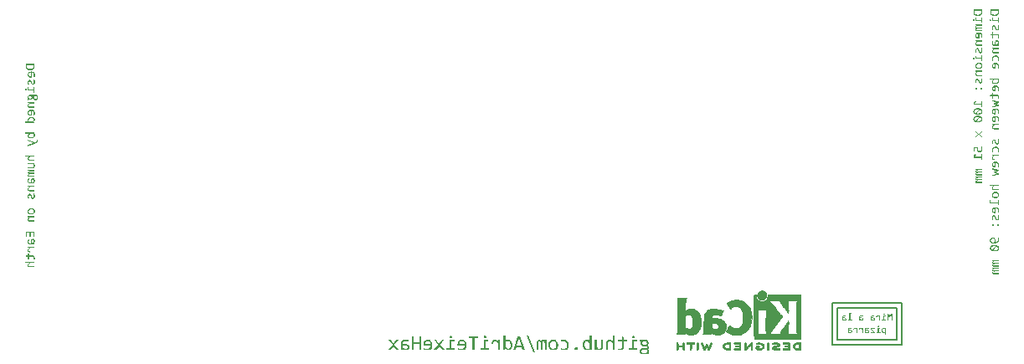
<source format=gbr>
%TF.GenerationSoftware,KiCad,Pcbnew,8.0.5-8.0.5-0~ubuntu24.04.1*%
%TF.CreationDate,2024-10-01T16:14:09+02:00*%
%TF.ProjectId,TFG-Brushless-ESC,5446472d-4272-4757-9368-6c6573732d45,rev?*%
%TF.SameCoordinates,Original*%
%TF.FileFunction,Legend,Bot*%
%TF.FilePolarity,Positive*%
%FSLAX46Y46*%
G04 Gerber Fmt 4.6, Leading zero omitted, Abs format (unit mm)*
G04 Created by KiCad (PCBNEW 8.0.5-8.0.5-0~ubuntu24.04.1) date 2024-10-01 16:14:09*
%MOMM*%
%LPD*%
G01*
G04 APERTURE LIST*
%ADD10C,0.150000*%
%ADD11C,0.200000*%
%ADD12C,0.010000*%
G04 APERTURE END LIST*
D10*
G36*
X141426000Y-131295201D02*
G01*
X141424449Y-131347098D01*
X141419162Y-131399942D01*
X141410124Y-131448341D01*
X141403615Y-131473037D01*
X141386332Y-131522537D01*
X141364695Y-131566555D01*
X141359094Y-131575941D01*
X141330176Y-131616052D01*
X141294108Y-131652284D01*
X141288913Y-131656629D01*
X141247701Y-131685931D01*
X141202517Y-131709437D01*
X141189752Y-131714746D01*
X141143089Y-131730380D01*
X141093341Y-131741433D01*
X141071170Y-131744836D01*
X141021837Y-131749794D01*
X140970731Y-131751447D01*
X140943545Y-131751042D01*
X140891842Y-131747806D01*
X140832215Y-131739210D01*
X140778145Y-131725557D01*
X140729633Y-131706848D01*
X140686678Y-131683082D01*
X140642468Y-131647888D01*
X140635857Y-131641326D01*
X140600594Y-131597569D01*
X140572888Y-131546289D01*
X140555571Y-131497810D01*
X140543502Y-131444108D01*
X140536681Y-131385182D01*
X140535002Y-131334280D01*
X140535002Y-131330372D01*
X140636607Y-131330372D01*
X140637471Y-131361838D01*
X140642978Y-131411538D01*
X140654681Y-131459332D01*
X140657027Y-131466129D01*
X140680157Y-131512483D01*
X140713055Y-131550679D01*
X140726192Y-131561599D01*
X140769576Y-131587351D01*
X140818568Y-131604901D01*
X140826864Y-131607090D01*
X140876589Y-131616603D01*
X140927803Y-131621545D01*
X140978791Y-131622975D01*
X140999813Y-131622676D01*
X141058876Y-131618186D01*
X141111932Y-131608307D01*
X141158982Y-131593041D01*
X141212372Y-131564304D01*
X141255084Y-131525989D01*
X141287118Y-131478094D01*
X141308474Y-131420621D01*
X141317483Y-131371230D01*
X141320487Y-131316450D01*
X141320487Y-131225103D01*
X140636607Y-131225103D01*
X140636607Y-131330372D01*
X140535002Y-131330372D01*
X140535002Y-131102982D01*
X141426000Y-131102982D01*
X141426000Y-131295201D01*
G37*
G36*
X140835909Y-132141747D02*
G01*
X140835909Y-131937804D01*
X140738212Y-131937804D01*
X140738212Y-132262647D01*
X141324394Y-132262647D01*
X141324394Y-132468055D01*
X141426000Y-132468055D01*
X141426000Y-131915090D01*
X141324394Y-131915090D01*
X141324394Y-132141747D01*
X140835909Y-132141747D01*
G37*
G36*
X140456844Y-132183512D02*
G01*
X140464171Y-132220637D01*
X140484199Y-132250679D01*
X140513997Y-132270463D01*
X140550633Y-132277790D01*
X140587025Y-132270463D01*
X140617067Y-132250679D01*
X140637339Y-132220637D01*
X140644422Y-132183512D01*
X140637339Y-132146387D01*
X140617067Y-132116590D01*
X140587025Y-132096562D01*
X140550633Y-132089479D01*
X140513997Y-132096562D01*
X140484199Y-132116590D01*
X140464171Y-132146387D01*
X140456844Y-132183512D01*
G37*
G36*
X141426000Y-133167567D02*
G01*
X140931163Y-133167567D01*
X140881017Y-133165420D01*
X140878407Y-133165124D01*
X140845923Y-133157553D01*
X140829070Y-133144364D01*
X140824185Y-133124824D01*
X140832489Y-133099423D01*
X140859112Y-133074510D01*
X140900759Y-133048945D01*
X140908205Y-133044957D01*
X140951901Y-133022517D01*
X140983431Y-133006855D01*
X141426000Y-133006855D01*
X141426000Y-132897434D01*
X140944353Y-132897434D01*
X140894144Y-132895944D01*
X140883292Y-132894992D01*
X140846900Y-132887665D01*
X140829070Y-132874231D01*
X140824185Y-132854203D01*
X140831024Y-132831000D01*
X140855692Y-132806576D01*
X140898841Y-132779620D01*
X140904541Y-132776534D01*
X140949783Y-132753598D01*
X140983431Y-132737455D01*
X141426000Y-132737455D01*
X141426000Y-132627546D01*
X140738212Y-132627546D01*
X140738212Y-132718893D01*
X140869126Y-132724510D01*
X140823826Y-132746416D01*
X140801226Y-132759193D01*
X140761653Y-132788327D01*
X140756041Y-132793875D01*
X140730640Y-132831977D01*
X140722580Y-132876918D01*
X140731861Y-132925889D01*
X140759705Y-132961426D01*
X140806966Y-132983041D01*
X140855715Y-132989796D01*
X140874499Y-132990247D01*
X140830206Y-133011624D01*
X140809775Y-133022487D01*
X140768398Y-133050842D01*
X140762147Y-133056436D01*
X140732838Y-133096736D01*
X140722590Y-133145744D01*
X140722580Y-133147539D01*
X140732164Y-133198169D01*
X140766587Y-133240804D01*
X140817243Y-133264787D01*
X140865162Y-133274304D01*
X140922859Y-133277476D01*
X141426000Y-133277476D01*
X141426000Y-133167567D01*
G37*
G36*
X141134519Y-133416893D02*
G01*
X141186594Y-133423400D01*
X141234513Y-133434524D01*
X141258796Y-133442599D01*
X141306461Y-133465218D01*
X141347353Y-133494852D01*
X141366402Y-133513891D01*
X141396259Y-133555016D01*
X141417451Y-133599632D01*
X141431218Y-133646542D01*
X141439270Y-133699281D01*
X141441631Y-133752284D01*
X141441288Y-133776851D01*
X141438187Y-133828959D01*
X141431861Y-133879535D01*
X141429978Y-133890964D01*
X141419827Y-133941346D01*
X141406460Y-133989933D01*
X141308763Y-133989933D01*
X141320731Y-133942061D01*
X141321730Y-133937231D01*
X141330501Y-133888327D01*
X141331833Y-133879496D01*
X141337584Y-133829953D01*
X141338414Y-133818596D01*
X141340026Y-133769381D01*
X141338595Y-133735923D01*
X141330352Y-133687674D01*
X141312320Y-133641166D01*
X141281408Y-133599144D01*
X141261849Y-133582116D01*
X141215290Y-133556719D01*
X141164904Y-133543731D01*
X141113369Y-133540037D01*
X141113369Y-134024371D01*
X141081617Y-134026325D01*
X141039363Y-134027057D01*
X141008293Y-134026122D01*
X140958130Y-134020169D01*
X140908205Y-134007518D01*
X140893768Y-134002343D01*
X140847626Y-133979663D01*
X140808309Y-133949877D01*
X140798345Y-133940076D01*
X140768098Y-133901448D01*
X140745050Y-133856087D01*
X140736295Y-133830941D01*
X140725740Y-133780086D01*
X140722580Y-133728348D01*
X140722862Y-133722731D01*
X140816369Y-133722731D01*
X140818499Y-133755223D01*
X140831512Y-133802354D01*
X140840958Y-133820817D01*
X140873522Y-133859751D01*
X140891211Y-133872932D01*
X140937514Y-133893701D01*
X140968968Y-133900495D01*
X141019579Y-133902738D01*
X141019579Y-133540037D01*
X140984274Y-133544629D01*
X140937025Y-133557867D01*
X140914590Y-133567732D01*
X140872789Y-133595480D01*
X140858643Y-133609365D01*
X140831268Y-133651168D01*
X140822786Y-133674280D01*
X140816369Y-133722731D01*
X140722862Y-133722731D01*
X140724397Y-133692216D01*
X140733934Y-133641738D01*
X140751645Y-133595725D01*
X140763266Y-133574470D01*
X140793392Y-133532777D01*
X140830291Y-133497050D01*
X140852648Y-133480438D01*
X140898259Y-133454422D01*
X140945085Y-133435990D01*
X140982405Y-133425836D01*
X141034148Y-133417467D01*
X141083571Y-133414985D01*
X141134519Y-133416893D01*
G37*
G36*
X140738212Y-134213415D02*
G01*
X140738212Y-134319905D01*
X140849098Y-134324789D01*
X140811823Y-134357968D01*
X140788281Y-134382919D01*
X140758443Y-134423016D01*
X140749447Y-134438362D01*
X140730739Y-134484808D01*
X140728686Y-134493561D01*
X140722729Y-134542763D01*
X140722580Y-134552180D01*
X140726519Y-134602173D01*
X140740365Y-134650643D01*
X140767441Y-134694845D01*
X140785595Y-134713136D01*
X140831180Y-134741987D01*
X140882812Y-134758817D01*
X140937141Y-134766510D01*
X140975127Y-134767846D01*
X141426000Y-134767846D01*
X141426000Y-134648167D01*
X140983676Y-134648167D01*
X140932642Y-134644588D01*
X140885353Y-134631131D01*
X140863264Y-134617881D01*
X140832772Y-134577552D01*
X140824185Y-134528000D01*
X140830780Y-134485013D01*
X140853494Y-134441538D01*
X140885837Y-134403661D01*
X140897458Y-134392200D01*
X140935054Y-134358551D01*
X140966334Y-134332849D01*
X141426000Y-134332849D01*
X141426000Y-134213415D01*
X140738212Y-134213415D01*
G37*
G36*
X141239886Y-135528418D02*
G01*
X141288640Y-135521983D01*
X141305588Y-135515962D01*
X141348229Y-135489990D01*
X141356879Y-135482256D01*
X141389040Y-135443212D01*
X141395225Y-135432919D01*
X141416016Y-135388589D01*
X141421603Y-135372836D01*
X141433968Y-135323880D01*
X141436746Y-135307134D01*
X141441326Y-135257492D01*
X141441631Y-135241189D01*
X141440738Y-135190230D01*
X141437755Y-135138667D01*
X141435281Y-135112473D01*
X141428442Y-135061602D01*
X141418611Y-135011574D01*
X141415253Y-134997434D01*
X141305099Y-134997434D01*
X141317660Y-135046370D01*
X141327561Y-135095145D01*
X141331233Y-135117602D01*
X141337244Y-135169821D01*
X141339889Y-135221760D01*
X141340026Y-135236548D01*
X141337736Y-135285788D01*
X141327913Y-135336820D01*
X141316579Y-135363554D01*
X141281470Y-135398019D01*
X141249412Y-135404831D01*
X141215951Y-135398237D01*
X141187618Y-135374545D01*
X141163122Y-135330040D01*
X141159531Y-135321300D01*
X141141928Y-135272288D01*
X141126314Y-135222626D01*
X141110678Y-135175059D01*
X141095050Y-135136408D01*
X141071639Y-135093329D01*
X141053041Y-135068020D01*
X141015868Y-135034164D01*
X140996376Y-135022591D01*
X140948692Y-135008161D01*
X140919684Y-135006227D01*
X140870991Y-135014426D01*
X140856181Y-135019660D01*
X140812764Y-135045391D01*
X140791701Y-135065334D01*
X140762936Y-135106190D01*
X140742364Y-135152773D01*
X140729555Y-135201938D01*
X140723817Y-135250592D01*
X140722580Y-135290037D01*
X140724216Y-135341283D01*
X140727221Y-135379919D01*
X140733327Y-135430477D01*
X140742157Y-135479650D01*
X140742852Y-135482989D01*
X140851052Y-135482989D01*
X140840440Y-135434910D01*
X140832078Y-135385784D01*
X140830780Y-135376255D01*
X140825634Y-135326328D01*
X140824185Y-135288572D01*
X140826857Y-135238349D01*
X140831024Y-135213345D01*
X140848355Y-135166405D01*
X140849831Y-135164008D01*
X140877674Y-135136897D01*
X140912113Y-135128593D01*
X140946062Y-135135676D01*
X140975371Y-135162542D01*
X140999277Y-135206470D01*
X141003704Y-135217009D01*
X141020413Y-135263299D01*
X141034478Y-135308600D01*
X141050620Y-135358335D01*
X141069870Y-135406130D01*
X141072336Y-135411426D01*
X141097175Y-135455716D01*
X141116055Y-135479570D01*
X141155897Y-135510390D01*
X141170766Y-135516939D01*
X141218718Y-135527510D01*
X141239886Y-135528418D01*
G37*
G36*
X140835909Y-135986129D02*
G01*
X140835909Y-135782187D01*
X140738212Y-135782187D01*
X140738212Y-136107030D01*
X141324394Y-136107030D01*
X141324394Y-136312438D01*
X141426000Y-136312438D01*
X141426000Y-135759472D01*
X141324394Y-135759472D01*
X141324394Y-135986129D01*
X140835909Y-135986129D01*
G37*
G36*
X140456844Y-136027895D02*
G01*
X140464171Y-136065020D01*
X140484199Y-136095062D01*
X140513997Y-136114845D01*
X140550633Y-136122173D01*
X140587025Y-136114845D01*
X140617067Y-136095062D01*
X140637339Y-136065020D01*
X140644422Y-136027895D01*
X140637339Y-135990770D01*
X140617067Y-135960972D01*
X140587025Y-135940944D01*
X140550633Y-135933861D01*
X140513997Y-135940944D01*
X140484199Y-135960972D01*
X140464171Y-135990770D01*
X140456844Y-136027895D01*
G37*
G36*
X141138341Y-136475493D02*
G01*
X141191114Y-136482650D01*
X141239154Y-136494887D01*
X141263228Y-136503709D01*
X141310263Y-136527417D01*
X141350284Y-136557413D01*
X141366373Y-136573419D01*
X141395988Y-136612339D01*
X141418428Y-136657064D01*
X141429644Y-136691372D01*
X141438889Y-136740843D01*
X141441631Y-136789933D01*
X141439525Y-136832308D01*
X141431232Y-136880531D01*
X141415009Y-136928662D01*
X141404278Y-136950991D01*
X141375903Y-136994832D01*
X141340515Y-137032466D01*
X141315251Y-137052570D01*
X141272833Y-137077975D01*
X141224988Y-137097678D01*
X141177026Y-137110611D01*
X141125833Y-137118175D01*
X141076488Y-137120393D01*
X141024815Y-137118270D01*
X140972383Y-137111031D01*
X140924569Y-137098655D01*
X140900429Y-137089909D01*
X140853428Y-137066244D01*
X140813683Y-137036129D01*
X140800240Y-137022942D01*
X140768183Y-136981321D01*
X140745783Y-136936478D01*
X140734567Y-136902288D01*
X140725322Y-136852915D01*
X140722580Y-136803854D01*
X140722932Y-136796771D01*
X140824185Y-136796771D01*
X140826886Y-136832827D01*
X140840549Y-136880302D01*
X140854906Y-136906749D01*
X140888909Y-136943806D01*
X140922623Y-136965676D01*
X140969265Y-136984106D01*
X140981550Y-136987426D01*
X141032172Y-136995934D01*
X141081861Y-136998272D01*
X141132420Y-136995402D01*
X141180535Y-136986792D01*
X141219204Y-136974437D01*
X141262601Y-136951133D01*
X141288880Y-136929031D01*
X141319021Y-136888607D01*
X141334775Y-136846597D01*
X141340026Y-136796771D01*
X141337366Y-136760440D01*
X141323906Y-136712996D01*
X141309400Y-136686698D01*
X141275302Y-136649737D01*
X141241535Y-136628041D01*
X141194702Y-136609681D01*
X141182306Y-136606361D01*
X141131473Y-136597853D01*
X141081861Y-136595515D01*
X141034796Y-136597984D01*
X140983920Y-136606750D01*
X140945131Y-136619273D01*
X140901854Y-136642654D01*
X140875458Y-136664756D01*
X140845434Y-136705180D01*
X140829497Y-136747129D01*
X140824185Y-136796771D01*
X140722932Y-136796771D01*
X140724686Y-136761460D01*
X140732980Y-136713160D01*
X140749203Y-136664880D01*
X140759942Y-136642626D01*
X140788394Y-136598828D01*
X140823941Y-136561077D01*
X140849067Y-136541064D01*
X140891222Y-136515682D01*
X140938735Y-136495864D01*
X140986250Y-136483071D01*
X141037113Y-136475588D01*
X141086258Y-136473394D01*
X141138341Y-136475493D01*
G37*
G36*
X140738212Y-137288921D02*
G01*
X140738212Y-137395411D01*
X140849098Y-137400295D01*
X140811823Y-137433474D01*
X140788281Y-137458425D01*
X140758443Y-137498522D01*
X140749447Y-137513868D01*
X140730739Y-137560314D01*
X140728686Y-137569067D01*
X140722729Y-137618269D01*
X140722580Y-137627685D01*
X140726519Y-137677679D01*
X140740365Y-137726148D01*
X140767441Y-137770351D01*
X140785595Y-137788642D01*
X140831180Y-137817493D01*
X140882812Y-137834323D01*
X140937141Y-137842016D01*
X140975127Y-137843352D01*
X141426000Y-137843352D01*
X141426000Y-137723673D01*
X140983676Y-137723673D01*
X140932642Y-137720094D01*
X140885353Y-137706637D01*
X140863264Y-137693387D01*
X140832772Y-137653058D01*
X140824185Y-137603505D01*
X140830780Y-137560519D01*
X140853494Y-137517043D01*
X140885837Y-137479167D01*
X140897458Y-137467706D01*
X140935054Y-137434057D01*
X140966334Y-137408355D01*
X141426000Y-137408355D01*
X141426000Y-137288921D01*
X140738212Y-137288921D01*
G37*
G36*
X141239886Y-138603924D02*
G01*
X141288640Y-138597489D01*
X141305588Y-138591468D01*
X141348229Y-138565496D01*
X141356879Y-138557762D01*
X141389040Y-138518718D01*
X141395225Y-138508425D01*
X141416016Y-138464095D01*
X141421603Y-138448341D01*
X141433968Y-138399386D01*
X141436746Y-138382640D01*
X141441326Y-138332998D01*
X141441631Y-138316695D01*
X141440738Y-138265736D01*
X141437755Y-138214173D01*
X141435281Y-138187979D01*
X141428442Y-138137108D01*
X141418611Y-138087080D01*
X141415253Y-138072940D01*
X141305099Y-138072940D01*
X141317660Y-138121876D01*
X141327561Y-138170651D01*
X141331233Y-138193108D01*
X141337244Y-138245327D01*
X141339889Y-138297266D01*
X141340026Y-138312054D01*
X141337736Y-138361294D01*
X141327913Y-138412326D01*
X141316579Y-138439060D01*
X141281470Y-138473525D01*
X141249412Y-138480337D01*
X141215951Y-138473743D01*
X141187618Y-138450051D01*
X141163122Y-138405546D01*
X141159531Y-138396806D01*
X141141928Y-138347794D01*
X141126314Y-138298132D01*
X141110678Y-138250565D01*
X141095050Y-138211914D01*
X141071639Y-138168835D01*
X141053041Y-138143526D01*
X141015868Y-138109670D01*
X140996376Y-138098097D01*
X140948692Y-138083667D01*
X140919684Y-138081733D01*
X140870991Y-138089932D01*
X140856181Y-138095166D01*
X140812764Y-138120897D01*
X140791701Y-138140840D01*
X140762936Y-138181696D01*
X140742364Y-138228279D01*
X140729555Y-138277444D01*
X140723817Y-138326098D01*
X140722580Y-138365543D01*
X140724216Y-138416789D01*
X140727221Y-138455424D01*
X140733327Y-138505983D01*
X140742157Y-138555156D01*
X140742852Y-138558495D01*
X140851052Y-138558495D01*
X140840440Y-138510416D01*
X140832078Y-138461290D01*
X140830780Y-138451761D01*
X140825634Y-138401834D01*
X140824185Y-138364078D01*
X140826857Y-138313855D01*
X140831024Y-138288851D01*
X140848355Y-138241910D01*
X140849831Y-138239514D01*
X140877674Y-138212403D01*
X140912113Y-138204099D01*
X140946062Y-138211182D01*
X140975371Y-138238048D01*
X140999277Y-138281976D01*
X141003704Y-138292515D01*
X141020413Y-138338805D01*
X141034478Y-138384106D01*
X141050620Y-138433840D01*
X141069870Y-138481636D01*
X141072336Y-138486932D01*
X141097175Y-138531222D01*
X141116055Y-138555076D01*
X141155897Y-138585896D01*
X141170766Y-138592445D01*
X141218718Y-138603016D01*
X141239886Y-138603924D01*
G37*
G36*
X140722580Y-139103401D02*
G01*
X140731129Y-139143945D01*
X140754332Y-139177651D01*
X140788037Y-139200609D01*
X140828337Y-139209402D01*
X140869370Y-139200609D01*
X140902587Y-139177651D01*
X140925302Y-139143945D01*
X140933606Y-139103401D01*
X140925302Y-139062612D01*
X140902587Y-139029395D01*
X140869370Y-139006681D01*
X140828337Y-138998376D01*
X140788037Y-139006681D01*
X140754332Y-139029395D01*
X140731129Y-139062612D01*
X140722580Y-139103401D01*
G37*
G36*
X141230605Y-139103401D02*
G01*
X141239154Y-139143945D01*
X141262357Y-139177651D01*
X141296062Y-139200609D01*
X141336362Y-139209402D01*
X141377395Y-139200609D01*
X141410612Y-139177651D01*
X141433327Y-139143945D01*
X141441631Y-139103401D01*
X141433327Y-139062612D01*
X141410612Y-139029395D01*
X141377395Y-139006681D01*
X141336362Y-138998376D01*
X141296062Y-139006681D01*
X141262357Y-139029395D01*
X141239154Y-139062612D01*
X141230605Y-139103401D01*
G37*
G36*
X141426000Y-140939374D02*
G01*
X141426000Y-140375418D01*
X141312671Y-140375418D01*
X141312671Y-140606227D01*
X140652238Y-140606227D01*
X140785106Y-140391293D01*
X140683501Y-140347330D01*
X140535002Y-140633094D01*
X140535002Y-140738851D01*
X141312671Y-140738851D01*
X141312671Y-140939374D01*
X141426000Y-140939374D01*
G37*
G36*
X141031550Y-141085041D02*
G01*
X141085806Y-141088903D01*
X141136002Y-141095574D01*
X141187618Y-141106436D01*
X141193038Y-141107875D01*
X141243928Y-141124304D01*
X141288808Y-141144454D01*
X141331233Y-141170916D01*
X141354419Y-141190114D01*
X141387696Y-141226830D01*
X141414520Y-141272033D01*
X141426381Y-141302395D01*
X141437819Y-141350973D01*
X141441631Y-141403191D01*
X141438387Y-141453452D01*
X141427326Y-141503890D01*
X141408414Y-141549249D01*
X141387448Y-141582659D01*
X141352820Y-141622158D01*
X141314381Y-141653296D01*
X141310556Y-141655901D01*
X141265402Y-141681781D01*
X141219444Y-141700901D01*
X141168812Y-141715822D01*
X141136303Y-141722795D01*
X141085156Y-141730548D01*
X141031150Y-141735056D01*
X140980745Y-141736339D01*
X140930035Y-141735252D01*
X140875859Y-141731348D01*
X140825713Y-141724604D01*
X140774115Y-141713624D01*
X140768695Y-141712201D01*
X140717777Y-141695867D01*
X140672821Y-141675717D01*
X140630256Y-141649144D01*
X140606880Y-141630042D01*
X140588602Y-141610065D01*
X140898435Y-141610065D01*
X140942399Y-141613729D01*
X140987584Y-141615438D01*
X141034714Y-141614299D01*
X141087857Y-141609809D01*
X141140235Y-141601028D01*
X141156386Y-141597231D01*
X141204237Y-141582202D01*
X141250633Y-141559751D01*
X141285201Y-141534259D01*
X141317556Y-141495027D01*
X141332916Y-141460005D01*
X141340026Y-141410030D01*
X141339453Y-141394483D01*
X141328058Y-141345062D01*
X141323144Y-141334643D01*
X141294108Y-141294259D01*
X141282705Y-141283543D01*
X141242085Y-141256157D01*
X141222607Y-141246912D01*
X141175895Y-141230267D01*
X140898435Y-141610065D01*
X140588602Y-141610065D01*
X140573386Y-141593434D01*
X140546481Y-141548272D01*
X140534620Y-141517909D01*
X140523183Y-141469332D01*
X140519370Y-141417113D01*
X140519833Y-141410030D01*
X140620975Y-141410030D01*
X140621559Y-141425079D01*
X140633187Y-141473289D01*
X140638027Y-141483690D01*
X140667137Y-141523603D01*
X140677045Y-141532916D01*
X140718916Y-141561217D01*
X140738184Y-141570590D01*
X140785106Y-141587351D01*
X141058658Y-141207553D01*
X141019824Y-141205110D01*
X140979524Y-141204866D01*
X140926491Y-141206273D01*
X140872949Y-141211072D01*
X140824429Y-141219277D01*
X140808035Y-141223070D01*
X140759390Y-141238034D01*
X140712078Y-141260309D01*
X140676675Y-141285968D01*
X140643934Y-141325278D01*
X140628239Y-141360253D01*
X140620975Y-141410030D01*
X140519833Y-141410030D01*
X140522638Y-141367086D01*
X140533781Y-141316740D01*
X140552831Y-141271300D01*
X140573699Y-141237791D01*
X140608315Y-141198281D01*
X140646865Y-141167253D01*
X140650675Y-141164678D01*
X140695763Y-141138997D01*
X140741811Y-141119858D01*
X140792678Y-141104727D01*
X140825261Y-141097671D01*
X140876455Y-141089825D01*
X140930431Y-141085264D01*
X140980745Y-141083966D01*
X141031550Y-141085041D01*
G37*
G36*
X141031550Y-141853918D02*
G01*
X141085806Y-141857780D01*
X141136002Y-141864451D01*
X141187618Y-141875313D01*
X141193038Y-141876751D01*
X141243928Y-141893180D01*
X141288808Y-141913330D01*
X141331233Y-141939793D01*
X141354419Y-141958990D01*
X141387696Y-141995707D01*
X141414520Y-142040909D01*
X141426381Y-142071272D01*
X141437819Y-142119850D01*
X141441631Y-142172068D01*
X141438387Y-142222328D01*
X141427326Y-142272767D01*
X141408414Y-142318125D01*
X141387448Y-142351536D01*
X141352820Y-142391034D01*
X141314381Y-142422173D01*
X141310556Y-142424777D01*
X141265402Y-142450657D01*
X141219444Y-142469777D01*
X141168812Y-142484699D01*
X141136303Y-142491671D01*
X141085156Y-142499425D01*
X141031150Y-142503933D01*
X140980745Y-142505215D01*
X140930035Y-142504128D01*
X140875859Y-142500224D01*
X140825713Y-142493481D01*
X140774115Y-142482501D01*
X140768695Y-142481077D01*
X140717777Y-142464743D01*
X140672821Y-142444593D01*
X140630256Y-142418020D01*
X140606880Y-142398918D01*
X140588603Y-142378942D01*
X140898435Y-142378942D01*
X140942399Y-142382605D01*
X140987584Y-142384315D01*
X141034714Y-142383175D01*
X141087857Y-142378686D01*
X141140235Y-142369905D01*
X141156386Y-142366107D01*
X141204237Y-142351078D01*
X141250633Y-142328628D01*
X141285201Y-142303136D01*
X141317556Y-142263903D01*
X141332916Y-142228881D01*
X141340026Y-142178907D01*
X141339453Y-142163359D01*
X141328058Y-142113938D01*
X141323144Y-142103520D01*
X141294108Y-142063136D01*
X141282705Y-142052419D01*
X141242085Y-142025034D01*
X141222607Y-142015789D01*
X141175895Y-141999144D01*
X140898435Y-142378942D01*
X140588603Y-142378942D01*
X140573386Y-142362310D01*
X140546481Y-142317148D01*
X140534620Y-142286786D01*
X140523183Y-142238208D01*
X140519370Y-142185990D01*
X140519833Y-142178907D01*
X140620975Y-142178907D01*
X140621559Y-142193955D01*
X140633187Y-142242166D01*
X140638027Y-142252567D01*
X140667137Y-142292480D01*
X140677045Y-142301793D01*
X140718916Y-142330093D01*
X140738184Y-142339467D01*
X140785106Y-142356227D01*
X141058658Y-141976429D01*
X141019824Y-141973987D01*
X140979524Y-141973743D01*
X140926491Y-141975150D01*
X140872949Y-141979949D01*
X140824429Y-141988153D01*
X140808035Y-141991946D01*
X140759390Y-142006911D01*
X140712078Y-142029186D01*
X140676675Y-142054845D01*
X140643934Y-142094154D01*
X140628239Y-142129130D01*
X140620975Y-142178907D01*
X140519833Y-142178907D01*
X140522638Y-142135963D01*
X140533781Y-142085617D01*
X140552831Y-142040177D01*
X140573699Y-142006667D01*
X140608315Y-141967157D01*
X140646865Y-141936129D01*
X140650675Y-141933554D01*
X140695763Y-141907873D01*
X140741811Y-141888735D01*
X140792678Y-141873603D01*
X140825261Y-141866548D01*
X140876455Y-141858702D01*
X140930431Y-141854140D01*
X140980745Y-141852842D01*
X141031550Y-141853918D01*
G37*
G36*
X141426000Y-144061531D02*
G01*
X141426000Y-143903017D01*
X141162950Y-143716660D01*
X141426000Y-143532745D01*
X141426000Y-143378139D01*
X141080640Y-143645341D01*
X140738212Y-143390595D01*
X140738212Y-143543736D01*
X141003459Y-143724964D01*
X140738212Y-143903017D01*
X140738212Y-144050540D01*
X141083571Y-143791642D01*
X141426000Y-144061531D01*
G37*
G36*
X141145609Y-145537490D02*
G01*
X141197295Y-145532734D01*
X141245192Y-145518464D01*
X141266020Y-145508669D01*
X141307577Y-145481665D01*
X141344134Y-145447486D01*
X141359321Y-145429290D01*
X141388053Y-145385347D01*
X141409565Y-145339345D01*
X141419893Y-145310100D01*
X141432269Y-145261617D01*
X141439508Y-145210536D01*
X141441631Y-145161845D01*
X141440654Y-145118858D01*
X141437967Y-145073184D01*
X141434548Y-145028732D01*
X141429907Y-144990142D01*
X141320487Y-144990142D01*
X141328940Y-145040651D01*
X141332454Y-145074894D01*
X141335313Y-145125843D01*
X141336118Y-145171370D01*
X141333327Y-145220475D01*
X141323418Y-145270288D01*
X141304257Y-145317846D01*
X141286781Y-145345027D01*
X141251053Y-145379428D01*
X141228896Y-145392410D01*
X141180760Y-145407056D01*
X141152692Y-145409018D01*
X141101582Y-145401919D01*
X141057939Y-145377979D01*
X141033501Y-145348935D01*
X141012226Y-145301422D01*
X141001387Y-145253317D01*
X140996716Y-145203583D01*
X140996132Y-145176255D01*
X140996132Y-145005773D01*
X140535002Y-145005773D01*
X140535002Y-145489374D01*
X140640515Y-145489374D01*
X140640515Y-145118614D01*
X140894527Y-145118614D01*
X140894527Y-145196771D01*
X140896422Y-145248755D01*
X140902105Y-145299530D01*
X140906006Y-145322556D01*
X140918236Y-145369951D01*
X140937897Y-145416033D01*
X140946551Y-145431244D01*
X140977917Y-145471992D01*
X141017978Y-145504474D01*
X141023976Y-145508181D01*
X141071059Y-145528216D01*
X141123319Y-145536775D01*
X141145609Y-145537490D01*
G37*
G36*
X141426000Y-146321510D02*
G01*
X141426000Y-145757553D01*
X141312671Y-145757553D01*
X141312671Y-145988362D01*
X140652238Y-145988362D01*
X140785106Y-145773429D01*
X140683501Y-145729465D01*
X140535002Y-146015229D01*
X140535002Y-146120986D01*
X141312671Y-146120986D01*
X141312671Y-146321510D01*
X141426000Y-146321510D01*
G37*
G36*
X141426000Y-147776220D02*
G01*
X140931163Y-147776220D01*
X140881017Y-147774073D01*
X140878407Y-147773778D01*
X140845923Y-147766206D01*
X140829070Y-147753017D01*
X140824185Y-147733478D01*
X140832489Y-147708076D01*
X140859112Y-147683163D01*
X140900759Y-147657598D01*
X140908205Y-147653610D01*
X140951901Y-147631170D01*
X140983431Y-147615508D01*
X141426000Y-147615508D01*
X141426000Y-147506087D01*
X140944353Y-147506087D01*
X140894144Y-147504597D01*
X140883292Y-147503645D01*
X140846900Y-147496318D01*
X140829070Y-147482884D01*
X140824185Y-147462856D01*
X140831024Y-147439653D01*
X140855692Y-147415229D01*
X140898841Y-147388273D01*
X140904541Y-147385187D01*
X140949783Y-147362251D01*
X140983431Y-147346108D01*
X141426000Y-147346108D01*
X141426000Y-147236199D01*
X140738212Y-147236199D01*
X140738212Y-147327546D01*
X140869126Y-147333163D01*
X140823826Y-147355069D01*
X140801226Y-147367846D01*
X140761653Y-147396981D01*
X140756041Y-147402528D01*
X140730640Y-147440630D01*
X140722580Y-147485571D01*
X140731861Y-147534542D01*
X140759705Y-147570079D01*
X140806966Y-147591695D01*
X140855715Y-147598449D01*
X140874499Y-147598900D01*
X140830206Y-147620278D01*
X140809775Y-147631140D01*
X140768398Y-147659495D01*
X140762147Y-147665090D01*
X140732838Y-147705390D01*
X140722590Y-147754397D01*
X140722580Y-147756192D01*
X140732164Y-147806822D01*
X140766587Y-147849458D01*
X140817243Y-147873440D01*
X140865162Y-147882957D01*
X140922859Y-147886129D01*
X141426000Y-147886129D01*
X141426000Y-147776220D01*
G37*
G36*
X141426000Y-148545096D02*
G01*
X140931163Y-148545096D01*
X140881017Y-148542950D01*
X140878407Y-148542654D01*
X140845923Y-148535083D01*
X140829070Y-148521893D01*
X140824185Y-148502354D01*
X140832489Y-148476953D01*
X140859112Y-148452040D01*
X140900759Y-148426475D01*
X140908205Y-148422487D01*
X140951901Y-148400047D01*
X140983431Y-148384385D01*
X141426000Y-148384385D01*
X141426000Y-148274964D01*
X140944353Y-148274964D01*
X140894144Y-148273473D01*
X140883292Y-148272521D01*
X140846900Y-148265194D01*
X140829070Y-148251761D01*
X140824185Y-148231733D01*
X140831024Y-148208530D01*
X140855692Y-148184106D01*
X140898841Y-148157150D01*
X140904541Y-148154064D01*
X140949783Y-148131128D01*
X140983431Y-148114985D01*
X141426000Y-148114985D01*
X141426000Y-148005076D01*
X140738212Y-148005076D01*
X140738212Y-148096422D01*
X140869126Y-148102040D01*
X140823826Y-148123946D01*
X140801226Y-148136722D01*
X140761653Y-148165857D01*
X140756041Y-148171405D01*
X140730640Y-148209507D01*
X140722580Y-148254448D01*
X140731861Y-148303418D01*
X140759705Y-148338956D01*
X140806966Y-148360571D01*
X140855715Y-148367326D01*
X140874499Y-148367776D01*
X140830206Y-148389154D01*
X140809775Y-148400016D01*
X140768398Y-148428372D01*
X140762147Y-148433966D01*
X140732838Y-148474266D01*
X140722590Y-148523274D01*
X140722580Y-148525069D01*
X140732164Y-148575698D01*
X140766587Y-148618334D01*
X140817243Y-148642317D01*
X140865162Y-148651833D01*
X140922859Y-148655006D01*
X141426000Y-148655006D01*
X141426000Y-148545096D01*
G37*
G36*
X143106000Y-131295201D02*
G01*
X143104449Y-131347098D01*
X143099162Y-131399942D01*
X143090124Y-131448341D01*
X143083615Y-131473037D01*
X143066332Y-131522537D01*
X143044695Y-131566555D01*
X143039094Y-131575941D01*
X143010176Y-131616052D01*
X142974108Y-131652284D01*
X142968913Y-131656629D01*
X142927701Y-131685931D01*
X142882517Y-131709437D01*
X142869752Y-131714746D01*
X142823089Y-131730380D01*
X142773341Y-131741433D01*
X142751170Y-131744836D01*
X142701837Y-131749794D01*
X142650731Y-131751447D01*
X142623545Y-131751042D01*
X142571842Y-131747806D01*
X142512215Y-131739210D01*
X142458145Y-131725557D01*
X142409633Y-131706848D01*
X142366678Y-131683082D01*
X142322468Y-131647888D01*
X142315857Y-131641326D01*
X142280594Y-131597569D01*
X142252888Y-131546289D01*
X142235571Y-131497810D01*
X142223502Y-131444108D01*
X142216681Y-131385182D01*
X142215002Y-131334280D01*
X142215002Y-131330372D01*
X142316607Y-131330372D01*
X142317471Y-131361838D01*
X142322978Y-131411538D01*
X142334681Y-131459332D01*
X142337027Y-131466129D01*
X142360157Y-131512483D01*
X142393055Y-131550679D01*
X142406192Y-131561599D01*
X142449576Y-131587351D01*
X142498568Y-131604901D01*
X142506864Y-131607090D01*
X142556589Y-131616603D01*
X142607803Y-131621545D01*
X142658791Y-131622975D01*
X142679813Y-131622676D01*
X142738876Y-131618186D01*
X142791932Y-131608307D01*
X142838982Y-131593041D01*
X142892372Y-131564304D01*
X142935084Y-131525989D01*
X142967118Y-131478094D01*
X142988474Y-131420621D01*
X142997483Y-131371230D01*
X143000487Y-131316450D01*
X143000487Y-131225103D01*
X142316607Y-131225103D01*
X142316607Y-131330372D01*
X142215002Y-131330372D01*
X142215002Y-131102982D01*
X143106000Y-131102982D01*
X143106000Y-131295201D01*
G37*
G36*
X142515909Y-132141747D02*
G01*
X142515909Y-131937804D01*
X142418212Y-131937804D01*
X142418212Y-132262647D01*
X143004394Y-132262647D01*
X143004394Y-132468055D01*
X143106000Y-132468055D01*
X143106000Y-131915090D01*
X143004394Y-131915090D01*
X143004394Y-132141747D01*
X142515909Y-132141747D01*
G37*
G36*
X142136844Y-132183512D02*
G01*
X142144171Y-132220637D01*
X142164199Y-132250679D01*
X142193997Y-132270463D01*
X142230633Y-132277790D01*
X142267025Y-132270463D01*
X142297067Y-132250679D01*
X142317339Y-132220637D01*
X142324422Y-132183512D01*
X142317339Y-132146387D01*
X142297067Y-132116590D01*
X142267025Y-132096562D01*
X142230633Y-132089479D01*
X142193997Y-132096562D01*
X142164199Y-132116590D01*
X142144171Y-132146387D01*
X142136844Y-132183512D01*
G37*
G36*
X142919886Y-133221789D02*
G01*
X142968640Y-133215354D01*
X142985588Y-133209332D01*
X143028229Y-133183361D01*
X143036879Y-133175627D01*
X143069040Y-133136582D01*
X143075225Y-133126290D01*
X143096016Y-133081960D01*
X143101603Y-133066206D01*
X143113968Y-133017251D01*
X143116746Y-133000505D01*
X143121326Y-132950862D01*
X143121631Y-132934559D01*
X143120738Y-132883600D01*
X143117755Y-132832038D01*
X143115281Y-132805843D01*
X143108442Y-132754973D01*
X143098611Y-132704944D01*
X143095253Y-132690805D01*
X142985099Y-132690805D01*
X142997660Y-132739741D01*
X143007561Y-132788515D01*
X143011233Y-132810972D01*
X143017244Y-132863192D01*
X143019889Y-132915130D01*
X143020026Y-132929919D01*
X143017736Y-132979158D01*
X143007913Y-133030190D01*
X142996579Y-133056925D01*
X142961470Y-133091390D01*
X142929412Y-133098202D01*
X142895951Y-133091607D01*
X142867618Y-133067916D01*
X142843122Y-133023410D01*
X142839531Y-133014671D01*
X142821928Y-132965658D01*
X142806314Y-132915997D01*
X142790678Y-132868430D01*
X142775050Y-132829779D01*
X142751639Y-132786699D01*
X142733041Y-132761391D01*
X142695868Y-132727535D01*
X142676376Y-132715962D01*
X142628692Y-132701531D01*
X142599684Y-132699598D01*
X142550991Y-132707797D01*
X142536181Y-132713031D01*
X142492764Y-132738762D01*
X142471701Y-132758704D01*
X142442936Y-132799561D01*
X142422364Y-132846143D01*
X142409555Y-132895309D01*
X142403817Y-132943963D01*
X142402580Y-132983408D01*
X142404216Y-133034654D01*
X142407221Y-133073289D01*
X142413327Y-133123847D01*
X142422157Y-133173020D01*
X142422852Y-133176360D01*
X142531052Y-133176360D01*
X142520440Y-133128281D01*
X142512078Y-133079155D01*
X142510780Y-133069625D01*
X142505634Y-133019699D01*
X142504185Y-132981942D01*
X142506857Y-132931720D01*
X142511024Y-132906715D01*
X142528355Y-132859775D01*
X142529831Y-132857378D01*
X142557674Y-132830267D01*
X142592113Y-132821963D01*
X142626062Y-132829046D01*
X142655371Y-132855913D01*
X142679277Y-132899840D01*
X142683704Y-132910379D01*
X142700413Y-132956670D01*
X142714478Y-133001970D01*
X142730620Y-133051705D01*
X142749870Y-133099500D01*
X142752336Y-133104796D01*
X142777175Y-133149086D01*
X142796055Y-133172940D01*
X142835897Y-133203761D01*
X142850766Y-133210309D01*
X142898718Y-133220881D01*
X142919886Y-133221789D01*
G37*
G36*
X143106000Y-134000191D02*
G01*
X143114225Y-133951097D01*
X143117967Y-133916415D01*
X143120930Y-133867317D01*
X143121631Y-133828488D01*
X143118814Y-133774891D01*
X143108697Y-133721337D01*
X143088521Y-133670906D01*
X143062769Y-133634803D01*
X143024536Y-133603988D01*
X142976335Y-133583258D01*
X142925120Y-133573297D01*
X142881540Y-133571056D01*
X142519817Y-133571056D01*
X142519817Y-133377860D01*
X142418212Y-133377860D01*
X142418212Y-133571056D01*
X142230145Y-133571056D01*
X142199370Y-133690491D01*
X142418212Y-133690491D01*
X142418212Y-134000191D01*
X142519817Y-134000191D01*
X142519817Y-133690491D01*
X142871771Y-133690491D01*
X142922352Y-133696021D01*
X142967993Y-133716450D01*
X142983145Y-133729814D01*
X143009617Y-133775119D01*
X143019126Y-133823187D01*
X143020026Y-133846318D01*
X143018133Y-133896870D01*
X143016362Y-133918369D01*
X143009856Y-133968764D01*
X143004394Y-134000191D01*
X143106000Y-134000191D01*
G37*
G36*
X142953037Y-134196353D02*
G01*
X143002685Y-134207553D01*
X143024089Y-134216898D01*
X143064967Y-134247364D01*
X143084545Y-134271811D01*
X143106488Y-134316241D01*
X143118304Y-134365702D01*
X143121631Y-134417357D01*
X143120738Y-134441140D01*
X143112676Y-134491195D01*
X143096230Y-134539235D01*
X143079430Y-134571797D01*
X143049216Y-134614794D01*
X143013676Y-134653785D01*
X143106000Y-134656471D01*
X143106000Y-134763694D01*
X142629726Y-134763694D01*
X142578839Y-134759615D01*
X142529342Y-134745131D01*
X142494747Y-134725804D01*
X142458512Y-134691886D01*
X142433843Y-134653296D01*
X142416502Y-134606890D01*
X142414014Y-134597392D01*
X142405245Y-134546620D01*
X142402580Y-134494294D01*
X142402794Y-134477228D01*
X142406000Y-134426394D01*
X142407506Y-134411777D01*
X142414792Y-134361670D01*
X142416513Y-134352125D01*
X142427249Y-134303052D01*
X142428135Y-134299591D01*
X142441659Y-134252494D01*
X142551080Y-134252494D01*
X142544308Y-134271327D01*
X142529046Y-134319401D01*
X142516397Y-134369730D01*
X142513535Y-134383923D01*
X142506523Y-134434018D01*
X142504185Y-134484769D01*
X142505507Y-134513451D01*
X142516086Y-134562109D01*
X142541799Y-134604203D01*
X142549026Y-134611231D01*
X142591799Y-134636000D01*
X142641694Y-134643526D01*
X142703487Y-134643526D01*
X142703487Y-134500644D01*
X142703656Y-134491607D01*
X142793369Y-134491607D01*
X142793369Y-134643526D01*
X142915734Y-134643526D01*
X142938066Y-134617948D01*
X142969876Y-134575404D01*
X142995113Y-134531175D01*
X143012143Y-134486876D01*
X143020026Y-134436653D01*
X143019995Y-134432751D01*
X143011966Y-134383163D01*
X142989496Y-134347260D01*
X142957256Y-134327476D01*
X142919154Y-134321370D01*
X142915574Y-134321408D01*
X142867374Y-134331140D01*
X142827807Y-134361670D01*
X142821853Y-134369859D01*
X142802406Y-134414671D01*
X142796899Y-134440603D01*
X142793369Y-134491607D01*
X142703656Y-134491607D01*
X142704005Y-134472945D01*
X142708143Y-134421437D01*
X142718203Y-134367898D01*
X142736597Y-134315356D01*
X142762350Y-134272033D01*
X142785929Y-134245804D01*
X142827286Y-134216635D01*
X142875831Y-134199676D01*
X142925016Y-134194852D01*
X142953037Y-134196353D01*
G37*
G36*
X142418212Y-134982291D02*
G01*
X142418212Y-135088781D01*
X142529098Y-135093666D01*
X142491823Y-135126845D01*
X142468281Y-135151796D01*
X142438443Y-135191892D01*
X142429447Y-135207239D01*
X142410739Y-135253684D01*
X142408686Y-135262438D01*
X142402729Y-135311639D01*
X142402580Y-135321056D01*
X142406519Y-135371049D01*
X142420365Y-135419519D01*
X142447441Y-135463721D01*
X142465595Y-135482012D01*
X142511180Y-135510863D01*
X142562812Y-135527693D01*
X142617141Y-135535387D01*
X142655127Y-135536722D01*
X143106000Y-135536722D01*
X143106000Y-135417043D01*
X142663676Y-135417043D01*
X142612642Y-135413465D01*
X142565353Y-135400008D01*
X142543264Y-135386757D01*
X142512772Y-135346428D01*
X142504185Y-135296876D01*
X142510780Y-135253889D01*
X142533494Y-135210414D01*
X142565837Y-135172537D01*
X142577458Y-135161077D01*
X142615054Y-135127428D01*
X142646334Y-135101726D01*
X143106000Y-135101726D01*
X143106000Y-134982291D01*
X142418212Y-134982291D01*
G37*
G36*
X143086460Y-136287036D02*
G01*
X143101969Y-136239714D01*
X143112838Y-136191049D01*
X143119433Y-136141224D01*
X143121631Y-136089933D01*
X143119437Y-136040631D01*
X143111010Y-135986317D01*
X143096264Y-135937293D01*
X143071073Y-135886784D01*
X143037279Y-135843473D01*
X143031750Y-135837874D01*
X142988465Y-135803518D01*
X142945056Y-135780786D01*
X142895826Y-135764254D01*
X142840774Y-135753921D01*
X142790450Y-135750047D01*
X142769189Y-135749702D01*
X142718814Y-135752183D01*
X142666927Y-135760642D01*
X142618735Y-135775103D01*
X142570741Y-135797188D01*
X142528243Y-135824975D01*
X142502964Y-135846667D01*
X142469968Y-135883647D01*
X142443155Y-135925710D01*
X142428714Y-135956576D01*
X142412789Y-136006390D01*
X142404647Y-136055251D01*
X142402580Y-136097504D01*
X142404656Y-136149284D01*
X142410884Y-136197644D01*
X142422481Y-136246107D01*
X142437751Y-136287036D01*
X142551080Y-136287036D01*
X142529953Y-136241913D01*
X142515420Y-136195934D01*
X142506654Y-136145800D01*
X142504185Y-136100191D01*
X142509904Y-136049959D01*
X142522259Y-136013240D01*
X142547341Y-135970444D01*
X142573794Y-135941433D01*
X142613621Y-135912319D01*
X142655860Y-135892584D01*
X142703988Y-135879787D01*
X142753943Y-135874911D01*
X142765281Y-135874755D01*
X142818093Y-135877665D01*
X142870922Y-135888118D01*
X142920757Y-135908964D01*
X142956523Y-135935571D01*
X142990011Y-135978185D01*
X143009546Y-136024409D01*
X143019034Y-136078091D01*
X143020026Y-136104343D01*
X143016717Y-136155158D01*
X143008302Y-136198621D01*
X142992537Y-136246321D01*
X142973131Y-136287036D01*
X143086460Y-136287036D01*
G37*
G36*
X142814519Y-136492399D02*
G01*
X142866594Y-136498906D01*
X142914513Y-136510030D01*
X142938796Y-136518105D01*
X142986461Y-136540724D01*
X143027353Y-136570358D01*
X143046402Y-136589397D01*
X143076259Y-136630522D01*
X143097451Y-136675138D01*
X143111218Y-136722048D01*
X143119270Y-136774787D01*
X143121631Y-136827790D01*
X143121288Y-136852357D01*
X143118187Y-136904465D01*
X143111861Y-136955041D01*
X143109978Y-136966470D01*
X143099827Y-137016852D01*
X143086460Y-137065438D01*
X142988763Y-137065438D01*
X143000731Y-137017567D01*
X143001730Y-137012737D01*
X143010501Y-136963833D01*
X143011833Y-136955002D01*
X143017584Y-136905459D01*
X143018414Y-136894102D01*
X143020026Y-136844887D01*
X143018595Y-136811429D01*
X143010352Y-136763180D01*
X142992320Y-136716672D01*
X142961408Y-136674650D01*
X142941849Y-136657622D01*
X142895290Y-136632225D01*
X142844904Y-136619237D01*
X142793369Y-136615543D01*
X142793369Y-137099877D01*
X142761617Y-137101831D01*
X142719363Y-137102563D01*
X142688293Y-137101628D01*
X142638130Y-137095675D01*
X142588205Y-137083024D01*
X142573768Y-137077849D01*
X142527626Y-137055169D01*
X142488309Y-137025383D01*
X142478345Y-137015582D01*
X142448098Y-136976954D01*
X142425050Y-136931593D01*
X142416295Y-136906447D01*
X142405740Y-136855592D01*
X142402580Y-136803854D01*
X142402862Y-136798237D01*
X142496369Y-136798237D01*
X142498499Y-136830729D01*
X142511512Y-136877860D01*
X142520958Y-136896323D01*
X142553522Y-136935257D01*
X142571211Y-136948438D01*
X142617514Y-136969207D01*
X142648968Y-136976000D01*
X142699579Y-136978244D01*
X142699579Y-136615543D01*
X142664274Y-136620135D01*
X142617025Y-136633373D01*
X142594590Y-136643238D01*
X142552789Y-136670986D01*
X142538643Y-136684871D01*
X142511268Y-136726674D01*
X142502786Y-136749786D01*
X142496369Y-136798237D01*
X142402862Y-136798237D01*
X142404397Y-136767722D01*
X142413934Y-136717244D01*
X142431645Y-136671230D01*
X142443266Y-136649976D01*
X142473392Y-136608283D01*
X142510291Y-136572556D01*
X142532648Y-136555944D01*
X142578259Y-136529928D01*
X142625085Y-136511496D01*
X142662405Y-136501342D01*
X142714148Y-136492973D01*
X142763571Y-136490491D01*
X142814519Y-136492399D01*
G37*
G36*
X143083241Y-138085211D02*
G01*
X143098125Y-138132477D01*
X143109907Y-138184071D01*
X143113892Y-138207964D01*
X143119696Y-138259027D01*
X143121631Y-138309123D01*
X143119622Y-138351968D01*
X143111709Y-138400924D01*
X143096230Y-138450051D01*
X143085923Y-138472829D01*
X143058230Y-138517585D01*
X143023201Y-138556053D01*
X142998090Y-138576661D01*
X142955557Y-138602878D01*
X142907186Y-138623464D01*
X142902878Y-138624921D01*
X142853136Y-138637901D01*
X142804158Y-138644841D01*
X142751603Y-138647155D01*
X142708268Y-138645957D01*
X142658505Y-138641240D01*
X142608233Y-138632012D01*
X142588548Y-138626910D01*
X142541720Y-138610185D01*
X142498323Y-138586583D01*
X142495489Y-138584691D01*
X142457840Y-138552877D01*
X142427737Y-138511845D01*
X142423241Y-138503337D01*
X142407395Y-138457002D01*
X142402580Y-138408041D01*
X142403554Y-138384106D01*
X142508093Y-138384106D01*
X142509253Y-138402012D01*
X142526655Y-138447853D01*
X142538099Y-138462193D01*
X142577702Y-138491817D01*
X142608864Y-138505167D01*
X142656348Y-138516974D01*
X142707686Y-138523263D01*
X142757221Y-138525034D01*
X142784838Y-138524441D01*
X142834870Y-138519701D01*
X142884471Y-138508181D01*
X142925304Y-138491191D01*
X142966537Y-138462752D01*
X142987294Y-138440083D01*
X143010745Y-138396806D01*
X143018782Y-138368230D01*
X143023934Y-138318160D01*
X143023147Y-138297218D01*
X143015874Y-138248795D01*
X143009640Y-138223920D01*
X142993892Y-138177232D01*
X142654883Y-138177232D01*
X142623206Y-138202385D01*
X142585030Y-138236827D01*
X142571672Y-138250566D01*
X142539845Y-138289584D01*
X142537746Y-138292721D01*
X142515420Y-138337944D01*
X142508093Y-138384106D01*
X142403554Y-138384106D01*
X142403593Y-138383146D01*
X142412741Y-138331208D01*
X142431401Y-138282012D01*
X142456121Y-138242549D01*
X142490654Y-138204760D01*
X142530563Y-138171859D01*
X142403313Y-138177232D01*
X142136844Y-138177232D01*
X142136844Y-138057797D01*
X143072782Y-138057797D01*
X143083241Y-138085211D01*
G37*
G36*
X142814519Y-138799028D02*
G01*
X142866594Y-138805535D01*
X142914513Y-138816660D01*
X142938796Y-138824734D01*
X142986461Y-138847354D01*
X143027353Y-138876988D01*
X143046402Y-138896026D01*
X143076259Y-138937152D01*
X143097451Y-138981768D01*
X143111218Y-139028677D01*
X143119270Y-139081416D01*
X143121631Y-139134420D01*
X143121288Y-139158986D01*
X143118187Y-139211094D01*
X143111861Y-139261670D01*
X143109978Y-139273099D01*
X143099827Y-139323482D01*
X143086460Y-139372068D01*
X142988763Y-139372068D01*
X143000731Y-139324196D01*
X143001730Y-139319366D01*
X143010501Y-139270463D01*
X143011833Y-139261632D01*
X143017584Y-139212089D01*
X143018414Y-139200732D01*
X143020026Y-139151517D01*
X143018595Y-139118058D01*
X143010352Y-139069809D01*
X142992320Y-139023302D01*
X142961408Y-138981279D01*
X142941849Y-138964252D01*
X142895290Y-138938854D01*
X142844904Y-138925867D01*
X142793369Y-138922173D01*
X142793369Y-139406506D01*
X142761617Y-139408460D01*
X142719363Y-139409193D01*
X142688293Y-139408258D01*
X142638130Y-139402304D01*
X142588205Y-139389653D01*
X142573768Y-139384478D01*
X142527626Y-139361798D01*
X142488309Y-139332012D01*
X142478345Y-139322212D01*
X142448098Y-139283583D01*
X142425050Y-139238223D01*
X142416295Y-139213077D01*
X142405740Y-139162221D01*
X142402580Y-139110484D01*
X142402863Y-139104866D01*
X142496369Y-139104866D01*
X142498499Y-139137358D01*
X142511512Y-139184489D01*
X142520958Y-139202953D01*
X142553522Y-139241886D01*
X142571211Y-139255067D01*
X142617514Y-139275836D01*
X142648968Y-139282630D01*
X142699579Y-139284873D01*
X142699579Y-138922173D01*
X142664274Y-138926765D01*
X142617025Y-138940002D01*
X142594590Y-138949867D01*
X142552789Y-138977616D01*
X142538643Y-138991500D01*
X142511268Y-139033303D01*
X142502786Y-139056415D01*
X142496369Y-139104866D01*
X142402863Y-139104866D01*
X142404397Y-139074351D01*
X142413934Y-139023873D01*
X142431645Y-138977860D01*
X142443266Y-138956605D01*
X142473392Y-138914913D01*
X142510291Y-138879186D01*
X142532648Y-138862573D01*
X142578259Y-138836558D01*
X142625085Y-138818125D01*
X142662405Y-138807971D01*
X142714148Y-138799602D01*
X142763571Y-138797120D01*
X142814519Y-138799028D01*
G37*
G36*
X143106000Y-140151203D02*
G01*
X143114225Y-140102109D01*
X143117967Y-140067427D01*
X143120930Y-140018329D01*
X143121631Y-139979500D01*
X143118814Y-139925903D01*
X143108697Y-139872349D01*
X143088521Y-139821917D01*
X143062769Y-139785815D01*
X143024536Y-139755000D01*
X142976335Y-139734270D01*
X142925120Y-139724309D01*
X142881540Y-139722068D01*
X142519817Y-139722068D01*
X142519817Y-139528872D01*
X142418212Y-139528872D01*
X142418212Y-139722068D01*
X142230145Y-139722068D01*
X142199370Y-139841503D01*
X142418212Y-139841503D01*
X142418212Y-140151203D01*
X142519817Y-140151203D01*
X142519817Y-139841503D01*
X142871771Y-139841503D01*
X142922352Y-139847032D01*
X142967993Y-139867462D01*
X142983145Y-139880826D01*
X143009617Y-139926131D01*
X143019126Y-139974199D01*
X143020026Y-139997330D01*
X143018133Y-140047882D01*
X143016362Y-140069381D01*
X143009856Y-140119775D01*
X143004394Y-140151203D01*
X143106000Y-140151203D01*
G37*
G36*
X142418212Y-141003366D02*
G01*
X143106000Y-140902982D01*
X143106000Y-140758146D01*
X142818770Y-140658495D01*
X142748916Y-140638467D01*
X142822678Y-140615752D01*
X143106000Y-140520254D01*
X143106000Y-140379570D01*
X142418212Y-140279919D01*
X142418212Y-140396667D01*
X142885692Y-140454308D01*
X142989740Y-140466764D01*
X142898637Y-140496318D01*
X142590159Y-140596702D01*
X142590159Y-140682431D01*
X142894485Y-140790386D01*
X142985588Y-140821161D01*
X142889112Y-140831663D01*
X142418212Y-140885152D01*
X142418212Y-141003366D01*
G37*
G36*
X142814519Y-141105658D02*
G01*
X142866594Y-141112165D01*
X142914513Y-141123289D01*
X142938796Y-141131363D01*
X142986461Y-141153983D01*
X143027353Y-141183617D01*
X143046402Y-141202656D01*
X143076259Y-141243781D01*
X143097451Y-141288397D01*
X143111218Y-141335306D01*
X143119270Y-141388045D01*
X143121631Y-141441049D01*
X143121288Y-141465615D01*
X143118187Y-141517723D01*
X143111861Y-141568300D01*
X143109978Y-141579728D01*
X143099827Y-141630111D01*
X143086460Y-141678697D01*
X142988763Y-141678697D01*
X143000731Y-141630826D01*
X143001730Y-141625996D01*
X143010501Y-141577092D01*
X143011833Y-141568261D01*
X143017584Y-141518718D01*
X143018414Y-141507361D01*
X143020026Y-141458146D01*
X143018595Y-141424688D01*
X143010352Y-141376438D01*
X142992320Y-141329931D01*
X142961408Y-141287909D01*
X142941849Y-141270881D01*
X142895290Y-141245484D01*
X142844904Y-141232496D01*
X142793369Y-141228802D01*
X142793369Y-141713136D01*
X142761617Y-141715090D01*
X142719363Y-141715822D01*
X142688293Y-141714887D01*
X142638130Y-141708934D01*
X142588205Y-141696283D01*
X142573768Y-141691108D01*
X142527626Y-141668428D01*
X142488309Y-141638642D01*
X142478345Y-141628841D01*
X142448098Y-141590213D01*
X142425050Y-141544852D01*
X142416295Y-141519706D01*
X142405740Y-141468851D01*
X142402580Y-141417113D01*
X142402862Y-141411496D01*
X142496369Y-141411496D01*
X142498499Y-141443988D01*
X142511512Y-141491119D01*
X142520958Y-141509582D01*
X142553522Y-141548516D01*
X142571211Y-141561696D01*
X142617514Y-141582466D01*
X142648968Y-141589259D01*
X142699579Y-141591503D01*
X142699579Y-141228802D01*
X142664274Y-141233394D01*
X142617025Y-141246632D01*
X142594590Y-141256497D01*
X142552789Y-141284245D01*
X142538643Y-141298130D01*
X142511268Y-141339933D01*
X142502786Y-141363045D01*
X142496369Y-141411496D01*
X142402862Y-141411496D01*
X142404397Y-141380981D01*
X142413934Y-141330502D01*
X142431645Y-141284489D01*
X142443266Y-141263235D01*
X142473392Y-141221542D01*
X142510291Y-141185815D01*
X142532648Y-141169202D01*
X142578259Y-141143187D01*
X142625085Y-141124755D01*
X142662405Y-141114601D01*
X142714148Y-141106232D01*
X142763571Y-141103750D01*
X142814519Y-141105658D01*
G37*
G36*
X142814519Y-141874534D02*
G01*
X142866594Y-141881041D01*
X142914513Y-141892166D01*
X142938796Y-141900240D01*
X142986461Y-141922860D01*
X143027353Y-141952494D01*
X143046402Y-141971532D01*
X143076259Y-142012657D01*
X143097451Y-142057274D01*
X143111218Y-142104183D01*
X143119270Y-142156922D01*
X143121631Y-142209926D01*
X143121288Y-142234492D01*
X143118187Y-142286600D01*
X143111861Y-142337176D01*
X143109978Y-142348605D01*
X143099827Y-142398988D01*
X143086460Y-142447574D01*
X142988763Y-142447574D01*
X143000731Y-142399702D01*
X143001730Y-142394872D01*
X143010501Y-142345969D01*
X143011833Y-142337138D01*
X143017584Y-142287595D01*
X143018414Y-142276237D01*
X143020026Y-142227023D01*
X143018595Y-142193564D01*
X143010352Y-142145315D01*
X142992320Y-142098807D01*
X142961408Y-142056785D01*
X142941849Y-142039757D01*
X142895290Y-142014360D01*
X142844904Y-142001373D01*
X142793369Y-141997678D01*
X142793369Y-142482012D01*
X142761617Y-142483966D01*
X142719363Y-142484699D01*
X142688293Y-142483764D01*
X142638130Y-142477810D01*
X142588205Y-142465159D01*
X142573768Y-142459984D01*
X142527626Y-142437304D01*
X142488309Y-142407518D01*
X142478345Y-142397718D01*
X142448098Y-142359089D01*
X142425050Y-142313729D01*
X142416295Y-142288582D01*
X142405740Y-142237727D01*
X142402580Y-142185990D01*
X142402863Y-142180372D01*
X142496369Y-142180372D01*
X142498499Y-142212864D01*
X142511512Y-142259995D01*
X142520958Y-142278459D01*
X142553522Y-142317392D01*
X142571211Y-142330573D01*
X142617514Y-142351342D01*
X142648968Y-142358136D01*
X142699579Y-142360379D01*
X142699579Y-141997678D01*
X142664274Y-142002271D01*
X142617025Y-142015508D01*
X142594590Y-142025373D01*
X142552789Y-142053122D01*
X142538643Y-142067006D01*
X142511268Y-142108809D01*
X142502786Y-142131921D01*
X142496369Y-142180372D01*
X142402863Y-142180372D01*
X142404397Y-142149857D01*
X142413934Y-142099379D01*
X142431645Y-142053366D01*
X142443266Y-142032111D01*
X142473392Y-141990418D01*
X142510291Y-141954692D01*
X142532648Y-141938079D01*
X142578259Y-141912064D01*
X142625085Y-141893631D01*
X142662405Y-141883477D01*
X142714148Y-141875108D01*
X142763571Y-141872626D01*
X142814519Y-141874534D01*
G37*
G36*
X142418212Y-142671056D02*
G01*
X142418212Y-142777546D01*
X142529098Y-142782431D01*
X142491823Y-142815610D01*
X142468281Y-142840561D01*
X142438443Y-142880657D01*
X142429447Y-142896004D01*
X142410739Y-142942449D01*
X142408686Y-142951203D01*
X142402729Y-143000404D01*
X142402580Y-143009821D01*
X142406519Y-143059814D01*
X142420365Y-143108284D01*
X142447441Y-143152486D01*
X142465595Y-143170777D01*
X142511180Y-143199628D01*
X142562812Y-143216458D01*
X142617141Y-143224152D01*
X142655127Y-143225487D01*
X143106000Y-143225487D01*
X143106000Y-143105808D01*
X142663676Y-143105808D01*
X142612642Y-143102230D01*
X142565353Y-143088772D01*
X142543264Y-143075522D01*
X142512772Y-143035193D01*
X142504185Y-142985641D01*
X142510780Y-142942654D01*
X142533494Y-142899179D01*
X142565837Y-142861302D01*
X142577458Y-142849842D01*
X142615054Y-142816193D01*
X142646334Y-142790491D01*
X143106000Y-142790491D01*
X143106000Y-142671056D01*
X142418212Y-142671056D01*
G37*
G36*
X142919886Y-144754936D02*
G01*
X142968640Y-144748501D01*
X142985588Y-144742480D01*
X143028229Y-144716508D01*
X143036879Y-144708774D01*
X143069040Y-144669730D01*
X143075225Y-144659437D01*
X143096016Y-144615107D01*
X143101603Y-144599353D01*
X143113968Y-144550398D01*
X143116746Y-144533652D01*
X143121326Y-144484010D01*
X143121631Y-144467706D01*
X143120738Y-144416747D01*
X143117755Y-144365185D01*
X143115281Y-144338990D01*
X143108442Y-144288120D01*
X143098611Y-144238091D01*
X143095253Y-144223952D01*
X142985099Y-144223952D01*
X142997660Y-144272888D01*
X143007561Y-144321663D01*
X143011233Y-144344120D01*
X143017244Y-144396339D01*
X143019889Y-144448278D01*
X143020026Y-144463066D01*
X143017736Y-144512306D01*
X143007913Y-144563338D01*
X142996579Y-144590072D01*
X142961470Y-144624537D01*
X142929412Y-144631349D01*
X142895951Y-144624755D01*
X142867618Y-144601063D01*
X142843122Y-144556557D01*
X142839531Y-144547818D01*
X142821928Y-144498805D01*
X142806314Y-144449144D01*
X142790678Y-144401577D01*
X142775050Y-144362926D01*
X142751639Y-144319846D01*
X142733041Y-144294538D01*
X142695868Y-144260682D01*
X142676376Y-144249109D01*
X142628692Y-144234678D01*
X142599684Y-144232745D01*
X142550991Y-144240944D01*
X142536181Y-144246178D01*
X142492764Y-144271909D01*
X142471701Y-144291852D01*
X142442936Y-144332708D01*
X142422364Y-144379290D01*
X142409555Y-144428456D01*
X142403817Y-144477110D01*
X142402580Y-144516555D01*
X142404216Y-144567801D01*
X142407221Y-144606436D01*
X142413327Y-144656995D01*
X142422157Y-144706168D01*
X142422852Y-144709507D01*
X142531052Y-144709507D01*
X142520440Y-144661428D01*
X142512078Y-144612302D01*
X142510780Y-144602773D01*
X142505634Y-144552846D01*
X142504185Y-144515090D01*
X142506857Y-144464867D01*
X142511024Y-144439863D01*
X142528355Y-144392922D01*
X142529831Y-144390526D01*
X142557674Y-144363415D01*
X142592113Y-144355110D01*
X142626062Y-144362193D01*
X142655371Y-144389060D01*
X142679277Y-144432987D01*
X142683704Y-144443526D01*
X142700413Y-144489817D01*
X142714478Y-144535117D01*
X142730620Y-144584852D01*
X142749870Y-144632648D01*
X142752336Y-144637944D01*
X142777175Y-144682233D01*
X142796055Y-144706087D01*
X142835897Y-144736908D01*
X142850766Y-144743457D01*
X142898718Y-144754028D01*
X142919886Y-144754936D01*
G37*
G36*
X143086460Y-145513554D02*
G01*
X143101969Y-145466232D01*
X143112838Y-145417567D01*
X143119433Y-145367741D01*
X143121631Y-145316450D01*
X143119437Y-145267149D01*
X143111010Y-145212835D01*
X143096264Y-145163811D01*
X143071073Y-145113301D01*
X143037279Y-145069991D01*
X143031750Y-145064392D01*
X142988465Y-145030036D01*
X142945056Y-145007304D01*
X142895826Y-144990772D01*
X142840774Y-144980439D01*
X142790450Y-144976564D01*
X142769189Y-144976220D01*
X142718814Y-144978701D01*
X142666927Y-144987159D01*
X142618735Y-145001621D01*
X142570741Y-145023706D01*
X142528243Y-145051493D01*
X142502964Y-145073184D01*
X142469968Y-145110164D01*
X142443155Y-145152228D01*
X142428714Y-145183094D01*
X142412789Y-145232908D01*
X142404647Y-145281769D01*
X142402580Y-145324022D01*
X142404656Y-145375801D01*
X142410884Y-145424161D01*
X142422481Y-145472625D01*
X142437751Y-145513554D01*
X142551080Y-145513554D01*
X142529953Y-145468430D01*
X142515420Y-145422452D01*
X142506654Y-145372318D01*
X142504185Y-145326709D01*
X142509904Y-145276477D01*
X142522259Y-145239758D01*
X142547341Y-145196962D01*
X142573794Y-145167951D01*
X142613621Y-145138837D01*
X142655860Y-145119102D01*
X142703988Y-145106304D01*
X142753943Y-145101429D01*
X142765281Y-145101272D01*
X142818093Y-145104183D01*
X142870922Y-145114635D01*
X142920757Y-145135482D01*
X142956523Y-145162089D01*
X142990011Y-145204703D01*
X143009546Y-145250927D01*
X143019034Y-145304608D01*
X143020026Y-145330861D01*
X143016717Y-145381676D01*
X143008302Y-145425138D01*
X142992537Y-145472839D01*
X142973131Y-145513554D01*
X143086460Y-145513554D01*
G37*
G36*
X142418212Y-145774650D02*
G01*
X142418212Y-145884071D01*
X142546683Y-145887490D01*
X142507279Y-145921701D01*
X142471292Y-145959397D01*
X142441182Y-146000476D01*
X142436774Y-146007902D01*
X142415937Y-146052587D01*
X142404216Y-146101383D01*
X142402580Y-146127825D01*
X142407007Y-146178185D01*
X142422570Y-146227067D01*
X142453005Y-146271727D01*
X142473411Y-146290247D01*
X142518701Y-146316719D01*
X142568107Y-146332335D01*
X142618399Y-146339889D01*
X142675283Y-146341739D01*
X142683948Y-146341538D01*
X142683948Y-146220637D01*
X142634894Y-146219321D01*
X142586117Y-146211154D01*
X142546928Y-146194015D01*
X142513577Y-146156398D01*
X142504185Y-146110728D01*
X142513222Y-146062124D01*
X142537265Y-146018500D01*
X142542043Y-146012054D01*
X142574335Y-145975175D01*
X142592601Y-145957344D01*
X142631396Y-145923607D01*
X142667339Y-145895550D01*
X143106000Y-145895550D01*
X143106000Y-145774650D01*
X142418212Y-145774650D01*
G37*
G36*
X142814519Y-146487793D02*
G01*
X142866594Y-146494300D01*
X142914513Y-146505424D01*
X142938796Y-146513499D01*
X142986461Y-146536119D01*
X143027353Y-146565752D01*
X143046402Y-146584791D01*
X143076259Y-146625916D01*
X143097451Y-146670533D01*
X143111218Y-146717442D01*
X143119270Y-146770181D01*
X143121631Y-146823184D01*
X143121288Y-146847751D01*
X143118187Y-146899859D01*
X143111861Y-146950435D01*
X143109978Y-146961864D01*
X143099827Y-147012247D01*
X143086460Y-147060833D01*
X142988763Y-147060833D01*
X143000731Y-147012961D01*
X143001730Y-147008131D01*
X143010501Y-146959228D01*
X143011833Y-146950397D01*
X143017584Y-146900854D01*
X143018414Y-146889496D01*
X143020026Y-146840281D01*
X143018595Y-146806823D01*
X143010352Y-146758574D01*
X142992320Y-146712066D01*
X142961408Y-146670044D01*
X142941849Y-146653016D01*
X142895290Y-146627619D01*
X142844904Y-146614632D01*
X142793369Y-146610937D01*
X142793369Y-147095271D01*
X142761617Y-147097225D01*
X142719363Y-147097958D01*
X142688293Y-147097023D01*
X142638130Y-147091069D01*
X142588205Y-147078418D01*
X142573768Y-147073243D01*
X142527626Y-147050563D01*
X142488309Y-147020777D01*
X142478345Y-147010977D01*
X142448098Y-146972348D01*
X142425050Y-146926988D01*
X142416295Y-146901841D01*
X142405740Y-146850986D01*
X142402580Y-146799249D01*
X142402863Y-146793631D01*
X142496369Y-146793631D01*
X142498499Y-146826123D01*
X142511512Y-146873254D01*
X142520958Y-146891718D01*
X142553522Y-146930651D01*
X142571211Y-146943832D01*
X142617514Y-146964601D01*
X142648968Y-146971395D01*
X142699579Y-146973638D01*
X142699579Y-146610937D01*
X142664274Y-146615530D01*
X142617025Y-146628767D01*
X142594590Y-146638632D01*
X142552789Y-146666381D01*
X142538643Y-146680265D01*
X142511268Y-146722068D01*
X142502786Y-146745180D01*
X142496369Y-146793631D01*
X142402863Y-146793631D01*
X142404397Y-146763116D01*
X142413934Y-146712638D01*
X142431645Y-146666625D01*
X142443266Y-146645370D01*
X142473392Y-146603677D01*
X142510291Y-146567951D01*
X142532648Y-146551338D01*
X142578259Y-146525323D01*
X142625085Y-146506890D01*
X142662405Y-146496736D01*
X142714148Y-146488367D01*
X142763571Y-146485885D01*
X142814519Y-146487793D01*
G37*
G36*
X142418212Y-147923254D02*
G01*
X143106000Y-147822870D01*
X143106000Y-147678034D01*
X142818770Y-147578383D01*
X142748916Y-147558355D01*
X142822678Y-147535641D01*
X143106000Y-147440142D01*
X143106000Y-147299458D01*
X142418212Y-147199807D01*
X142418212Y-147316555D01*
X142885692Y-147374196D01*
X142989740Y-147386653D01*
X142898637Y-147416206D01*
X142590159Y-147516590D01*
X142590159Y-147602319D01*
X142894485Y-147710274D01*
X142985588Y-147741049D01*
X142889112Y-147751551D01*
X142418212Y-147805041D01*
X142418212Y-147923254D01*
G37*
G36*
X143106000Y-149376499D02*
G01*
X143106000Y-149256820D01*
X142663676Y-149256820D01*
X142613390Y-149253299D01*
X142566314Y-149240059D01*
X142543997Y-149227023D01*
X142512933Y-149188056D01*
X142504185Y-149141538D01*
X142510780Y-149096353D01*
X142533494Y-149052877D01*
X142565837Y-149014852D01*
X142577458Y-149003296D01*
X142615054Y-148968668D01*
X142646334Y-148941503D01*
X143106000Y-148941503D01*
X143106000Y-148822068D01*
X142136844Y-148822068D01*
X142136844Y-148941503D01*
X142416013Y-148941503D01*
X142523725Y-148937595D01*
X142487488Y-148970605D01*
X142467060Y-148992794D01*
X142437202Y-149033460D01*
X142429447Y-149047016D01*
X142411041Y-149093461D01*
X142408930Y-149102214D01*
X142402735Y-149151416D01*
X142402580Y-149160833D01*
X142407565Y-149215002D01*
X142422518Y-149261829D01*
X142450826Y-149305249D01*
X142465595Y-149320079D01*
X142511180Y-149349832D01*
X142562812Y-149367188D01*
X142617141Y-149375122D01*
X142655127Y-149376499D01*
X143106000Y-149376499D01*
G37*
G36*
X142818341Y-149546393D02*
G01*
X142871114Y-149553550D01*
X142919154Y-149565787D01*
X142943228Y-149574609D01*
X142990263Y-149598317D01*
X143030284Y-149628314D01*
X143046373Y-149644319D01*
X143075988Y-149683240D01*
X143098428Y-149727965D01*
X143109644Y-149762273D01*
X143118889Y-149811743D01*
X143121631Y-149860833D01*
X143119525Y-149903208D01*
X143111232Y-149951432D01*
X143095009Y-149999563D01*
X143084278Y-150021891D01*
X143055903Y-150065732D01*
X143020515Y-150103366D01*
X142995251Y-150123470D01*
X142952833Y-150148875D01*
X142904988Y-150168579D01*
X142857026Y-150181511D01*
X142805833Y-150189075D01*
X142756488Y-150191293D01*
X142704815Y-150189170D01*
X142652383Y-150181932D01*
X142604569Y-150169556D01*
X142580429Y-150160809D01*
X142533428Y-150137144D01*
X142493683Y-150107030D01*
X142480240Y-150093842D01*
X142448183Y-150052221D01*
X142425783Y-150007378D01*
X142414567Y-149973188D01*
X142405322Y-149923815D01*
X142402580Y-149874755D01*
X142402932Y-149867672D01*
X142504185Y-149867672D01*
X142506886Y-149903727D01*
X142520549Y-149951203D01*
X142534906Y-149977649D01*
X142568909Y-150014706D01*
X142602623Y-150036577D01*
X142649265Y-150055006D01*
X142661550Y-150058326D01*
X142712172Y-150066834D01*
X142761861Y-150069172D01*
X142812420Y-150066302D01*
X142860535Y-150057692D01*
X142899204Y-150045337D01*
X142942601Y-150022033D01*
X142968880Y-149999931D01*
X142999021Y-149959507D01*
X143014775Y-149917497D01*
X143020026Y-149867672D01*
X143017366Y-149831340D01*
X143003906Y-149783896D01*
X142989400Y-149757598D01*
X142955302Y-149720637D01*
X142921535Y-149698942D01*
X142874702Y-149680581D01*
X142862306Y-149677261D01*
X142811473Y-149668753D01*
X142761861Y-149666415D01*
X142714796Y-149668884D01*
X142663920Y-149677651D01*
X142625131Y-149690173D01*
X142581854Y-149713554D01*
X142555458Y-149735656D01*
X142525434Y-149776080D01*
X142509497Y-149818029D01*
X142504185Y-149867672D01*
X142402932Y-149867672D01*
X142404686Y-149832360D01*
X142412980Y-149784060D01*
X142429203Y-149735780D01*
X142439942Y-149713527D01*
X142468394Y-149669729D01*
X142503941Y-149631977D01*
X142529067Y-149611965D01*
X142571222Y-149586582D01*
X142618735Y-149566764D01*
X142666250Y-149553971D01*
X142717113Y-149546488D01*
X142766258Y-149544294D01*
X142818341Y-149546393D01*
G37*
G36*
X142234541Y-150594782D02*
G01*
X142234541Y-150390840D01*
X142136844Y-150390840D01*
X142136844Y-150715683D01*
X143004394Y-150715683D01*
X143004394Y-150921091D01*
X143106000Y-150921091D01*
X143106000Y-150368125D01*
X143004394Y-150368125D01*
X143004394Y-150594782D01*
X142234541Y-150594782D01*
G37*
G36*
X142814519Y-151101052D02*
G01*
X142866594Y-151107559D01*
X142914513Y-151118683D01*
X142938796Y-151126758D01*
X142986461Y-151149378D01*
X143027353Y-151179011D01*
X143046402Y-151198050D01*
X143076259Y-151239175D01*
X143097451Y-151283792D01*
X143111218Y-151330701D01*
X143119270Y-151383440D01*
X143121631Y-151436443D01*
X143121288Y-151461010D01*
X143118187Y-151513118D01*
X143111861Y-151563694D01*
X143109978Y-151575123D01*
X143099827Y-151625505D01*
X143086460Y-151674092D01*
X142988763Y-151674092D01*
X143000731Y-151626220D01*
X143001730Y-151621390D01*
X143010501Y-151572487D01*
X143011833Y-151563655D01*
X143017584Y-151514113D01*
X143018414Y-151502755D01*
X143020026Y-151453540D01*
X143018595Y-151420082D01*
X143010352Y-151371833D01*
X142992320Y-151325325D01*
X142961408Y-151283303D01*
X142941849Y-151266275D01*
X142895290Y-151240878D01*
X142844904Y-151227890D01*
X142793369Y-151224196D01*
X142793369Y-151708530D01*
X142761617Y-151710484D01*
X142719363Y-151711217D01*
X142688293Y-151710282D01*
X142638130Y-151704328D01*
X142588205Y-151691677D01*
X142573768Y-151686502D01*
X142527626Y-151663822D01*
X142488309Y-151634036D01*
X142478345Y-151624236D01*
X142448098Y-151585607D01*
X142425050Y-151540247D01*
X142416295Y-151515100D01*
X142405740Y-151464245D01*
X142402580Y-151412508D01*
X142402863Y-151406890D01*
X142496369Y-151406890D01*
X142498499Y-151439382D01*
X142511512Y-151486513D01*
X142520958Y-151504977D01*
X142553522Y-151543910D01*
X142571211Y-151557091D01*
X142617514Y-151577860D01*
X142648968Y-151584654D01*
X142699579Y-151586897D01*
X142699579Y-151224196D01*
X142664274Y-151228788D01*
X142617025Y-151242026D01*
X142594590Y-151251891D01*
X142552789Y-151279639D01*
X142538643Y-151293524D01*
X142511268Y-151335327D01*
X142502786Y-151358439D01*
X142496369Y-151406890D01*
X142402863Y-151406890D01*
X142404397Y-151376375D01*
X142413934Y-151325897D01*
X142431645Y-151279884D01*
X142443266Y-151258629D01*
X142473392Y-151216936D01*
X142510291Y-151181210D01*
X142532648Y-151164597D01*
X142578259Y-151138582D01*
X142625085Y-151120149D01*
X142662405Y-151109995D01*
X142714148Y-151101626D01*
X142763571Y-151099144D01*
X142814519Y-151101052D01*
G37*
G36*
X142919886Y-152443701D02*
G01*
X142968640Y-152437266D01*
X142985588Y-152431244D01*
X143028229Y-152405273D01*
X143036879Y-152397539D01*
X143069040Y-152358494D01*
X143075225Y-152348202D01*
X143096016Y-152303872D01*
X143101603Y-152288118D01*
X143113968Y-152239163D01*
X143116746Y-152222417D01*
X143121326Y-152172774D01*
X143121631Y-152156471D01*
X143120738Y-152105512D01*
X143117755Y-152053950D01*
X143115281Y-152027755D01*
X143108442Y-151976885D01*
X143098611Y-151926856D01*
X143095253Y-151912717D01*
X142985099Y-151912717D01*
X142997660Y-151961653D01*
X143007561Y-152010427D01*
X143011233Y-152032884D01*
X143017244Y-152085104D01*
X143019889Y-152137042D01*
X143020026Y-152151831D01*
X143017736Y-152201070D01*
X143007913Y-152252102D01*
X142996579Y-152278837D01*
X142961470Y-152313302D01*
X142929412Y-152320114D01*
X142895951Y-152313519D01*
X142867618Y-152289828D01*
X142843122Y-152245322D01*
X142839531Y-152236583D01*
X142821928Y-152187570D01*
X142806314Y-152137909D01*
X142790678Y-152090342D01*
X142775050Y-152051691D01*
X142751639Y-152008611D01*
X142733041Y-151983303D01*
X142695868Y-151949447D01*
X142676376Y-151937874D01*
X142628692Y-151923443D01*
X142599684Y-151921510D01*
X142550991Y-151929709D01*
X142536181Y-151934943D01*
X142492764Y-151960674D01*
X142471701Y-151980616D01*
X142442936Y-152021473D01*
X142422364Y-152068055D01*
X142409555Y-152117221D01*
X142403817Y-152165875D01*
X142402580Y-152205320D01*
X142404216Y-152256566D01*
X142407221Y-152295201D01*
X142413327Y-152345759D01*
X142422157Y-152394932D01*
X142422852Y-152398272D01*
X142531052Y-152398272D01*
X142520440Y-152350193D01*
X142512078Y-152301067D01*
X142510780Y-152291538D01*
X142505634Y-152241611D01*
X142504185Y-152203854D01*
X142506857Y-152153632D01*
X142511024Y-152128628D01*
X142528355Y-152081687D01*
X142529831Y-152079290D01*
X142557674Y-152052180D01*
X142592113Y-152043875D01*
X142626062Y-152050958D01*
X142655371Y-152077825D01*
X142679277Y-152121752D01*
X142683704Y-152132291D01*
X142700413Y-152178582D01*
X142714478Y-152223882D01*
X142730620Y-152273617D01*
X142749870Y-152321412D01*
X142752336Y-152326709D01*
X142777175Y-152370998D01*
X142796055Y-152394852D01*
X142835897Y-152425673D01*
X142850766Y-152432221D01*
X142898718Y-152442793D01*
X142919886Y-152443701D01*
G37*
G36*
X142402580Y-152943177D02*
G01*
X142411129Y-152983722D01*
X142434332Y-153017427D01*
X142468037Y-153040386D01*
X142508337Y-153049179D01*
X142549370Y-153040386D01*
X142582587Y-153017427D01*
X142605302Y-152983722D01*
X142613606Y-152943177D01*
X142605302Y-152902389D01*
X142582587Y-152869172D01*
X142549370Y-152846457D01*
X142508337Y-152838153D01*
X142468037Y-152846457D01*
X142434332Y-152869172D01*
X142411129Y-152902389D01*
X142402580Y-152943177D01*
G37*
G36*
X142910605Y-152943177D02*
G01*
X142919154Y-152983722D01*
X142942357Y-153017427D01*
X142976062Y-153040386D01*
X143016362Y-153049179D01*
X143057395Y-153040386D01*
X143090612Y-153017427D01*
X143113327Y-152983722D01*
X143121631Y-152943177D01*
X143113327Y-152902389D01*
X143090612Y-152869172D01*
X143057395Y-152846457D01*
X143016362Y-152838153D01*
X142976062Y-152846457D01*
X142942357Y-152869172D01*
X142919154Y-152902389D01*
X142910605Y-152943177D01*
G37*
G36*
X142503266Y-154162993D02*
G01*
X142554697Y-154167751D01*
X142602371Y-154180023D01*
X142647922Y-154201517D01*
X142686879Y-154231314D01*
X142689092Y-154233453D01*
X142720286Y-154272349D01*
X142742322Y-154316799D01*
X142749045Y-154336709D01*
X142759323Y-154387706D01*
X142762106Y-154436478D01*
X142761688Y-154456848D01*
X142756696Y-154507576D01*
X142745009Y-154558600D01*
X142741704Y-154569062D01*
X142723672Y-154614824D01*
X142699579Y-154658251D01*
X142729621Y-154655564D01*
X142750457Y-154653391D01*
X142800332Y-154643835D01*
X142847102Y-154627232D01*
X142853211Y-154624343D01*
X142895318Y-154597567D01*
X142930877Y-154561775D01*
X142941163Y-154547811D01*
X142965714Y-154503065D01*
X142982901Y-154454064D01*
X142992913Y-154406905D01*
X142998769Y-154354090D01*
X143000487Y-154301168D01*
X143000487Y-154217881D01*
X143106000Y-154217881D01*
X143106000Y-154292863D01*
X143105972Y-154300301D01*
X143104213Y-154350825D01*
X143098855Y-154405276D01*
X143089925Y-154456216D01*
X143077423Y-154503645D01*
X143069722Y-154526020D01*
X143048766Y-154572987D01*
X143022787Y-154615278D01*
X142988030Y-154656785D01*
X142968284Y-154675427D01*
X142928625Y-154705225D01*
X142883671Y-154730192D01*
X142833424Y-154750330D01*
X142815428Y-154755961D01*
X142764308Y-154768269D01*
X142715847Y-154775807D01*
X142663903Y-154780330D01*
X142608477Y-154781838D01*
X142574489Y-154781265D01*
X142523507Y-154777968D01*
X142471152Y-154770755D01*
X142419189Y-154758390D01*
X142377543Y-154743909D01*
X142332940Y-154722326D01*
X142292182Y-154693910D01*
X142277509Y-154680706D01*
X142245608Y-154642802D01*
X142221352Y-154596213D01*
X142213882Y-154574612D01*
X142202998Y-154525394D01*
X142199370Y-154472870D01*
X142199550Y-154467253D01*
X142297067Y-154467253D01*
X142299128Y-154499470D01*
X142311722Y-154547364D01*
X142325598Y-154572415D01*
X142361547Y-154607448D01*
X142405137Y-154630350D01*
X142454360Y-154645062D01*
X142497336Y-154652571D01*
X142547008Y-154656963D01*
X142597974Y-154658251D01*
X142623864Y-154616241D01*
X142625349Y-154613330D01*
X142644869Y-154567148D01*
X142646531Y-154562327D01*
X142659279Y-154514392D01*
X142659900Y-154511009D01*
X142664408Y-154461879D01*
X142662965Y-154432119D01*
X142652196Y-154383478D01*
X142646351Y-154369625D01*
X142617270Y-154329500D01*
X142606758Y-154320931D01*
X142561582Y-154298725D01*
X142538042Y-154293024D01*
X142487332Y-154288711D01*
X142454520Y-154290635D01*
X142406244Y-154302389D01*
X142387093Y-154310875D01*
X142346404Y-154339758D01*
X142335047Y-154352260D01*
X142309768Y-154396178D01*
X142303070Y-154417182D01*
X142297067Y-154467253D01*
X142199550Y-154467253D01*
X142200186Y-154447462D01*
X142207550Y-154395299D01*
X142222573Y-154347085D01*
X142228637Y-154333106D01*
X142254009Y-154288086D01*
X142285832Y-154249144D01*
X142296064Y-154239229D01*
X142335300Y-154208976D01*
X142379866Y-154185641D01*
X142396936Y-154179097D01*
X142446892Y-154166675D01*
X142496125Y-154162926D01*
X142503266Y-154162993D01*
G37*
G36*
X142711550Y-154924818D02*
G01*
X142765806Y-154928680D01*
X142816002Y-154935351D01*
X142867618Y-154946213D01*
X142873038Y-154947651D01*
X142923928Y-154964080D01*
X142968808Y-154984230D01*
X143011233Y-155010693D01*
X143034419Y-155029891D01*
X143067696Y-155066607D01*
X143094520Y-155111810D01*
X143106381Y-155142172D01*
X143117819Y-155190750D01*
X143121631Y-155242968D01*
X143118387Y-155293229D01*
X143107326Y-155343667D01*
X143088414Y-155389025D01*
X143067448Y-155422436D01*
X143032820Y-155461935D01*
X142994381Y-155493073D01*
X142990556Y-155495677D01*
X142945402Y-155521558D01*
X142899444Y-155540677D01*
X142848812Y-155555599D01*
X142816303Y-155562571D01*
X142765156Y-155570325D01*
X142711150Y-155574833D01*
X142660745Y-155576115D01*
X142610035Y-155575028D01*
X142555859Y-155571124D01*
X142505713Y-155564381D01*
X142454115Y-155553401D01*
X142448695Y-155551977D01*
X142397777Y-155535644D01*
X142352821Y-155515494D01*
X142310256Y-155488921D01*
X142286880Y-155469818D01*
X142268603Y-155449842D01*
X142578435Y-155449842D01*
X142622399Y-155453505D01*
X142667584Y-155455215D01*
X142714714Y-155454075D01*
X142767857Y-155449586D01*
X142820235Y-155440805D01*
X142836386Y-155437008D01*
X142884237Y-155421978D01*
X142930633Y-155399528D01*
X142965201Y-155374036D01*
X142997556Y-155334803D01*
X143012916Y-155299781D01*
X143020026Y-155249807D01*
X143019453Y-155234259D01*
X143008058Y-155184838D01*
X143003144Y-155174420D01*
X142974108Y-155134036D01*
X142962705Y-155123320D01*
X142922085Y-155095934D01*
X142902607Y-155086689D01*
X142855895Y-155070044D01*
X142578435Y-155449842D01*
X142268603Y-155449842D01*
X142253386Y-155433211D01*
X142226481Y-155388048D01*
X142214620Y-155357686D01*
X142203183Y-155309108D01*
X142199370Y-155256890D01*
X142199833Y-155249807D01*
X142300975Y-155249807D01*
X142301559Y-155264855D01*
X142313187Y-155313066D01*
X142318027Y-155323467D01*
X142347137Y-155363380D01*
X142357045Y-155372693D01*
X142398916Y-155400993D01*
X142418184Y-155410367D01*
X142465106Y-155427127D01*
X142738658Y-155047330D01*
X142699824Y-155044887D01*
X142659524Y-155044643D01*
X142606491Y-155046050D01*
X142552949Y-155050849D01*
X142504429Y-155059053D01*
X142488035Y-155062847D01*
X142439390Y-155077811D01*
X142392078Y-155100086D01*
X142356675Y-155125745D01*
X142323934Y-155165055D01*
X142308239Y-155200030D01*
X142300975Y-155249807D01*
X142199833Y-155249807D01*
X142202638Y-155206863D01*
X142213781Y-155156517D01*
X142232831Y-155111077D01*
X142253699Y-155077568D01*
X142288315Y-155038057D01*
X142326865Y-155007030D01*
X142330675Y-155004454D01*
X142375763Y-154978774D01*
X142421811Y-154959635D01*
X142472678Y-154944503D01*
X142505261Y-154937448D01*
X142556455Y-154929602D01*
X142610431Y-154925040D01*
X142660745Y-154923743D01*
X142711550Y-154924818D01*
G37*
G36*
X143106000Y-157002738D02*
G01*
X142611163Y-157002738D01*
X142561017Y-157000591D01*
X142558407Y-157000295D01*
X142525923Y-156992724D01*
X142509070Y-156979535D01*
X142504185Y-156959995D01*
X142512489Y-156934594D01*
X142539112Y-156909681D01*
X142580759Y-156884116D01*
X142588205Y-156880128D01*
X142631901Y-156857688D01*
X142663431Y-156842026D01*
X143106000Y-156842026D01*
X143106000Y-156732605D01*
X142624353Y-156732605D01*
X142574144Y-156731114D01*
X142563292Y-156730163D01*
X142526900Y-156722836D01*
X142509070Y-156709402D01*
X142504185Y-156689374D01*
X142511024Y-156666171D01*
X142535692Y-156641747D01*
X142578841Y-156614791D01*
X142584541Y-156611705D01*
X142629783Y-156588769D01*
X142663431Y-156572626D01*
X143106000Y-156572626D01*
X143106000Y-156462717D01*
X142418212Y-156462717D01*
X142418212Y-156554064D01*
X142549126Y-156559681D01*
X142503826Y-156581587D01*
X142481226Y-156594364D01*
X142441653Y-156623498D01*
X142436041Y-156629046D01*
X142410640Y-156667148D01*
X142402580Y-156712089D01*
X142411861Y-156761060D01*
X142439705Y-156796597D01*
X142486966Y-156818212D01*
X142535715Y-156824967D01*
X142554499Y-156825418D01*
X142510206Y-156846795D01*
X142489775Y-156857658D01*
X142448398Y-156886013D01*
X142442147Y-156891607D01*
X142412838Y-156931907D01*
X142402590Y-156980915D01*
X142402580Y-156982710D01*
X142412164Y-157033340D01*
X142446587Y-157075975D01*
X142497243Y-157099958D01*
X142545162Y-157109475D01*
X142602859Y-157112647D01*
X143106000Y-157112647D01*
X143106000Y-157002738D01*
G37*
G36*
X143106000Y-157771614D02*
G01*
X142611163Y-157771614D01*
X142561017Y-157769468D01*
X142558407Y-157769172D01*
X142525923Y-157761600D01*
X142509070Y-157748411D01*
X142504185Y-157728872D01*
X142512489Y-157703471D01*
X142539112Y-157678558D01*
X142580759Y-157652992D01*
X142588205Y-157649004D01*
X142631901Y-157626565D01*
X142663431Y-157610903D01*
X143106000Y-157610903D01*
X143106000Y-157501482D01*
X142624353Y-157501482D01*
X142574144Y-157499991D01*
X142563292Y-157499039D01*
X142526900Y-157491712D01*
X142509070Y-157478279D01*
X142504185Y-157458251D01*
X142511024Y-157435048D01*
X142535692Y-157410623D01*
X142578841Y-157383668D01*
X142584541Y-157380581D01*
X142629783Y-157357646D01*
X142663431Y-157341503D01*
X143106000Y-157341503D01*
X143106000Y-157231593D01*
X142418212Y-157231593D01*
X142418212Y-157322940D01*
X142549126Y-157328558D01*
X142503826Y-157350463D01*
X142481226Y-157363240D01*
X142441653Y-157392375D01*
X142436041Y-157397923D01*
X142410640Y-157436025D01*
X142402580Y-157480965D01*
X142411861Y-157529936D01*
X142439705Y-157565473D01*
X142486966Y-157587089D01*
X142535715Y-157593844D01*
X142554499Y-157594294D01*
X142510206Y-157615672D01*
X142489775Y-157626534D01*
X142448398Y-157654889D01*
X142442147Y-157660484D01*
X142412838Y-157700784D01*
X142402590Y-157749792D01*
X142402580Y-157751586D01*
X142412164Y-157802216D01*
X142446587Y-157844852D01*
X142497243Y-157868834D01*
X142545162Y-157878351D01*
X142602859Y-157881524D01*
X143106000Y-157881524D01*
X143106000Y-157771614D01*
G37*
G36*
X45606000Y-136795201D02*
G01*
X45604449Y-136847098D01*
X45599162Y-136899942D01*
X45590124Y-136948341D01*
X45583615Y-136973037D01*
X45566332Y-137022537D01*
X45544695Y-137066555D01*
X45539094Y-137075941D01*
X45510176Y-137116052D01*
X45474108Y-137152284D01*
X45468913Y-137156629D01*
X45427701Y-137185931D01*
X45382517Y-137209437D01*
X45369752Y-137214746D01*
X45323089Y-137230380D01*
X45273341Y-137241433D01*
X45251170Y-137244836D01*
X45201837Y-137249794D01*
X45150731Y-137251447D01*
X45123545Y-137251042D01*
X45071842Y-137247806D01*
X45012215Y-137239210D01*
X44958145Y-137225557D01*
X44909633Y-137206848D01*
X44866678Y-137183082D01*
X44822468Y-137147888D01*
X44815857Y-137141326D01*
X44780594Y-137097569D01*
X44752888Y-137046289D01*
X44735571Y-136997810D01*
X44723502Y-136944108D01*
X44716681Y-136885182D01*
X44715002Y-136834280D01*
X44715002Y-136830372D01*
X44816607Y-136830372D01*
X44817471Y-136861838D01*
X44822978Y-136911538D01*
X44834681Y-136959332D01*
X44837027Y-136966129D01*
X44860157Y-137012483D01*
X44893055Y-137050679D01*
X44906192Y-137061599D01*
X44949576Y-137087351D01*
X44998568Y-137104901D01*
X45006864Y-137107090D01*
X45056589Y-137116603D01*
X45107803Y-137121545D01*
X45158791Y-137122975D01*
X45179813Y-137122676D01*
X45238876Y-137118186D01*
X45291932Y-137108307D01*
X45338982Y-137093041D01*
X45392372Y-137064304D01*
X45435084Y-137025989D01*
X45467118Y-136978094D01*
X45488474Y-136920621D01*
X45497483Y-136871230D01*
X45500487Y-136816450D01*
X45500487Y-136725103D01*
X44816607Y-136725103D01*
X44816607Y-136830372D01*
X44715002Y-136830372D01*
X44715002Y-136602982D01*
X45606000Y-136602982D01*
X45606000Y-136795201D01*
G37*
G36*
X45314519Y-137379140D02*
G01*
X45366594Y-137385647D01*
X45414513Y-137396771D01*
X45438796Y-137404846D01*
X45486461Y-137427466D01*
X45527353Y-137457099D01*
X45546402Y-137476138D01*
X45576259Y-137517263D01*
X45597451Y-137561879D01*
X45611218Y-137608789D01*
X45619270Y-137661528D01*
X45621631Y-137714531D01*
X45621288Y-137739098D01*
X45618187Y-137791206D01*
X45611861Y-137841782D01*
X45609978Y-137853211D01*
X45599827Y-137903593D01*
X45586460Y-137952180D01*
X45488763Y-137952180D01*
X45500731Y-137904308D01*
X45501730Y-137899478D01*
X45510501Y-137850575D01*
X45511833Y-137841743D01*
X45517584Y-137792200D01*
X45518414Y-137780843D01*
X45520026Y-137731628D01*
X45518595Y-137698170D01*
X45510352Y-137649921D01*
X45492320Y-137603413D01*
X45461408Y-137561391D01*
X45441849Y-137544363D01*
X45395290Y-137518966D01*
X45344904Y-137505978D01*
X45293369Y-137502284D01*
X45293369Y-137986618D01*
X45261617Y-137988572D01*
X45219363Y-137989304D01*
X45188293Y-137988369D01*
X45138130Y-137982416D01*
X45088205Y-137969765D01*
X45073768Y-137964590D01*
X45027626Y-137941910D01*
X44988309Y-137912124D01*
X44978345Y-137902323D01*
X44948098Y-137863695D01*
X44925050Y-137818334D01*
X44916295Y-137793188D01*
X44905740Y-137742333D01*
X44902580Y-137690595D01*
X44902862Y-137684978D01*
X44996369Y-137684978D01*
X44998499Y-137717470D01*
X45011512Y-137764601D01*
X45020958Y-137783065D01*
X45053522Y-137821998D01*
X45071211Y-137835179D01*
X45117514Y-137855948D01*
X45148968Y-137862742D01*
X45199579Y-137864985D01*
X45199579Y-137502284D01*
X45164274Y-137506876D01*
X45117025Y-137520114D01*
X45094590Y-137529979D01*
X45052789Y-137557727D01*
X45038643Y-137571612D01*
X45011268Y-137613415D01*
X45002786Y-137636527D01*
X44996369Y-137684978D01*
X44902862Y-137684978D01*
X44904397Y-137654463D01*
X44913934Y-137603985D01*
X44931645Y-137557972D01*
X44943266Y-137536717D01*
X44973392Y-137495024D01*
X45010291Y-137459297D01*
X45032648Y-137442685D01*
X45078259Y-137416669D01*
X45125085Y-137398237D01*
X45162405Y-137388083D01*
X45214148Y-137379714D01*
X45263571Y-137377232D01*
X45314519Y-137379140D01*
G37*
G36*
X45419886Y-138721789D02*
G01*
X45468640Y-138715354D01*
X45485588Y-138709332D01*
X45528229Y-138683361D01*
X45536879Y-138675627D01*
X45569040Y-138636582D01*
X45575225Y-138626290D01*
X45596016Y-138581960D01*
X45601603Y-138566206D01*
X45613968Y-138517251D01*
X45616746Y-138500505D01*
X45621326Y-138450862D01*
X45621631Y-138434559D01*
X45620738Y-138383600D01*
X45617755Y-138332038D01*
X45615281Y-138305843D01*
X45608442Y-138254973D01*
X45598611Y-138204944D01*
X45595253Y-138190805D01*
X45485099Y-138190805D01*
X45497660Y-138239741D01*
X45507561Y-138288515D01*
X45511233Y-138310972D01*
X45517244Y-138363192D01*
X45519889Y-138415130D01*
X45520026Y-138429919D01*
X45517736Y-138479158D01*
X45507913Y-138530190D01*
X45496579Y-138556925D01*
X45461470Y-138591390D01*
X45429412Y-138598202D01*
X45395951Y-138591607D01*
X45367618Y-138567916D01*
X45343122Y-138523410D01*
X45339531Y-138514671D01*
X45321928Y-138465658D01*
X45306314Y-138415997D01*
X45290678Y-138368430D01*
X45275050Y-138329779D01*
X45251639Y-138286699D01*
X45233041Y-138261391D01*
X45195868Y-138227535D01*
X45176376Y-138215962D01*
X45128692Y-138201531D01*
X45099684Y-138199598D01*
X45050991Y-138207797D01*
X45036181Y-138213031D01*
X44992764Y-138238762D01*
X44971701Y-138258704D01*
X44942936Y-138299561D01*
X44922364Y-138346143D01*
X44909555Y-138395309D01*
X44903817Y-138443963D01*
X44902580Y-138483408D01*
X44904216Y-138534654D01*
X44907221Y-138573289D01*
X44913327Y-138623847D01*
X44922157Y-138673020D01*
X44922852Y-138676360D01*
X45031052Y-138676360D01*
X45020440Y-138628281D01*
X45012078Y-138579155D01*
X45010780Y-138569625D01*
X45005634Y-138519699D01*
X45004185Y-138481942D01*
X45006857Y-138431720D01*
X45011024Y-138406715D01*
X45028355Y-138359775D01*
X45029831Y-138357378D01*
X45057674Y-138330267D01*
X45092113Y-138321963D01*
X45126062Y-138329046D01*
X45155371Y-138355913D01*
X45179277Y-138399840D01*
X45183704Y-138410379D01*
X45200413Y-138456670D01*
X45214478Y-138501970D01*
X45230620Y-138551705D01*
X45249870Y-138599500D01*
X45252336Y-138604796D01*
X45277175Y-138649086D01*
X45296055Y-138672940D01*
X45335897Y-138703761D01*
X45350766Y-138710309D01*
X45398718Y-138720881D01*
X45419886Y-138721789D01*
G37*
G36*
X45015909Y-139179500D02*
G01*
X45015909Y-138975557D01*
X44918212Y-138975557D01*
X44918212Y-139300400D01*
X45504394Y-139300400D01*
X45504394Y-139505808D01*
X45606000Y-139505808D01*
X45606000Y-138952842D01*
X45504394Y-138952842D01*
X45504394Y-139179500D01*
X45015909Y-139179500D01*
G37*
G36*
X44636844Y-139221265D02*
G01*
X44644171Y-139258390D01*
X44664199Y-139288432D01*
X44693997Y-139308216D01*
X44730633Y-139315543D01*
X44767025Y-139308216D01*
X44797067Y-139288432D01*
X44817339Y-139258390D01*
X44824422Y-139221265D01*
X44817339Y-139184140D01*
X44797067Y-139154343D01*
X44767025Y-139134315D01*
X44730633Y-139127232D01*
X44693997Y-139134315D01*
X44664199Y-139154343D01*
X44644171Y-139184140D01*
X44636844Y-139221265D01*
G37*
G36*
X45743660Y-139670006D02*
G01*
X45791380Y-139685083D01*
X45817590Y-139702518D01*
X45850242Y-139740037D01*
X45853284Y-139744850D01*
X45874594Y-139789196D01*
X45888833Y-139836513D01*
X45896898Y-139879925D01*
X45901615Y-139929224D01*
X45902999Y-139979151D01*
X45901473Y-140026717D01*
X45895462Y-140079710D01*
X45883704Y-140131070D01*
X45878674Y-140146717D01*
X45859480Y-140192719D01*
X45831924Y-140236583D01*
X45799216Y-140270733D01*
X45756697Y-140297888D01*
X45715499Y-140312263D01*
X45666083Y-140317916D01*
X45636960Y-140315838D01*
X45588414Y-140300330D01*
X45566540Y-140286763D01*
X45531994Y-140251726D01*
X45515154Y-140224269D01*
X45497067Y-140176743D01*
X45487542Y-140131131D01*
X45483390Y-140081733D01*
X45476795Y-139900260D01*
X45475070Y-139880629D01*
X45471449Y-139870707D01*
X45580842Y-139870707D01*
X45586949Y-140050714D01*
X45587447Y-140059425D01*
X45594126Y-140109068D01*
X45611861Y-140155739D01*
X45631496Y-140176724D01*
X45679028Y-140190177D01*
X45726900Y-140179919D01*
X45731251Y-140177875D01*
X45768665Y-140145725D01*
X45779399Y-140129439D01*
X45797974Y-140083198D01*
X45806741Y-140036957D01*
X45809210Y-139987455D01*
X45807698Y-139944636D01*
X45800685Y-139893886D01*
X45785030Y-139846039D01*
X45756257Y-139809574D01*
X45708337Y-139795236D01*
X45676097Y-139798655D01*
X45644101Y-139810135D01*
X45612594Y-139833094D01*
X45580842Y-139870707D01*
X45471449Y-139870707D01*
X45457988Y-139833826D01*
X45414513Y-139808914D01*
X45375678Y-139817706D01*
X45339286Y-139839933D01*
X45345850Y-139851900D01*
X45362245Y-139899528D01*
X45368254Y-139931174D01*
X45371526Y-139980616D01*
X45371376Y-139991748D01*
X45366701Y-140041370D01*
X45354429Y-140090281D01*
X45335113Y-140133880D01*
X45305825Y-140175766D01*
X45273779Y-140205655D01*
X45230842Y-140230965D01*
X45184864Y-140245620D01*
X45134367Y-140250505D01*
X45117086Y-140249833D01*
X45068909Y-140239758D01*
X45057818Y-140235511D01*
X45015909Y-140209960D01*
X45015909Y-140320602D01*
X44918212Y-140320602D01*
X44918212Y-140070742D01*
X44906976Y-140029221D01*
X44902580Y-139980616D01*
X44992461Y-139980616D01*
X44992831Y-139992775D01*
X45002964Y-140040700D01*
X45004965Y-140045719D01*
X45032273Y-140087595D01*
X45035870Y-140091271D01*
X45077946Y-140118614D01*
X45088210Y-140122349D01*
X45137053Y-140129605D01*
X45142346Y-140129517D01*
X45191519Y-140119591D01*
X45196368Y-140117677D01*
X45237926Y-140090770D01*
X45242860Y-140085927D01*
X45269921Y-140044120D01*
X45275050Y-140029709D01*
X45281645Y-139980616D01*
X45281284Y-139968458D01*
X45271387Y-139920533D01*
X45269345Y-139915512D01*
X45242078Y-139873394D01*
X45238437Y-139869762D01*
X45196160Y-139842619D01*
X45185896Y-139838884D01*
X45137053Y-139831628D01*
X45131760Y-139831714D01*
X45082587Y-139841398D01*
X45077743Y-139843353D01*
X45036669Y-139870219D01*
X45031788Y-139875119D01*
X45004674Y-139917113D01*
X44999331Y-139931524D01*
X44992461Y-139980616D01*
X44902580Y-139980616D01*
X44902733Y-139969397D01*
X44907474Y-139919482D01*
X44919921Y-139870463D01*
X44939238Y-139826918D01*
X44968526Y-139785222D01*
X45000396Y-139755509D01*
X45043264Y-139730267D01*
X45089243Y-139715613D01*
X45139740Y-139710728D01*
X45185658Y-139714392D01*
X45223027Y-139725383D01*
X45255023Y-139742480D01*
X45285553Y-139765683D01*
X45313029Y-139743556D01*
X45355651Y-139715857D01*
X45386906Y-139702257D01*
X45437228Y-139694852D01*
X45469468Y-139699004D01*
X45500731Y-139711217D01*
X45527842Y-139732466D01*
X45548358Y-139763484D01*
X45550651Y-139760471D01*
X45583295Y-139723446D01*
X45624318Y-139691433D01*
X45667121Y-139673847D01*
X45716397Y-139667986D01*
X45743660Y-139670006D01*
G37*
G36*
X44918212Y-140482291D02*
G01*
X44918212Y-140588781D01*
X45029098Y-140593666D01*
X44991823Y-140626845D01*
X44968281Y-140651796D01*
X44938443Y-140691892D01*
X44929447Y-140707239D01*
X44910739Y-140753684D01*
X44908686Y-140762438D01*
X44902729Y-140811639D01*
X44902580Y-140821056D01*
X44906519Y-140871049D01*
X44920365Y-140919519D01*
X44947441Y-140963721D01*
X44965595Y-140982012D01*
X45011180Y-141010863D01*
X45062812Y-141027693D01*
X45117141Y-141035387D01*
X45155127Y-141036722D01*
X45606000Y-141036722D01*
X45606000Y-140917043D01*
X45163676Y-140917043D01*
X45112642Y-140913465D01*
X45065353Y-140900008D01*
X45043264Y-140886757D01*
X45012772Y-140846428D01*
X45004185Y-140796876D01*
X45010780Y-140753889D01*
X45033494Y-140710414D01*
X45065837Y-140672537D01*
X45077458Y-140661077D01*
X45115054Y-140627428D01*
X45146334Y-140601726D01*
X45606000Y-140601726D01*
X45606000Y-140482291D01*
X44918212Y-140482291D01*
G37*
G36*
X45314519Y-141223522D02*
G01*
X45366594Y-141230029D01*
X45414513Y-141241154D01*
X45438796Y-141249228D01*
X45486461Y-141271848D01*
X45527353Y-141301482D01*
X45546402Y-141320520D01*
X45576259Y-141361646D01*
X45597451Y-141406262D01*
X45611218Y-141453171D01*
X45619270Y-141505910D01*
X45621631Y-141558914D01*
X45621288Y-141583480D01*
X45618187Y-141635588D01*
X45611861Y-141686164D01*
X45609978Y-141697593D01*
X45599827Y-141747976D01*
X45586460Y-141796562D01*
X45488763Y-141796562D01*
X45500731Y-141748690D01*
X45501730Y-141743860D01*
X45510501Y-141694957D01*
X45511833Y-141686126D01*
X45517584Y-141636583D01*
X45518414Y-141625226D01*
X45520026Y-141576011D01*
X45518595Y-141542552D01*
X45510352Y-141494303D01*
X45492320Y-141447796D01*
X45461408Y-141405773D01*
X45441849Y-141388746D01*
X45395290Y-141363348D01*
X45344904Y-141350361D01*
X45293369Y-141346667D01*
X45293369Y-141831000D01*
X45261617Y-141832954D01*
X45219363Y-141833687D01*
X45188293Y-141832752D01*
X45138130Y-141826798D01*
X45088205Y-141814147D01*
X45073768Y-141808973D01*
X45027626Y-141786292D01*
X44988309Y-141756506D01*
X44978345Y-141746706D01*
X44948098Y-141708077D01*
X44925050Y-141662717D01*
X44916295Y-141637571D01*
X44905740Y-141586715D01*
X44902580Y-141534978D01*
X44902863Y-141529360D01*
X44996369Y-141529360D01*
X44998499Y-141561852D01*
X45011512Y-141608983D01*
X45020958Y-141627447D01*
X45053522Y-141666381D01*
X45071211Y-141679561D01*
X45117514Y-141700330D01*
X45148968Y-141707124D01*
X45199579Y-141709367D01*
X45199579Y-141346667D01*
X45164274Y-141351259D01*
X45117025Y-141364496D01*
X45094590Y-141374361D01*
X45052789Y-141402110D01*
X45038643Y-141415994D01*
X45011268Y-141457797D01*
X45002786Y-141480909D01*
X44996369Y-141529360D01*
X44902863Y-141529360D01*
X44904397Y-141498845D01*
X44913934Y-141448367D01*
X44931645Y-141402354D01*
X44943266Y-141381099D01*
X44973392Y-141339407D01*
X45010291Y-141303680D01*
X45032648Y-141287067D01*
X45078259Y-141261052D01*
X45125085Y-141242619D01*
X45162405Y-141232465D01*
X45214148Y-141224096D01*
X45263571Y-141221614D01*
X45314519Y-141223522D01*
G37*
G36*
X45317287Y-141986296D02*
G01*
X45366516Y-141990937D01*
X45416467Y-142000016D01*
X45436017Y-142005106D01*
X45482662Y-142021689D01*
X45526132Y-142044957D01*
X45528952Y-142046849D01*
X45566493Y-142078724D01*
X45596718Y-142119939D01*
X45601170Y-142128490D01*
X45616863Y-142174980D01*
X45621631Y-142223987D01*
X45619418Y-142257448D01*
X45607797Y-142305350D01*
X45586216Y-142350505D01*
X45557337Y-142389656D01*
X45519395Y-142426844D01*
X45477039Y-142458949D01*
X45606000Y-142463101D01*
X45606000Y-142570323D01*
X44636844Y-142570323D01*
X44636844Y-142450156D01*
X44919921Y-142450156D01*
X44916201Y-142436538D01*
X44906732Y-142387141D01*
X44905114Y-142373191D01*
X44902580Y-142322417D01*
X44902923Y-142314113D01*
X45000277Y-142314113D01*
X45000993Y-142336013D01*
X45007605Y-142384699D01*
X45011696Y-142402254D01*
X45029098Y-142450156D01*
X45355895Y-142450156D01*
X45360939Y-142446680D01*
X45402840Y-142415852D01*
X45442010Y-142382550D01*
X45478749Y-142343910D01*
X45481288Y-142340756D01*
X45508377Y-142297692D01*
X45520026Y-142248167D01*
X45517022Y-142220136D01*
X45495506Y-142175829D01*
X45457256Y-142143875D01*
X45421810Y-142127847D01*
X45372226Y-142115289D01*
X45319523Y-142108992D01*
X45266746Y-142107239D01*
X45258223Y-142107292D01*
X45202556Y-142110643D01*
X45153878Y-142119207D01*
X45106804Y-142135376D01*
X45064757Y-142161705D01*
X45053234Y-142172341D01*
X45023009Y-142213252D01*
X45005378Y-142262558D01*
X45000277Y-142314113D01*
X44902923Y-142314113D01*
X44904122Y-142285078D01*
X44912216Y-142232390D01*
X44927249Y-142183687D01*
X44937306Y-142161041D01*
X44964636Y-142116217D01*
X44999545Y-142077197D01*
X45028054Y-142053934D01*
X45071417Y-142027905D01*
X45116537Y-142009053D01*
X45120876Y-142007581D01*
X45171159Y-141994467D01*
X45220929Y-141987455D01*
X45274562Y-141985117D01*
X45317287Y-141986296D01*
G37*
G36*
X45583241Y-143585211D02*
G01*
X45598125Y-143632477D01*
X45609907Y-143684071D01*
X45613892Y-143707964D01*
X45619696Y-143759027D01*
X45621631Y-143809123D01*
X45619622Y-143851968D01*
X45611709Y-143900924D01*
X45596230Y-143950051D01*
X45585923Y-143972829D01*
X45558230Y-144017585D01*
X45523201Y-144056053D01*
X45498090Y-144076661D01*
X45455557Y-144102878D01*
X45407186Y-144123464D01*
X45402878Y-144124921D01*
X45353136Y-144137901D01*
X45304158Y-144144841D01*
X45251603Y-144147155D01*
X45208268Y-144145957D01*
X45158505Y-144141240D01*
X45108233Y-144132012D01*
X45088548Y-144126910D01*
X45041720Y-144110185D01*
X44998323Y-144086583D01*
X44995489Y-144084691D01*
X44957840Y-144052877D01*
X44927737Y-144011845D01*
X44923241Y-144003337D01*
X44907395Y-143957002D01*
X44902580Y-143908041D01*
X44903554Y-143884106D01*
X45008093Y-143884106D01*
X45009253Y-143902012D01*
X45026655Y-143947853D01*
X45038099Y-143962193D01*
X45077702Y-143991817D01*
X45108864Y-144005167D01*
X45156348Y-144016974D01*
X45207686Y-144023263D01*
X45257221Y-144025034D01*
X45284838Y-144024441D01*
X45334870Y-144019701D01*
X45384471Y-144008181D01*
X45425304Y-143991191D01*
X45466537Y-143962752D01*
X45487294Y-143940083D01*
X45510745Y-143896806D01*
X45518782Y-143868230D01*
X45523934Y-143818160D01*
X45523147Y-143797218D01*
X45515874Y-143748795D01*
X45509640Y-143723920D01*
X45493892Y-143677232D01*
X45154883Y-143677232D01*
X45123206Y-143702385D01*
X45085030Y-143736827D01*
X45071672Y-143750566D01*
X45039845Y-143789584D01*
X45037746Y-143792721D01*
X45015420Y-143837944D01*
X45008093Y-143884106D01*
X44903554Y-143884106D01*
X44903593Y-143883146D01*
X44912741Y-143831208D01*
X44931401Y-143782012D01*
X44956121Y-143742549D01*
X44990654Y-143704760D01*
X45030563Y-143671859D01*
X44903313Y-143677232D01*
X44636844Y-143677232D01*
X44636844Y-143557797D01*
X45572782Y-143557797D01*
X45583241Y-143585211D01*
G37*
G36*
X44918212Y-144940212D02*
G01*
X45541031Y-144705250D01*
X45586887Y-144686901D01*
X45634535Y-144665894D01*
X45682582Y-144642099D01*
X45704674Y-144630023D01*
X45748943Y-144602459D01*
X45790589Y-144570413D01*
X45817270Y-144545027D01*
X45849319Y-144506227D01*
X45875178Y-144461107D01*
X45882238Y-144444154D01*
X45896430Y-144393591D01*
X45902492Y-144342203D01*
X45902999Y-144321300D01*
X45903976Y-144288816D01*
X45906907Y-144257309D01*
X45797486Y-144257309D01*
X45797486Y-144290281D01*
X45797486Y-144328139D01*
X45791225Y-144376827D01*
X45787228Y-144389444D01*
X45763447Y-144432157D01*
X45754011Y-144443422D01*
X45715977Y-144477309D01*
X45694415Y-144492026D01*
X45651215Y-144516525D01*
X45606000Y-144537455D01*
X44918212Y-144262193D01*
X44918212Y-144398237D01*
X45372992Y-144572626D01*
X45479970Y-144607553D01*
X45370305Y-144647364D01*
X44918212Y-144808809D01*
X44918212Y-144940212D01*
G37*
G36*
X45606000Y-146418858D02*
G01*
X45606000Y-146299179D01*
X45163676Y-146299179D01*
X45113390Y-146295658D01*
X45066314Y-146282418D01*
X45043997Y-146269381D01*
X45012933Y-146230414D01*
X45004185Y-146183896D01*
X45010780Y-146138711D01*
X45033494Y-146095236D01*
X45065837Y-146057210D01*
X45077458Y-146045655D01*
X45115054Y-146011027D01*
X45146334Y-145983861D01*
X45606000Y-145983861D01*
X45606000Y-145864427D01*
X44636844Y-145864427D01*
X44636844Y-145983861D01*
X44916013Y-145983861D01*
X45023725Y-145979953D01*
X44987488Y-146012963D01*
X44967060Y-146035152D01*
X44937202Y-146075819D01*
X44929447Y-146089374D01*
X44911041Y-146135819D01*
X44908930Y-146144573D01*
X44902735Y-146193775D01*
X44902580Y-146203191D01*
X44907565Y-146257360D01*
X44922518Y-146304188D01*
X44950826Y-146347608D01*
X44965595Y-146362438D01*
X45011180Y-146392191D01*
X45062812Y-146409546D01*
X45117141Y-146417480D01*
X45155127Y-146418858D01*
X45606000Y-146418858D01*
G37*
G36*
X45606000Y-147187734D02*
G01*
X45606000Y-147080512D01*
X45495113Y-147076360D01*
X45532388Y-147042666D01*
X45555930Y-147017741D01*
X45585894Y-146977842D01*
X45595009Y-146962298D01*
X45613478Y-146915789D01*
X45615525Y-146907099D01*
X45621482Y-146857853D01*
X45621631Y-146848237D01*
X45617723Y-146798259D01*
X45603984Y-146749843D01*
X45577118Y-146705745D01*
X45559105Y-146687525D01*
X45513648Y-146658931D01*
X45462092Y-146642252D01*
X45407797Y-146634627D01*
X45369817Y-146633303D01*
X44918212Y-146633303D01*
X44918212Y-146752738D01*
X45360780Y-146752738D01*
X45414899Y-146756945D01*
X45463885Y-146772490D01*
X45501209Y-146804279D01*
X45518626Y-146851029D01*
X45520026Y-146872417D01*
X45513431Y-146915159D01*
X45490717Y-146959123D01*
X45458523Y-146997316D01*
X45446997Y-147008704D01*
X45409143Y-147042353D01*
X45377388Y-147068055D01*
X44918212Y-147068055D01*
X44918212Y-147187734D01*
X45606000Y-147187734D01*
G37*
G36*
X45606000Y-147894085D02*
G01*
X45111163Y-147894085D01*
X45061017Y-147891938D01*
X45058407Y-147891642D01*
X45025923Y-147884071D01*
X45009070Y-147870882D01*
X45004185Y-147851342D01*
X45012489Y-147825941D01*
X45039112Y-147801028D01*
X45080759Y-147775463D01*
X45088205Y-147771475D01*
X45131901Y-147749035D01*
X45163431Y-147733373D01*
X45606000Y-147733373D01*
X45606000Y-147623952D01*
X45124353Y-147623952D01*
X45074144Y-147622461D01*
X45063292Y-147621510D01*
X45026900Y-147614182D01*
X45009070Y-147600749D01*
X45004185Y-147580721D01*
X45011024Y-147557518D01*
X45035692Y-147533094D01*
X45078841Y-147506138D01*
X45084541Y-147503052D01*
X45129783Y-147480116D01*
X45163431Y-147463973D01*
X45606000Y-147463973D01*
X45606000Y-147354064D01*
X44918212Y-147354064D01*
X44918212Y-147445411D01*
X45049126Y-147451028D01*
X45003826Y-147472934D01*
X44981226Y-147485711D01*
X44941653Y-147514845D01*
X44936041Y-147520393D01*
X44910640Y-147558495D01*
X44902580Y-147603436D01*
X44911861Y-147652406D01*
X44939705Y-147687944D01*
X44986966Y-147709559D01*
X45035715Y-147716314D01*
X45054499Y-147716764D01*
X45010206Y-147738142D01*
X44989775Y-147749004D01*
X44948398Y-147777360D01*
X44942147Y-147782954D01*
X44912838Y-147823254D01*
X44902590Y-147872262D01*
X44902580Y-147874057D01*
X44912164Y-147924687D01*
X44946587Y-147967322D01*
X44997243Y-147991305D01*
X45045162Y-148000822D01*
X45102859Y-148003994D01*
X45606000Y-148003994D01*
X45606000Y-147894085D01*
G37*
G36*
X45453037Y-148153994D02*
G01*
X45502685Y-148165194D01*
X45524089Y-148174539D01*
X45564967Y-148205006D01*
X45584545Y-148229452D01*
X45606488Y-148273882D01*
X45618304Y-148323343D01*
X45621631Y-148374999D01*
X45620738Y-148398781D01*
X45612676Y-148448836D01*
X45596230Y-148496876D01*
X45579430Y-148529439D01*
X45549216Y-148572435D01*
X45513676Y-148611426D01*
X45606000Y-148614113D01*
X45606000Y-148721335D01*
X45129726Y-148721335D01*
X45078839Y-148717256D01*
X45029342Y-148702773D01*
X44994747Y-148683445D01*
X44958512Y-148649528D01*
X44933843Y-148610937D01*
X44916502Y-148564531D01*
X44914014Y-148555034D01*
X44905245Y-148504261D01*
X44902580Y-148451935D01*
X44902794Y-148434869D01*
X44906000Y-148384036D01*
X44907506Y-148369418D01*
X44914792Y-148319311D01*
X44916513Y-148309766D01*
X44927249Y-148260693D01*
X44928135Y-148257233D01*
X44941659Y-148210135D01*
X45051080Y-148210135D01*
X45044308Y-148228968D01*
X45029046Y-148277042D01*
X45016397Y-148327371D01*
X45013535Y-148341564D01*
X45006523Y-148391660D01*
X45004185Y-148442410D01*
X45005507Y-148471092D01*
X45016086Y-148519750D01*
X45041799Y-148561845D01*
X45049026Y-148568872D01*
X45091799Y-148593641D01*
X45141694Y-148601168D01*
X45203487Y-148601168D01*
X45203487Y-148458286D01*
X45203656Y-148449249D01*
X45293369Y-148449249D01*
X45293369Y-148601168D01*
X45415734Y-148601168D01*
X45438066Y-148575589D01*
X45469876Y-148533045D01*
X45495113Y-148488816D01*
X45512143Y-148444517D01*
X45520026Y-148394294D01*
X45519995Y-148390393D01*
X45511966Y-148340805D01*
X45489496Y-148304901D01*
X45457256Y-148285117D01*
X45419154Y-148279011D01*
X45415574Y-148279050D01*
X45367374Y-148288781D01*
X45327807Y-148319311D01*
X45321853Y-148327500D01*
X45302406Y-148372312D01*
X45296899Y-148398244D01*
X45293369Y-148449249D01*
X45203656Y-148449249D01*
X45204005Y-148430586D01*
X45208143Y-148379078D01*
X45218203Y-148325540D01*
X45236597Y-148272997D01*
X45262350Y-148229674D01*
X45285929Y-148203445D01*
X45327286Y-148174276D01*
X45375831Y-148157317D01*
X45425016Y-148152494D01*
X45453037Y-148153994D01*
G37*
G36*
X44918212Y-148939933D02*
G01*
X44918212Y-149046422D01*
X45029098Y-149051307D01*
X44991823Y-149084486D01*
X44968281Y-149109437D01*
X44938443Y-149149534D01*
X44929447Y-149164880D01*
X44910739Y-149211325D01*
X44908686Y-149220079D01*
X44902729Y-149269281D01*
X44902580Y-149278697D01*
X44906519Y-149328691D01*
X44920365Y-149377160D01*
X44947441Y-149421363D01*
X44965595Y-149439653D01*
X45011180Y-149468505D01*
X45062812Y-149485334D01*
X45117141Y-149493028D01*
X45155127Y-149494364D01*
X45606000Y-149494364D01*
X45606000Y-149374685D01*
X45163676Y-149374685D01*
X45112642Y-149371106D01*
X45065353Y-149357649D01*
X45043264Y-149344399D01*
X45012772Y-149304069D01*
X45004185Y-149254517D01*
X45010780Y-149211531D01*
X45033494Y-149168055D01*
X45065837Y-149130179D01*
X45077458Y-149118718D01*
X45115054Y-149085069D01*
X45146334Y-149059367D01*
X45606000Y-149059367D01*
X45606000Y-148939933D01*
X44918212Y-148939933D01*
G37*
G36*
X45419886Y-150254936D02*
G01*
X45468640Y-150248501D01*
X45485588Y-150242480D01*
X45528229Y-150216508D01*
X45536879Y-150208774D01*
X45569040Y-150169730D01*
X45575225Y-150159437D01*
X45596016Y-150115107D01*
X45601603Y-150099353D01*
X45613968Y-150050398D01*
X45616746Y-150033652D01*
X45621326Y-149984010D01*
X45621631Y-149967706D01*
X45620738Y-149916747D01*
X45617755Y-149865185D01*
X45615281Y-149838990D01*
X45608442Y-149788120D01*
X45598611Y-149738091D01*
X45595253Y-149723952D01*
X45485099Y-149723952D01*
X45497660Y-149772888D01*
X45507561Y-149821663D01*
X45511233Y-149844120D01*
X45517244Y-149896339D01*
X45519889Y-149948278D01*
X45520026Y-149963066D01*
X45517736Y-150012306D01*
X45507913Y-150063338D01*
X45496579Y-150090072D01*
X45461470Y-150124537D01*
X45429412Y-150131349D01*
X45395951Y-150124755D01*
X45367618Y-150101063D01*
X45343122Y-150056557D01*
X45339531Y-150047818D01*
X45321928Y-149998805D01*
X45306314Y-149949144D01*
X45290678Y-149901577D01*
X45275050Y-149862926D01*
X45251639Y-149819846D01*
X45233041Y-149794538D01*
X45195868Y-149760682D01*
X45176376Y-149749109D01*
X45128692Y-149734678D01*
X45099684Y-149732745D01*
X45050991Y-149740944D01*
X45036181Y-149746178D01*
X44992764Y-149771909D01*
X44971701Y-149791852D01*
X44942936Y-149832708D01*
X44922364Y-149879290D01*
X44909555Y-149928456D01*
X44903817Y-149977110D01*
X44902580Y-150016555D01*
X44904216Y-150067801D01*
X44907221Y-150106436D01*
X44913327Y-150156995D01*
X44922157Y-150206168D01*
X44922852Y-150209507D01*
X45031052Y-150209507D01*
X45020440Y-150161428D01*
X45012078Y-150112302D01*
X45010780Y-150102773D01*
X45005634Y-150052846D01*
X45004185Y-150015090D01*
X45006857Y-149964867D01*
X45011024Y-149939863D01*
X45028355Y-149892922D01*
X45029831Y-149890526D01*
X45057674Y-149863415D01*
X45092113Y-149855110D01*
X45126062Y-149862193D01*
X45155371Y-149889060D01*
X45179277Y-149932987D01*
X45183704Y-149943526D01*
X45200413Y-149989817D01*
X45214478Y-150035117D01*
X45230620Y-150084852D01*
X45249870Y-150132648D01*
X45252336Y-150137944D01*
X45277175Y-150182233D01*
X45296055Y-150206087D01*
X45335897Y-150236908D01*
X45350766Y-150243457D01*
X45398718Y-150254028D01*
X45419886Y-150254936D01*
G37*
G36*
X45318341Y-151202011D02*
G01*
X45371114Y-151209168D01*
X45419154Y-151221405D01*
X45443228Y-151230226D01*
X45490263Y-151253935D01*
X45530284Y-151283931D01*
X45546373Y-151299937D01*
X45575988Y-151338857D01*
X45598428Y-151383582D01*
X45609644Y-151417890D01*
X45618889Y-151467361D01*
X45621631Y-151516450D01*
X45619525Y-151558825D01*
X45611232Y-151607049D01*
X45595009Y-151655180D01*
X45584278Y-151677508D01*
X45555903Y-151721350D01*
X45520515Y-151758983D01*
X45495251Y-151779088D01*
X45452833Y-151804493D01*
X45404988Y-151824196D01*
X45357026Y-151837129D01*
X45305833Y-151844693D01*
X45256488Y-151846911D01*
X45204815Y-151844788D01*
X45152383Y-151837549D01*
X45104569Y-151825173D01*
X45080429Y-151816426D01*
X45033428Y-151792761D01*
X44993683Y-151762647D01*
X44980240Y-151749459D01*
X44948183Y-151707839D01*
X44925783Y-151662996D01*
X44914567Y-151628806D01*
X44905322Y-151579433D01*
X44902580Y-151530372D01*
X44902932Y-151523289D01*
X45004185Y-151523289D01*
X45006886Y-151559344D01*
X45020549Y-151606820D01*
X45034906Y-151633267D01*
X45068909Y-151670323D01*
X45102623Y-151692194D01*
X45149265Y-151710623D01*
X45161550Y-151713944D01*
X45212172Y-151722451D01*
X45261861Y-151724789D01*
X45312420Y-151721920D01*
X45360535Y-151713310D01*
X45399204Y-151700955D01*
X45442601Y-151677651D01*
X45468880Y-151655549D01*
X45499021Y-151615124D01*
X45514775Y-151573115D01*
X45520026Y-151523289D01*
X45517366Y-151486958D01*
X45503906Y-151439514D01*
X45489400Y-151413216D01*
X45455302Y-151376255D01*
X45421535Y-151354559D01*
X45374702Y-151336199D01*
X45362306Y-151332879D01*
X45311473Y-151324371D01*
X45261861Y-151322033D01*
X45214796Y-151324502D01*
X45163920Y-151333268D01*
X45125131Y-151345790D01*
X45081854Y-151369172D01*
X45055458Y-151391274D01*
X45025434Y-151431698D01*
X45009497Y-151473647D01*
X45004185Y-151523289D01*
X44902932Y-151523289D01*
X44904686Y-151487978D01*
X44912980Y-151439678D01*
X44929203Y-151391398D01*
X44939942Y-151369144D01*
X44968394Y-151325346D01*
X45003941Y-151287595D01*
X45029067Y-151267582D01*
X45071222Y-151242200D01*
X45118735Y-151222382D01*
X45166250Y-151209589D01*
X45217113Y-151202106D01*
X45266258Y-151199912D01*
X45318341Y-151202011D01*
G37*
G36*
X44918212Y-152015438D02*
G01*
X44918212Y-152121928D01*
X45029098Y-152126813D01*
X44991823Y-152159992D01*
X44968281Y-152184943D01*
X44938443Y-152225040D01*
X44929447Y-152240386D01*
X44910739Y-152286831D01*
X44908686Y-152295585D01*
X44902729Y-152344787D01*
X44902580Y-152354203D01*
X44906519Y-152404197D01*
X44920365Y-152452666D01*
X44947441Y-152496869D01*
X44965595Y-152515159D01*
X45011180Y-152544010D01*
X45062812Y-152560840D01*
X45117141Y-152568534D01*
X45155127Y-152569870D01*
X45606000Y-152569870D01*
X45606000Y-152450191D01*
X45163676Y-152450191D01*
X45112642Y-152446612D01*
X45065353Y-152433155D01*
X45043264Y-152419905D01*
X45012772Y-152379575D01*
X45004185Y-152330023D01*
X45010780Y-152287036D01*
X45033494Y-152243561D01*
X45065837Y-152205685D01*
X45077458Y-152194224D01*
X45115054Y-152160575D01*
X45146334Y-152134873D01*
X45606000Y-152134873D01*
X45606000Y-152015438D01*
X44918212Y-152015438D01*
G37*
G36*
X45606000Y-154091747D02*
G01*
X45606000Y-153581279D01*
X44715002Y-153581279D01*
X44715002Y-154091747D01*
X44816607Y-154091747D01*
X44816607Y-153703645D01*
X45097974Y-153703645D01*
X45097974Y-154076604D01*
X45199579Y-154076604D01*
X45199579Y-153703645D01*
X45500487Y-153703645D01*
X45500487Y-154091747D01*
X45606000Y-154091747D01*
G37*
G36*
X45453037Y-154305006D02*
G01*
X45502685Y-154316206D01*
X45524089Y-154325551D01*
X45564967Y-154356018D01*
X45584545Y-154380464D01*
X45606488Y-154424894D01*
X45618304Y-154474355D01*
X45621631Y-154526011D01*
X45620738Y-154549793D01*
X45612676Y-154599848D01*
X45596230Y-154647888D01*
X45579430Y-154680451D01*
X45549216Y-154723447D01*
X45513676Y-154762438D01*
X45606000Y-154765124D01*
X45606000Y-154872347D01*
X45129726Y-154872347D01*
X45078839Y-154868268D01*
X45029342Y-154853785D01*
X44994747Y-154834457D01*
X44958512Y-154800540D01*
X44933843Y-154761949D01*
X44916502Y-154715543D01*
X44914014Y-154706046D01*
X44905245Y-154655273D01*
X44902580Y-154602947D01*
X44902794Y-154585881D01*
X44906000Y-154535048D01*
X44907506Y-154520430D01*
X44914792Y-154470323D01*
X44916513Y-154460778D01*
X44927249Y-154411705D01*
X44928135Y-154408245D01*
X44941659Y-154361147D01*
X45051080Y-154361147D01*
X45044308Y-154379980D01*
X45029046Y-154428054D01*
X45016397Y-154478383D01*
X45013535Y-154492576D01*
X45006523Y-154542672D01*
X45004185Y-154593422D01*
X45005507Y-154622104D01*
X45016086Y-154670762D01*
X45041799Y-154712856D01*
X45049026Y-154719884D01*
X45091799Y-154744653D01*
X45141694Y-154752180D01*
X45203487Y-154752180D01*
X45203487Y-154609297D01*
X45203656Y-154600260D01*
X45293369Y-154600260D01*
X45293369Y-154752180D01*
X45415734Y-154752180D01*
X45438066Y-154726601D01*
X45469876Y-154684057D01*
X45495113Y-154639828D01*
X45512143Y-154595529D01*
X45520026Y-154545306D01*
X45519995Y-154541405D01*
X45511966Y-154491817D01*
X45489496Y-154455913D01*
X45457256Y-154436129D01*
X45419154Y-154430023D01*
X45415574Y-154430061D01*
X45367374Y-154439793D01*
X45327807Y-154470323D01*
X45321853Y-154478512D01*
X45302406Y-154523324D01*
X45296899Y-154549256D01*
X45293369Y-154600260D01*
X45203656Y-154600260D01*
X45204005Y-154581598D01*
X45208143Y-154530090D01*
X45218203Y-154476551D01*
X45236597Y-154424009D01*
X45262350Y-154380686D01*
X45285929Y-154354457D01*
X45327286Y-154325288D01*
X45375831Y-154308329D01*
X45425016Y-154303505D01*
X45453037Y-154305006D01*
G37*
G36*
X44918212Y-155119032D02*
G01*
X44918212Y-155228453D01*
X45046683Y-155231872D01*
X45007279Y-155266084D01*
X44971292Y-155303779D01*
X44941182Y-155344859D01*
X44936774Y-155352284D01*
X44915937Y-155396969D01*
X44904216Y-155445766D01*
X44902580Y-155472207D01*
X44907007Y-155522567D01*
X44922570Y-155571449D01*
X44953005Y-155616109D01*
X44973411Y-155634629D01*
X45018701Y-155661102D01*
X45068107Y-155676718D01*
X45118399Y-155684271D01*
X45175283Y-155686121D01*
X45183948Y-155685920D01*
X45183948Y-155565020D01*
X45134894Y-155563704D01*
X45086117Y-155555536D01*
X45046928Y-155538397D01*
X45013577Y-155500781D01*
X45004185Y-155455110D01*
X45013222Y-155406506D01*
X45037265Y-155362882D01*
X45042043Y-155356436D01*
X45074335Y-155319558D01*
X45092601Y-155301726D01*
X45131396Y-155267989D01*
X45167339Y-155239933D01*
X45606000Y-155239933D01*
X45606000Y-155119032D01*
X44918212Y-155119032D01*
G37*
G36*
X45606000Y-156415473D02*
G01*
X45614225Y-156366380D01*
X45617967Y-156331698D01*
X45620930Y-156282599D01*
X45621631Y-156243771D01*
X45618814Y-156190174D01*
X45608697Y-156136620D01*
X45588521Y-156086188D01*
X45562769Y-156050086D01*
X45524536Y-156019271D01*
X45476335Y-155998540D01*
X45425120Y-155988580D01*
X45381540Y-155986339D01*
X45019817Y-155986339D01*
X45019817Y-155793143D01*
X44918212Y-155793143D01*
X44918212Y-155986339D01*
X44730145Y-155986339D01*
X44699370Y-156105773D01*
X44918212Y-156105773D01*
X44918212Y-156415473D01*
X45019817Y-156415473D01*
X45019817Y-156105773D01*
X45371771Y-156105773D01*
X45422352Y-156111303D01*
X45467993Y-156131733D01*
X45483145Y-156145096D01*
X45509617Y-156190402D01*
X45519126Y-156238470D01*
X45520026Y-156261600D01*
X45518133Y-156312153D01*
X45516362Y-156333652D01*
X45509856Y-156384046D01*
X45504394Y-156415473D01*
X45606000Y-156415473D01*
G37*
G36*
X45606000Y-157183129D02*
G01*
X45606000Y-157063450D01*
X45163676Y-157063450D01*
X45113390Y-157059929D01*
X45066314Y-157046688D01*
X45043997Y-157033652D01*
X45012933Y-156994685D01*
X45004185Y-156948167D01*
X45010780Y-156902982D01*
X45033494Y-156859507D01*
X45065837Y-156821481D01*
X45077458Y-156809926D01*
X45115054Y-156775298D01*
X45146334Y-156748132D01*
X45606000Y-156748132D01*
X45606000Y-156628697D01*
X44636844Y-156628697D01*
X44636844Y-156748132D01*
X44916013Y-156748132D01*
X45023725Y-156744224D01*
X44987488Y-156777234D01*
X44967060Y-156799423D01*
X44937202Y-156840090D01*
X44929447Y-156853645D01*
X44911041Y-156900090D01*
X44908930Y-156908844D01*
X44902735Y-156958045D01*
X44902580Y-156967462D01*
X44907565Y-157021631D01*
X44922518Y-157068458D01*
X44950826Y-157111878D01*
X44965595Y-157126709D01*
X45011180Y-157156461D01*
X45062812Y-157173817D01*
X45117141Y-157181751D01*
X45155127Y-157183129D01*
X45606000Y-157183129D01*
G37*
X126776000Y-161278000D02*
X132776000Y-161278000D01*
X132776000Y-164528000D01*
X126776000Y-164528000D01*
X126776000Y-161278000D01*
X126276000Y-160778000D02*
X133276000Y-160778000D01*
X133276000Y-165028000D01*
X126276000Y-165028000D01*
X126276000Y-160778000D01*
D11*
G36*
X107302162Y-164493099D02*
G01*
X107377035Y-164500212D01*
X107450563Y-164518882D01*
X107515881Y-164547857D01*
X107578424Y-164591789D01*
X107622995Y-164639595D01*
X107660856Y-164703896D01*
X107682838Y-164772864D01*
X107690166Y-164848610D01*
X107684670Y-164917487D01*
X107668184Y-164973540D01*
X107642538Y-165021534D01*
X107607734Y-165067330D01*
X107640924Y-165108543D01*
X107682472Y-165172476D01*
X107702872Y-165219359D01*
X107713979Y-165294842D01*
X107707751Y-165343202D01*
X107689433Y-165390096D01*
X107657559Y-165430763D01*
X107611031Y-165461538D01*
X107615551Y-165464976D01*
X107671089Y-165513943D01*
X107719108Y-165575477D01*
X107745487Y-165639682D01*
X107754279Y-165713596D01*
X107751249Y-165754490D01*
X107728634Y-165826070D01*
X107702481Y-165865386D01*
X107646202Y-165914364D01*
X107638982Y-165918926D01*
X107572464Y-165950891D01*
X107501488Y-165972249D01*
X107436370Y-165984347D01*
X107362421Y-165991423D01*
X107287531Y-165993498D01*
X107216183Y-165991209D01*
X107136692Y-165982193D01*
X107059653Y-165964556D01*
X107036182Y-165957011D01*
X106967179Y-165928220D01*
X106901383Y-165886886D01*
X106850159Y-165837824D01*
X106809426Y-165774046D01*
X106787863Y-165712249D01*
X106781605Y-165657542D01*
X106970993Y-165657542D01*
X106986380Y-165729350D01*
X106989445Y-165735877D01*
X107037671Y-165791998D01*
X107062100Y-165808098D01*
X107131460Y-165835962D01*
X107200822Y-165849112D01*
X107275075Y-165852815D01*
X107339303Y-165850548D01*
X107415429Y-165840028D01*
X107487200Y-165816545D01*
X107541897Y-165773386D01*
X107563404Y-165701506D01*
X107558274Y-165653146D01*
X107541055Y-165605152D01*
X107506617Y-165557891D01*
X107450197Y-165510264D01*
X107180187Y-165519423D01*
X107167120Y-165520170D01*
X107092656Y-165530189D01*
X107022650Y-165556792D01*
X106991171Y-165586244D01*
X106970993Y-165657542D01*
X106781605Y-165657542D01*
X106779384Y-165638125D01*
X106782501Y-165594440D01*
X106805762Y-165521621D01*
X106826113Y-165488811D01*
X106878669Y-165436991D01*
X106919854Y-165411731D01*
X106991143Y-165384601D01*
X107059561Y-165370313D01*
X107133658Y-165364085D01*
X107405867Y-165354193D01*
X107435313Y-165351605D01*
X107505518Y-165325983D01*
X107542887Y-165260770D01*
X107529698Y-165202518D01*
X107496359Y-165147930D01*
X107478407Y-165157776D01*
X107406966Y-165182368D01*
X107359497Y-165191382D01*
X107285333Y-165196290D01*
X107268635Y-165196064D01*
X107194203Y-165189052D01*
X107120836Y-165170644D01*
X107055437Y-165141670D01*
X106992608Y-165097738D01*
X106947775Y-165049669D01*
X106909810Y-164985264D01*
X106887828Y-164916296D01*
X106880891Y-164844580D01*
X107061851Y-164844580D01*
X107061983Y-164852520D01*
X107076872Y-164926279D01*
X107079742Y-164933552D01*
X107120103Y-164995889D01*
X107127367Y-165003290D01*
X107190078Y-165043882D01*
X107211694Y-165051576D01*
X107285333Y-165061468D01*
X107303571Y-165060927D01*
X107375459Y-165046080D01*
X107382990Y-165043017D01*
X107446167Y-165002117D01*
X107451615Y-164996656D01*
X107492329Y-164933240D01*
X107497932Y-164917844D01*
X107508815Y-164844580D01*
X107508686Y-164836641D01*
X107494161Y-164762881D01*
X107491228Y-164755614D01*
X107450930Y-164694004D01*
X107443580Y-164686683D01*
X107380588Y-164646011D01*
X107358972Y-164637996D01*
X107285333Y-164627692D01*
X107267095Y-164628246D01*
X107195207Y-164643446D01*
X107187679Y-164646447D01*
X107124866Y-164687410D01*
X107119352Y-164692805D01*
X107078337Y-164755920D01*
X107072734Y-164771316D01*
X107061851Y-164844580D01*
X106880891Y-164844580D01*
X106880501Y-164840550D01*
X106881508Y-164814630D01*
X106896621Y-164742364D01*
X106902992Y-164725728D01*
X106941317Y-164662863D01*
X106775354Y-164662863D01*
X106775354Y-164516318D01*
X107150145Y-164516318D01*
X107212427Y-164499465D01*
X107285333Y-164492870D01*
X107302162Y-164493099D01*
G37*
G36*
X106180378Y-164662863D02*
G01*
X106486293Y-164662863D01*
X106486293Y-164516318D01*
X105999028Y-164516318D01*
X105999028Y-165395592D01*
X105690916Y-165395592D01*
X105690916Y-165548000D01*
X106520364Y-165548000D01*
X106520364Y-165395592D01*
X106180378Y-165395592D01*
X106180378Y-164662863D01*
G37*
G36*
X106117730Y-164094266D02*
G01*
X106062043Y-164105257D01*
X106016980Y-164135299D01*
X105987304Y-164179995D01*
X105976314Y-164234950D01*
X105987304Y-164289538D01*
X106016980Y-164334601D01*
X106062043Y-164365009D01*
X106117730Y-164375634D01*
X106173418Y-164365009D01*
X106218114Y-164334601D01*
X106248156Y-164289538D01*
X106258780Y-164234950D01*
X106248156Y-164179995D01*
X106218114Y-164135299D01*
X106173418Y-164105257D01*
X106117730Y-164094266D01*
G37*
G36*
X104546027Y-165548000D02*
G01*
X104619668Y-165560337D01*
X104671690Y-165565951D01*
X104745338Y-165570395D01*
X104803581Y-165571447D01*
X104883977Y-165567222D01*
X104964308Y-165552046D01*
X105039955Y-165521782D01*
X105094108Y-165483153D01*
X105140331Y-165425805D01*
X105171427Y-165353503D01*
X105186368Y-165276681D01*
X105189729Y-165211311D01*
X105189729Y-164668725D01*
X105479524Y-164668725D01*
X105479524Y-164516318D01*
X105189729Y-164516318D01*
X105189729Y-164234217D01*
X105010577Y-164188055D01*
X105010577Y-164516318D01*
X104546027Y-164516318D01*
X104546027Y-164668725D01*
X105010577Y-164668725D01*
X105010577Y-165196656D01*
X105002283Y-165272528D01*
X104971638Y-165340989D01*
X104951593Y-165363718D01*
X104883635Y-165403426D01*
X104811532Y-165417689D01*
X104776837Y-165419039D01*
X104701008Y-165416200D01*
X104668759Y-165413544D01*
X104593168Y-165403784D01*
X104546027Y-165395592D01*
X104546027Y-165548000D01*
G37*
G36*
X103394545Y-165548000D02*
G01*
X103574063Y-165548000D01*
X103574063Y-164884514D01*
X103579345Y-164809085D01*
X103599205Y-164738472D01*
X103618759Y-164704995D01*
X103677210Y-164658399D01*
X103746987Y-164645278D01*
X103814764Y-164655170D01*
X103879977Y-164689242D01*
X103937016Y-164737756D01*
X103954349Y-164755187D01*
X104006291Y-164811582D01*
X104047039Y-164858502D01*
X104047039Y-165548000D01*
X104226191Y-165548000D01*
X104226191Y-164094266D01*
X104047039Y-164094266D01*
X104047039Y-164513020D01*
X104052901Y-164674587D01*
X104003386Y-164620232D01*
X103970103Y-164589591D01*
X103909103Y-164544803D01*
X103888770Y-164533170D01*
X103819102Y-164505562D01*
X103805972Y-164502396D01*
X103732169Y-164493103D01*
X103718044Y-164492870D01*
X103636791Y-164500347D01*
X103566550Y-164522778D01*
X103501420Y-164565239D01*
X103479175Y-164587392D01*
X103434545Y-164655771D01*
X103408512Y-164733218D01*
X103396611Y-164814711D01*
X103394545Y-164871691D01*
X103394545Y-165548000D01*
G37*
G36*
X102241230Y-165548000D02*
G01*
X102402064Y-165548000D01*
X102408292Y-165381670D01*
X102458833Y-165437582D01*
X102496219Y-165472895D01*
X102556068Y-165517841D01*
X102579384Y-165531513D01*
X102649148Y-165559218D01*
X102662182Y-165562288D01*
X102736052Y-165571223D01*
X102750476Y-165571447D01*
X102825443Y-165565585D01*
X102898067Y-165544977D01*
X102964213Y-165504677D01*
X102991544Y-165477658D01*
X103034434Y-165409472D01*
X103059454Y-165332138D01*
X103070891Y-165250696D01*
X103072877Y-165193725D01*
X103072877Y-164516318D01*
X102893725Y-164516318D01*
X102893725Y-165180170D01*
X102887413Y-165261348D01*
X102864097Y-165334828D01*
X102816412Y-165390813D01*
X102746288Y-165416940D01*
X102714206Y-165419039D01*
X102650092Y-165409147D01*
X102584147Y-165375076D01*
X102526858Y-165326785D01*
X102509775Y-165309496D01*
X102459301Y-165252715D01*
X102420748Y-165205083D01*
X102420748Y-164516318D01*
X102241230Y-164516318D01*
X102241230Y-165548000D01*
G37*
G36*
X101919562Y-165498174D02*
G01*
X101878442Y-165513862D01*
X101807541Y-165536187D01*
X101730152Y-165553861D01*
X101694311Y-165559838D01*
X101617716Y-165568545D01*
X101542573Y-165571447D01*
X101478305Y-165568433D01*
X101404872Y-165556563D01*
X101331181Y-165533345D01*
X101297015Y-165517885D01*
X101229881Y-165476346D01*
X101172179Y-165423802D01*
X101141267Y-165386135D01*
X101101940Y-165322336D01*
X101071062Y-165249779D01*
X101068876Y-165243318D01*
X101049407Y-165168704D01*
X101038995Y-165095238D01*
X101035896Y-165024831D01*
X101218707Y-165024831D01*
X101219596Y-165066258D01*
X101226706Y-165141305D01*
X101243986Y-165215707D01*
X101269471Y-165276956D01*
X101312130Y-165338806D01*
X101346133Y-165369941D01*
X101411048Y-165405117D01*
X101453913Y-165417173D01*
X101529018Y-165424901D01*
X101560431Y-165423720D01*
X101633065Y-165412811D01*
X101670378Y-165403460D01*
X101740410Y-165379838D01*
X101740410Y-164871325D01*
X101702680Y-164823809D01*
X101651017Y-164766545D01*
X101630409Y-164746509D01*
X101571882Y-164698767D01*
X101567177Y-164695619D01*
X101499342Y-164662131D01*
X101430099Y-164651140D01*
X101403240Y-164652880D01*
X101334478Y-164678983D01*
X101312969Y-164696149D01*
X101268533Y-164755554D01*
X101248507Y-164802297D01*
X101230797Y-164873523D01*
X101221364Y-164950530D01*
X101218707Y-165024831D01*
X101035896Y-165024831D01*
X101035525Y-165016405D01*
X101037322Y-164951403D01*
X101044398Y-164876757D01*
X101058240Y-164801349D01*
X101065892Y-164771822D01*
X101090981Y-164701581D01*
X101126383Y-164636485D01*
X101129221Y-164632234D01*
X101176942Y-164575760D01*
X101238491Y-164530606D01*
X101251252Y-164523862D01*
X101320755Y-164500093D01*
X101394196Y-164492870D01*
X101431539Y-164494390D01*
X101509445Y-164508111D01*
X101583240Y-164536101D01*
X101642434Y-164573182D01*
X101699118Y-164624982D01*
X101748470Y-164684845D01*
X101740410Y-164493969D01*
X101740410Y-164094266D01*
X101919562Y-164094266D01*
X101919562Y-165498174D01*
G37*
G36*
X100359217Y-165225599D02*
G01*
X100292905Y-165239154D01*
X100238316Y-165276524D01*
X100201680Y-165332211D01*
X100188124Y-165399988D01*
X100201680Y-165466667D01*
X100238316Y-165521255D01*
X100292905Y-165557891D01*
X100359217Y-165571447D01*
X100426261Y-165557891D01*
X100480483Y-165521255D01*
X100517120Y-165466667D01*
X100530309Y-165399988D01*
X100517120Y-165332211D01*
X100480483Y-165276524D01*
X100426261Y-165239154D01*
X100359217Y-165225599D01*
G37*
G36*
X98809129Y-165518690D02*
G01*
X98880112Y-165541954D01*
X98953110Y-165558258D01*
X99027849Y-165568150D01*
X99104785Y-165571447D01*
X99178738Y-165568155D01*
X99260208Y-165555516D01*
X99333744Y-165533396D01*
X99409509Y-165495609D01*
X99474474Y-165444919D01*
X99482873Y-165436625D01*
X99534407Y-165371697D01*
X99568505Y-165306584D01*
X99593303Y-165232739D01*
X99608802Y-165150161D01*
X99614614Y-165074675D01*
X99615131Y-165042783D01*
X99611410Y-164967221D01*
X99598722Y-164889391D01*
X99577029Y-164817103D01*
X99543901Y-164745112D01*
X99502222Y-164681365D01*
X99469684Y-164643446D01*
X99414214Y-164593953D01*
X99351119Y-164553733D01*
X99304820Y-164532071D01*
X99230099Y-164508183D01*
X99156807Y-164495971D01*
X99093428Y-164492870D01*
X99015759Y-164495984D01*
X98943219Y-164505327D01*
X98870524Y-164522722D01*
X98809129Y-164545627D01*
X98809129Y-164715620D01*
X98876815Y-164683929D01*
X98945783Y-164662131D01*
X99020984Y-164648981D01*
X99089398Y-164645278D01*
X99164746Y-164653856D01*
X99219824Y-164672389D01*
X99284018Y-164710011D01*
X99327535Y-164749692D01*
X99371205Y-164809431D01*
X99400808Y-164872790D01*
X99420004Y-164944983D01*
X99427317Y-165019915D01*
X99427552Y-165036921D01*
X99423187Y-165116139D01*
X99407508Y-165195383D01*
X99376238Y-165270135D01*
X99336327Y-165323785D01*
X99272407Y-165374017D01*
X99203071Y-165403319D01*
X99122548Y-165417551D01*
X99083170Y-165419039D01*
X99006947Y-165414076D01*
X98941753Y-165401454D01*
X98870202Y-165377806D01*
X98809129Y-165348697D01*
X98809129Y-165518690D01*
G37*
G36*
X98097494Y-164496029D02*
G01*
X98169944Y-164508470D01*
X98242364Y-164532804D01*
X98275744Y-164548913D01*
X98341441Y-164591591D01*
X98398069Y-164644912D01*
X98428088Y-164682601D01*
X98466161Y-164745833D01*
X98495888Y-164817103D01*
X98515078Y-164888376D01*
X98526302Y-164964670D01*
X98529593Y-165038387D01*
X98526445Y-165116511D01*
X98515709Y-165195671D01*
X98497353Y-165267731D01*
X98484121Y-165303842D01*
X98448559Y-165374395D01*
X98403564Y-165434427D01*
X98379556Y-165458559D01*
X98321175Y-165502982D01*
X98254087Y-165536642D01*
X98202625Y-165553467D01*
X98128419Y-165567334D01*
X98054785Y-165571447D01*
X97991222Y-165568288D01*
X97918887Y-165555848D01*
X97846690Y-165531513D01*
X97813198Y-165515417D01*
X97747436Y-165472855D01*
X97690986Y-165419772D01*
X97660829Y-165381876D01*
X97622722Y-165318249D01*
X97593166Y-165246482D01*
X97573768Y-165174540D01*
X97562422Y-165097749D01*
X97559456Y-165031792D01*
X97742277Y-165031792D01*
X97746581Y-165107630D01*
X97759496Y-165179803D01*
X97778029Y-165237806D01*
X97812985Y-165302902D01*
X97846138Y-165342320D01*
X97906774Y-165387532D01*
X97969789Y-165411162D01*
X98044527Y-165419039D01*
X98099024Y-165415049D01*
X98170190Y-165394859D01*
X98209637Y-165373101D01*
X98265078Y-165321953D01*
X98297622Y-165271302D01*
X98325162Y-165201053D01*
X98330142Y-165182460D01*
X98342904Y-165106210D01*
X98346411Y-165031792D01*
X98342708Y-164961194D01*
X98329558Y-164884880D01*
X98310775Y-164826697D01*
X98275703Y-164761782D01*
X98242550Y-164722187D01*
X98181914Y-164677152D01*
X98118991Y-164653246D01*
X98044527Y-164645278D01*
X97990444Y-164649329D01*
X97919230Y-164669824D01*
X97879560Y-164691360D01*
X97823976Y-164742364D01*
X97791169Y-164792935D01*
X97763526Y-164862898D01*
X97758545Y-164881325D01*
X97745783Y-164957258D01*
X97742277Y-165031792D01*
X97559456Y-165031792D01*
X97559094Y-165023732D01*
X97562279Y-164946223D01*
X97573137Y-164867575D01*
X97591701Y-164795854D01*
X97604821Y-164759644D01*
X97640319Y-164689142D01*
X97685490Y-164629524D01*
X97705272Y-164609360D01*
X97767702Y-164561275D01*
X97834967Y-164527675D01*
X97886252Y-164510851D01*
X97960312Y-164496983D01*
X98033903Y-164492870D01*
X98097494Y-164496029D01*
G37*
G36*
X96568445Y-165548000D02*
G01*
X96568445Y-164805745D01*
X96571665Y-164730526D01*
X96572109Y-164726611D01*
X96583466Y-164677884D01*
X96603250Y-164652605D01*
X96632559Y-164645278D01*
X96670661Y-164657734D01*
X96708030Y-164697668D01*
X96746378Y-164760139D01*
X96752360Y-164771307D01*
X96786020Y-164836852D01*
X96809513Y-164884147D01*
X96809513Y-165548000D01*
X96973644Y-165548000D01*
X96973644Y-164825529D01*
X96975880Y-164750217D01*
X96977308Y-164733938D01*
X96988299Y-164679350D01*
X97008449Y-164652605D01*
X97038491Y-164645278D01*
X97073295Y-164655536D01*
X97109932Y-164692539D01*
X97150365Y-164757262D01*
X97154995Y-164765812D01*
X97189399Y-164833675D01*
X97213613Y-164884147D01*
X97213613Y-165548000D01*
X97378477Y-165548000D01*
X97378477Y-164516318D01*
X97241457Y-164516318D01*
X97233030Y-164712689D01*
X97200172Y-164644740D01*
X97181006Y-164610840D01*
X97137305Y-164551479D01*
X97128983Y-164543062D01*
X97071830Y-164504960D01*
X97004419Y-164492870D01*
X96930963Y-164506792D01*
X96877657Y-164548558D01*
X96845234Y-164619449D01*
X96835101Y-164692573D01*
X96834426Y-164720749D01*
X96802359Y-164654309D01*
X96786066Y-164623662D01*
X96743533Y-164561597D01*
X96735141Y-164552221D01*
X96674691Y-164508258D01*
X96601179Y-164492885D01*
X96598487Y-164492870D01*
X96522543Y-164507246D01*
X96458589Y-164558880D01*
X96422615Y-164634865D01*
X96408340Y-164706743D01*
X96403581Y-164793289D01*
X96403581Y-165548000D01*
X96568445Y-165548000D01*
G37*
G36*
X95321341Y-164094266D02*
G01*
X96028424Y-165759025D01*
X96199517Y-165759025D01*
X95492434Y-164094266D01*
X95321341Y-164094266D01*
G37*
G36*
X95154279Y-165548000D02*
G01*
X94963770Y-165548000D01*
X94868882Y-165266632D01*
X94308344Y-165266632D01*
X94214555Y-165548000D01*
X94014520Y-165548000D01*
X94161554Y-165102501D01*
X94360734Y-165102501D01*
X94816125Y-165102501D01*
X94588613Y-164380763D01*
X94360734Y-165102501D01*
X94161554Y-165102501D01*
X94455623Y-164211503D01*
X94706949Y-164211503D01*
X95154279Y-165548000D01*
G37*
G36*
X93201191Y-164518882D02*
G01*
X93221618Y-164513302D01*
X93295713Y-164499099D01*
X93316638Y-164496672D01*
X93392800Y-164492870D01*
X93448808Y-164495183D01*
X93527839Y-164507325D01*
X93600895Y-164529873D01*
X93634864Y-164544960D01*
X93702100Y-164585955D01*
X93760630Y-164638317D01*
X93795525Y-164681082D01*
X93834568Y-164746126D01*
X93862845Y-164813806D01*
X93865054Y-164820315D01*
X93884724Y-164895739D01*
X93895243Y-164970393D01*
X93898749Y-165050843D01*
X93896981Y-165114931D01*
X93890019Y-165188774D01*
X93876401Y-165263701D01*
X93868766Y-165293026D01*
X93843892Y-165362993D01*
X93808990Y-165428198D01*
X93806151Y-165432428D01*
X93758340Y-165488740D01*
X93696516Y-165534078D01*
X93683690Y-165540756D01*
X93613955Y-165564294D01*
X93540445Y-165571447D01*
X93490253Y-165568127D01*
X93418400Y-165550696D01*
X93350668Y-165518324D01*
X93291942Y-165475005D01*
X93236159Y-165418093D01*
X93188002Y-165354559D01*
X93181774Y-165548000D01*
X93020940Y-165548000D01*
X93020940Y-164682647D01*
X93201191Y-164682647D01*
X93201191Y-165172842D01*
X93206405Y-165180409D01*
X93252647Y-165243260D01*
X93302600Y-165302015D01*
X93360560Y-165357124D01*
X93365292Y-165360933D01*
X93429886Y-165401565D01*
X93504175Y-165419039D01*
X93546222Y-165414534D01*
X93612681Y-165382260D01*
X93660612Y-165324884D01*
X93684655Y-165271715D01*
X93703492Y-165197340D01*
X93712937Y-165118285D01*
X93715567Y-165039120D01*
X93715487Y-165026335D01*
X93710461Y-164942834D01*
X93697615Y-164869817D01*
X93673361Y-164799206D01*
X93633868Y-164736136D01*
X93617914Y-164718851D01*
X93556548Y-164673514D01*
X93482588Y-164647067D01*
X93405256Y-164639416D01*
X93372405Y-164640489D01*
X93299377Y-164650407D01*
X93273045Y-164656544D01*
X93201191Y-164682647D01*
X93020940Y-164682647D01*
X93020940Y-164094266D01*
X93201191Y-164094266D01*
X93201191Y-164518882D01*
G37*
G36*
X92650912Y-164516318D02*
G01*
X92486781Y-164516318D01*
X92481652Y-164709025D01*
X92430335Y-164649919D01*
X92373792Y-164595938D01*
X92312173Y-164550773D01*
X92301034Y-164544161D01*
X92234007Y-164512906D01*
X92160812Y-164495325D01*
X92121150Y-164492870D01*
X92045610Y-164499511D01*
X91972287Y-164522856D01*
X91905297Y-164568508D01*
X91877517Y-164599116D01*
X91837808Y-164667052D01*
X91814384Y-164741160D01*
X91803054Y-164816599D01*
X91800279Y-164901925D01*
X91800581Y-164914922D01*
X91981931Y-164914922D01*
X91983905Y-164841342D01*
X91996156Y-164768176D01*
X92021865Y-164709392D01*
X92078290Y-164659365D01*
X92146795Y-164645278D01*
X92219702Y-164658833D01*
X92285138Y-164694897D01*
X92294806Y-164702064D01*
X92350124Y-164750503D01*
X92376872Y-164777902D01*
X92427477Y-164836094D01*
X92469562Y-164890009D01*
X92469562Y-165548000D01*
X92650912Y-165548000D01*
X92650912Y-164516318D01*
G37*
G36*
X91187287Y-164662863D02*
G01*
X91493201Y-164662863D01*
X91493201Y-164516318D01*
X91005937Y-164516318D01*
X91005937Y-165395592D01*
X90697824Y-165395592D01*
X90697824Y-165548000D01*
X91527273Y-165548000D01*
X91527273Y-165395592D01*
X91187287Y-165395592D01*
X91187287Y-164662863D01*
G37*
G36*
X91124639Y-164094266D02*
G01*
X91068951Y-164105257D01*
X91023889Y-164135299D01*
X90994213Y-164179995D01*
X90983222Y-164234950D01*
X90994213Y-164289538D01*
X91023889Y-164334601D01*
X91068951Y-164365009D01*
X91124639Y-164375634D01*
X91180326Y-164365009D01*
X91225023Y-164334601D01*
X91255064Y-164289538D01*
X91265689Y-164234950D01*
X91255064Y-164179995D01*
X91225023Y-164135299D01*
X91180326Y-164105257D01*
X91124639Y-164094266D01*
G37*
G36*
X89479663Y-164369772D02*
G01*
X89878267Y-164369772D01*
X89878267Y-165548000D01*
X90064014Y-165548000D01*
X90064014Y-164369772D01*
X90462618Y-164369772D01*
X90462618Y-164211503D01*
X89479663Y-164211503D01*
X89479663Y-164369772D01*
G37*
G36*
X88861584Y-164495595D02*
G01*
X88937301Y-164509901D01*
X89006321Y-164536468D01*
X89038203Y-164553899D01*
X89100742Y-164599089D01*
X89154332Y-164654437D01*
X89179251Y-164687972D01*
X89218274Y-164756389D01*
X89245923Y-164826628D01*
X89261153Y-164882608D01*
X89273707Y-164960223D01*
X89277430Y-165034357D01*
X89274568Y-165110778D01*
X89264808Y-165188891D01*
X89248121Y-165260770D01*
X89236009Y-165297195D01*
X89202080Y-165368691D01*
X89157629Y-165430030D01*
X89129071Y-165458603D01*
X89067383Y-165503389D01*
X89000459Y-165535177D01*
X88930095Y-165555827D01*
X88850986Y-165567905D01*
X88771481Y-165571447D01*
X88734631Y-165570932D01*
X88656469Y-165566281D01*
X88580605Y-165556792D01*
X88563462Y-165553967D01*
X88487888Y-165538740D01*
X88415009Y-165518690D01*
X88415009Y-165372145D01*
X88486816Y-165390096D01*
X88494061Y-165391595D01*
X88567416Y-165404751D01*
X88580663Y-165406749D01*
X88654977Y-165415376D01*
X88672013Y-165416621D01*
X88745836Y-165419039D01*
X88796023Y-165416893D01*
X88868397Y-165404528D01*
X88938158Y-165377480D01*
X89001191Y-165331112D01*
X89026733Y-165301774D01*
X89064829Y-165231936D01*
X89084310Y-165156356D01*
X89089852Y-165079053D01*
X88363351Y-165079053D01*
X88360420Y-165031426D01*
X88359321Y-164968045D01*
X88360214Y-164938369D01*
X88545801Y-164938369D01*
X89089852Y-164938369D01*
X89082963Y-164885412D01*
X89063107Y-164814538D01*
X89048309Y-164780886D01*
X89006687Y-164718184D01*
X88985860Y-164696965D01*
X88923156Y-164655903D01*
X88888488Y-164643179D01*
X88815811Y-164633554D01*
X88767073Y-164636749D01*
X88696376Y-164656269D01*
X88668681Y-164670437D01*
X88610281Y-164719284D01*
X88590510Y-164745816D01*
X88559356Y-164815271D01*
X88549166Y-164862452D01*
X88545801Y-164938369D01*
X88360214Y-164938369D01*
X88360724Y-164921440D01*
X88369654Y-164846195D01*
X88388630Y-164771307D01*
X88396393Y-164749652D01*
X88430413Y-164680439D01*
X88475092Y-164621464D01*
X88489793Y-164606518D01*
X88547735Y-164561147D01*
X88615776Y-164526576D01*
X88653496Y-164513443D01*
X88729778Y-164497610D01*
X88807385Y-164492870D01*
X88861584Y-164495595D01*
G37*
G36*
X87727343Y-164662863D02*
G01*
X88033257Y-164662863D01*
X88033257Y-164516318D01*
X87545993Y-164516318D01*
X87545993Y-165395592D01*
X87237880Y-165395592D01*
X87237880Y-165548000D01*
X88067329Y-165548000D01*
X88067329Y-165395592D01*
X87727343Y-165395592D01*
X87727343Y-164662863D01*
G37*
G36*
X87664695Y-164094266D02*
G01*
X87609007Y-164105257D01*
X87563944Y-164135299D01*
X87534269Y-164179995D01*
X87523278Y-164234950D01*
X87534269Y-164289538D01*
X87563944Y-164334601D01*
X87609007Y-164365009D01*
X87664695Y-164375634D01*
X87720382Y-164365009D01*
X87765078Y-164334601D01*
X87795120Y-164289538D01*
X87805745Y-164234950D01*
X87795120Y-164179995D01*
X87765078Y-164135299D01*
X87720382Y-164105257D01*
X87664695Y-164094266D01*
G37*
G36*
X85994073Y-165548000D02*
G01*
X86231844Y-165548000D01*
X86511380Y-165153425D01*
X86787252Y-165548000D01*
X87019161Y-165548000D01*
X86618358Y-165029960D01*
X87000476Y-164516318D01*
X86770766Y-164516318D01*
X86498923Y-164914189D01*
X86231844Y-164516318D01*
X86010560Y-164516318D01*
X86398906Y-165034357D01*
X85994073Y-165548000D01*
G37*
G36*
X85401640Y-164495595D02*
G01*
X85477357Y-164509901D01*
X85546376Y-164536468D01*
X85578259Y-164553899D01*
X85640797Y-164599089D01*
X85694387Y-164654437D01*
X85719307Y-164687972D01*
X85758330Y-164756389D01*
X85785979Y-164826628D01*
X85801209Y-164882608D01*
X85813763Y-164960223D01*
X85817486Y-165034357D01*
X85814624Y-165110778D01*
X85804863Y-165188891D01*
X85788177Y-165260770D01*
X85776065Y-165297195D01*
X85742135Y-165368691D01*
X85697685Y-165430030D01*
X85669127Y-165458603D01*
X85607439Y-165503389D01*
X85540515Y-165535177D01*
X85470151Y-165555827D01*
X85391042Y-165567905D01*
X85311537Y-165571447D01*
X85274687Y-165570932D01*
X85196525Y-165566281D01*
X85120661Y-165556792D01*
X85103518Y-165553967D01*
X85027944Y-165538740D01*
X84955064Y-165518690D01*
X84955064Y-165372145D01*
X85026872Y-165390096D01*
X85034117Y-165391595D01*
X85107472Y-165404751D01*
X85120719Y-165406749D01*
X85195033Y-165415376D01*
X85212069Y-165416621D01*
X85285891Y-165419039D01*
X85336079Y-165416893D01*
X85408453Y-165404528D01*
X85478214Y-165377480D01*
X85541247Y-165331112D01*
X85566789Y-165301774D01*
X85604885Y-165231936D01*
X85624366Y-165156356D01*
X85629907Y-165079053D01*
X84903407Y-165079053D01*
X84900476Y-165031426D01*
X84899377Y-164968045D01*
X84900270Y-164938369D01*
X85085856Y-164938369D01*
X85629907Y-164938369D01*
X85623019Y-164885412D01*
X85603163Y-164814538D01*
X85588365Y-164780886D01*
X85546743Y-164718184D01*
X85525916Y-164696965D01*
X85463212Y-164655903D01*
X85428543Y-164643179D01*
X85355867Y-164633554D01*
X85307129Y-164636749D01*
X85236432Y-164656269D01*
X85208737Y-164670437D01*
X85150337Y-164719284D01*
X85130566Y-164745816D01*
X85099412Y-164815271D01*
X85089221Y-164862452D01*
X85085856Y-164938369D01*
X84900270Y-164938369D01*
X84900780Y-164921440D01*
X84909710Y-164846195D01*
X84928686Y-164771307D01*
X84936449Y-164749652D01*
X84970469Y-164680439D01*
X85015148Y-164621464D01*
X85029849Y-164606518D01*
X85087791Y-164561147D01*
X85155832Y-164526576D01*
X85193551Y-164513443D01*
X85269834Y-164497610D01*
X85347441Y-164492870D01*
X85401640Y-164495595D01*
G37*
G36*
X83737636Y-165548000D02*
G01*
X83921184Y-165548000D01*
X83921184Y-164938369D01*
X84486851Y-164938369D01*
X84486851Y-165548000D01*
X84670399Y-165548000D01*
X84670399Y-164211503D01*
X84486851Y-164211503D01*
X84486851Y-164780100D01*
X83921184Y-164780100D01*
X83921184Y-164211503D01*
X83737636Y-164211503D01*
X83737636Y-165548000D01*
G37*
G36*
X83070807Y-164493191D02*
G01*
X83147057Y-164498000D01*
X83168983Y-164500259D01*
X83244143Y-164511189D01*
X83258462Y-164513770D01*
X83332071Y-164529873D01*
X83337261Y-164531203D01*
X83407908Y-164551489D01*
X83407908Y-164715620D01*
X83379658Y-164705463D01*
X83307547Y-164682570D01*
X83232053Y-164663596D01*
X83210764Y-164659303D01*
X83135621Y-164648784D01*
X83059496Y-164645278D01*
X83016472Y-164647261D01*
X82943486Y-164663130D01*
X82880344Y-164701698D01*
X82869802Y-164712540D01*
X82832649Y-164776698D01*
X82821359Y-164851541D01*
X82821359Y-164944231D01*
X83035682Y-164944231D01*
X83077231Y-164945007D01*
X83154493Y-164951215D01*
X83234801Y-164966305D01*
X83313615Y-164993896D01*
X83378599Y-165032525D01*
X83417943Y-165067893D01*
X83461696Y-165129930D01*
X83487134Y-165202747D01*
X83494370Y-165276524D01*
X83492119Y-165318555D01*
X83475319Y-165393027D01*
X83461301Y-165425134D01*
X83415602Y-165486450D01*
X83378932Y-165515817D01*
X83312287Y-165548732D01*
X83238096Y-165566456D01*
X83160612Y-165571447D01*
X83124939Y-165570107D01*
X83049856Y-165558014D01*
X82977796Y-165533345D01*
X82928952Y-165508145D01*
X82864458Y-165462825D01*
X82805972Y-165409514D01*
X82801942Y-165548000D01*
X82641108Y-165548000D01*
X82641108Y-165262602D01*
X82821359Y-165262602D01*
X82859727Y-165296099D01*
X82923543Y-165343815D01*
X82989886Y-165381670D01*
X83056334Y-165407215D01*
X83131669Y-165419039D01*
X83137521Y-165418992D01*
X83211903Y-165406949D01*
X83265759Y-165373244D01*
X83295434Y-165324884D01*
X83304593Y-165267731D01*
X83304536Y-165262361D01*
X83289939Y-165190062D01*
X83244143Y-165130711D01*
X83231860Y-165121780D01*
X83164642Y-165092609D01*
X83125745Y-165084348D01*
X83049237Y-165079053D01*
X82821359Y-165079053D01*
X82821359Y-165262602D01*
X82641108Y-165262602D01*
X82641108Y-164833589D01*
X82647226Y-164757259D01*
X82668951Y-164683013D01*
X82697943Y-164631121D01*
X82748819Y-164576768D01*
X82806704Y-164539765D01*
X82876314Y-164513753D01*
X82890560Y-164510021D01*
X82966718Y-164496867D01*
X83045207Y-164492870D01*
X83070807Y-164493191D01*
G37*
G36*
X81380815Y-165548000D02*
G01*
X81618585Y-165548000D01*
X81898121Y-165153425D01*
X82173993Y-165548000D01*
X82405902Y-165548000D01*
X82005099Y-165029960D01*
X82387217Y-164516318D01*
X82157507Y-164516318D01*
X81885665Y-164914189D01*
X81618585Y-164516318D01*
X81397301Y-164516318D01*
X81785647Y-165034357D01*
X81380815Y-165548000D01*
G37*
D10*
G36*
X131816099Y-162565500D02*
G01*
X131905675Y-162565500D01*
X131919047Y-162146012D01*
X131924726Y-161987743D01*
X131956233Y-162079884D01*
X132055701Y-162342750D01*
X132119082Y-162342750D01*
X132213787Y-162089959D01*
X132245295Y-161987743D01*
X132247310Y-162153157D01*
X132259216Y-162565500D01*
X132345678Y-162565500D01*
X132312706Y-161897251D01*
X132204079Y-161897251D01*
X132113403Y-162146012D01*
X132083911Y-162229910D01*
X132055701Y-162146012D01*
X131960263Y-161897251D01*
X131848522Y-161897251D01*
X131816099Y-162565500D01*
G37*
G36*
X131535647Y-162122931D02*
G01*
X131688604Y-162122931D01*
X131688604Y-162049659D01*
X131444972Y-162049659D01*
X131444972Y-162489296D01*
X131290916Y-162489296D01*
X131290916Y-162565500D01*
X131705640Y-162565500D01*
X131705640Y-162489296D01*
X131535647Y-162489296D01*
X131535647Y-162122931D01*
G37*
G36*
X131504323Y-161838633D02*
G01*
X131476479Y-161844128D01*
X131453948Y-161859149D01*
X131439110Y-161881497D01*
X131433615Y-161908975D01*
X131439110Y-161936269D01*
X131453948Y-161958800D01*
X131476479Y-161974004D01*
X131504323Y-161979317D01*
X131532167Y-161974004D01*
X131554515Y-161958800D01*
X131569536Y-161936269D01*
X131574848Y-161908975D01*
X131569536Y-161881497D01*
X131554515Y-161859149D01*
X131532167Y-161844128D01*
X131504323Y-161838633D01*
G37*
G36*
X131114145Y-162049659D02*
G01*
X131032079Y-162049659D01*
X131029515Y-162146012D01*
X131003856Y-162116459D01*
X130975585Y-162089469D01*
X130944775Y-162066886D01*
X130939206Y-162063580D01*
X130905692Y-162047953D01*
X130869095Y-162039162D01*
X130849264Y-162037935D01*
X130811494Y-162041255D01*
X130774832Y-162052928D01*
X130741337Y-162075754D01*
X130727447Y-162091058D01*
X130707593Y-162125026D01*
X130695881Y-162162080D01*
X130690216Y-162199799D01*
X130688828Y-162242462D01*
X130688979Y-162248961D01*
X130779654Y-162248961D01*
X130780641Y-162212171D01*
X130786767Y-162175588D01*
X130799621Y-162146196D01*
X130827834Y-162121182D01*
X130862086Y-162114139D01*
X130898539Y-162120916D01*
X130931258Y-162138948D01*
X130936092Y-162142532D01*
X130963751Y-162166751D01*
X130977125Y-162180451D01*
X131002427Y-162209547D01*
X131023470Y-162236504D01*
X131023470Y-162565500D01*
X131114145Y-162565500D01*
X131114145Y-162049659D01*
G37*
G36*
X130360694Y-162038095D02*
G01*
X130398819Y-162040500D01*
X130409782Y-162041629D01*
X130447362Y-162047094D01*
X130454521Y-162048385D01*
X130491326Y-162056436D01*
X130493921Y-162057101D01*
X130529244Y-162067244D01*
X130529244Y-162149310D01*
X130515119Y-162144231D01*
X130479064Y-162132785D01*
X130441317Y-162123298D01*
X130430672Y-162121151D01*
X130393101Y-162115892D01*
X130355038Y-162114139D01*
X130333526Y-162115130D01*
X130297033Y-162123065D01*
X130265462Y-162142349D01*
X130260191Y-162147770D01*
X130241615Y-162179849D01*
X130235970Y-162217270D01*
X130235970Y-162263615D01*
X130343131Y-162263615D01*
X130363906Y-162264003D01*
X130402537Y-162267107D01*
X130442691Y-162274652D01*
X130482098Y-162288448D01*
X130514590Y-162307762D01*
X130534262Y-162325446D01*
X130556138Y-162356465D01*
X130568857Y-162392873D01*
X130572475Y-162429762D01*
X130571350Y-162450777D01*
X130562950Y-162488013D01*
X130555941Y-162504067D01*
X130533091Y-162534725D01*
X130514756Y-162549408D01*
X130481434Y-162565866D01*
X130444338Y-162574728D01*
X130405596Y-162577223D01*
X130387760Y-162576553D01*
X130350218Y-162570507D01*
X130314188Y-162558172D01*
X130289766Y-162545572D01*
X130257519Y-162522912D01*
X130228276Y-162496257D01*
X130226261Y-162565500D01*
X130145844Y-162565500D01*
X130145844Y-162422801D01*
X130235970Y-162422801D01*
X130255154Y-162439549D01*
X130287062Y-162463407D01*
X130320233Y-162482335D01*
X130353457Y-162495107D01*
X130391125Y-162501019D01*
X130394051Y-162500996D01*
X130431242Y-162494974D01*
X130458170Y-162478122D01*
X130473007Y-162453942D01*
X130477587Y-162425365D01*
X130477558Y-162422680D01*
X130470260Y-162386531D01*
X130447362Y-162356855D01*
X130441220Y-162352390D01*
X130407611Y-162337804D01*
X130388163Y-162333674D01*
X130349909Y-162331026D01*
X130235970Y-162331026D01*
X130235970Y-162422801D01*
X130145844Y-162422801D01*
X130145844Y-162208294D01*
X130148903Y-162170129D01*
X130159766Y-162133006D01*
X130174262Y-162107060D01*
X130199700Y-162079884D01*
X130228642Y-162061382D01*
X130263447Y-162048376D01*
X130270570Y-162046510D01*
X130308649Y-162039933D01*
X130347894Y-162037935D01*
X130360694Y-162038095D01*
G37*
G36*
X129207379Y-162038095D02*
G01*
X129245504Y-162040500D01*
X129256467Y-162041629D01*
X129294047Y-162047094D01*
X129301206Y-162048385D01*
X129338011Y-162056436D01*
X129340606Y-162057101D01*
X129375930Y-162067244D01*
X129375930Y-162149310D01*
X129361805Y-162144231D01*
X129325749Y-162132785D01*
X129288002Y-162123298D01*
X129277358Y-162121151D01*
X129239786Y-162115892D01*
X129201723Y-162114139D01*
X129180212Y-162115130D01*
X129143718Y-162123065D01*
X129112147Y-162142349D01*
X129106877Y-162147770D01*
X129088300Y-162179849D01*
X129082655Y-162217270D01*
X129082655Y-162263615D01*
X129189817Y-162263615D01*
X129210591Y-162264003D01*
X129249222Y-162267107D01*
X129289376Y-162274652D01*
X129328783Y-162288448D01*
X129361275Y-162307762D01*
X129380947Y-162325446D01*
X129402824Y-162356465D01*
X129415543Y-162392873D01*
X129419161Y-162429762D01*
X129418035Y-162450777D01*
X129409635Y-162488013D01*
X129402626Y-162504067D01*
X129379776Y-162534725D01*
X129361442Y-162549408D01*
X129328119Y-162565866D01*
X129291024Y-162574728D01*
X129252282Y-162577223D01*
X129234445Y-162576553D01*
X129196904Y-162570507D01*
X129160874Y-162558172D01*
X129136452Y-162545572D01*
X129104204Y-162522912D01*
X129074961Y-162496257D01*
X129072946Y-162565500D01*
X128992529Y-162565500D01*
X128992529Y-162422801D01*
X129082655Y-162422801D01*
X129101839Y-162439549D01*
X129133747Y-162463407D01*
X129166919Y-162482335D01*
X129200143Y-162495107D01*
X129237810Y-162501019D01*
X129240736Y-162500996D01*
X129277927Y-162494974D01*
X129304855Y-162478122D01*
X129319693Y-162453942D01*
X129324272Y-162425365D01*
X129324244Y-162422680D01*
X129316945Y-162386531D01*
X129294047Y-162356855D01*
X129287906Y-162352390D01*
X129254297Y-162337804D01*
X129234848Y-162333674D01*
X129196594Y-162331026D01*
X129082655Y-162331026D01*
X129082655Y-162422801D01*
X128992529Y-162422801D01*
X128992529Y-162208294D01*
X128995588Y-162170129D01*
X129006451Y-162133006D01*
X129020947Y-162107060D01*
X129046385Y-162079884D01*
X129075328Y-162061382D01*
X129110132Y-162048376D01*
X129117255Y-162046510D01*
X129155335Y-162039933D01*
X129194579Y-162037935D01*
X129207379Y-162038095D01*
G37*
G36*
X128075703Y-161911906D02*
G01*
X128228660Y-161911906D01*
X128228660Y-161838633D01*
X127985028Y-161838633D01*
X127985028Y-162489296D01*
X127830971Y-162489296D01*
X127830971Y-162565500D01*
X128245696Y-162565500D01*
X128245696Y-162489296D01*
X128075703Y-162489296D01*
X128075703Y-161911906D01*
G37*
G36*
X127477407Y-162038095D02*
G01*
X127515532Y-162040500D01*
X127526495Y-162041629D01*
X127564075Y-162047094D01*
X127571234Y-162048385D01*
X127608039Y-162056436D01*
X127610634Y-162057101D01*
X127645958Y-162067244D01*
X127645958Y-162149310D01*
X127631832Y-162144231D01*
X127595777Y-162132785D01*
X127558030Y-162123298D01*
X127547385Y-162121151D01*
X127509814Y-162115892D01*
X127471751Y-162114139D01*
X127450240Y-162115130D01*
X127413746Y-162123065D01*
X127382175Y-162142349D01*
X127376905Y-162147770D01*
X127358328Y-162179849D01*
X127352683Y-162217270D01*
X127352683Y-162263615D01*
X127459844Y-162263615D01*
X127480619Y-162264003D01*
X127519250Y-162267107D01*
X127559404Y-162274652D01*
X127598811Y-162288448D01*
X127631303Y-162307762D01*
X127650975Y-162325446D01*
X127672852Y-162356465D01*
X127685571Y-162392873D01*
X127689188Y-162429762D01*
X127688063Y-162450777D01*
X127679663Y-162488013D01*
X127672654Y-162504067D01*
X127649804Y-162534725D01*
X127631470Y-162549408D01*
X127598147Y-162565866D01*
X127561052Y-162574728D01*
X127522310Y-162577223D01*
X127504473Y-162576553D01*
X127466931Y-162570507D01*
X127430902Y-162558172D01*
X127406480Y-162545572D01*
X127374232Y-162522912D01*
X127344989Y-162496257D01*
X127342974Y-162565500D01*
X127262557Y-162565500D01*
X127262557Y-162422801D01*
X127352683Y-162422801D01*
X127371867Y-162439549D01*
X127403775Y-162463407D01*
X127436947Y-162482335D01*
X127470171Y-162495107D01*
X127507838Y-162501019D01*
X127510764Y-162500996D01*
X127547955Y-162494974D01*
X127574883Y-162478122D01*
X127589721Y-162453942D01*
X127594300Y-162425365D01*
X127594272Y-162422680D01*
X127586973Y-162386531D01*
X127564075Y-162356855D01*
X127557933Y-162352390D01*
X127524325Y-162337804D01*
X127504876Y-162333674D01*
X127466622Y-162331026D01*
X127352683Y-162331026D01*
X127352683Y-162422801D01*
X127262557Y-162422801D01*
X127262557Y-162208294D01*
X127265616Y-162170129D01*
X127276479Y-162133006D01*
X127290975Y-162107060D01*
X127316413Y-162079884D01*
X127345356Y-162061382D01*
X127380160Y-162048376D01*
X127387283Y-162046510D01*
X127425363Y-162039933D01*
X127464607Y-162037935D01*
X127477407Y-162038095D01*
G37*
G36*
X131468030Y-163298708D02*
G01*
X131507139Y-163305684D01*
X131543890Y-163319917D01*
X131573383Y-163338735D01*
X131601663Y-163365215D01*
X131626321Y-163395937D01*
X131632000Y-163309659D01*
X131711868Y-163309659D01*
X131711868Y-164036525D01*
X131622291Y-164036525D01*
X131622291Y-163820370D01*
X131609709Y-163824618D01*
X131572649Y-163833376D01*
X131560364Y-163835059D01*
X131523373Y-163837223D01*
X131496754Y-163836147D01*
X131458673Y-163830497D01*
X131422806Y-163820004D01*
X131405865Y-163812942D01*
X131372163Y-163793486D01*
X131342572Y-163768347D01*
X131324581Y-163747584D01*
X131304243Y-163715573D01*
X131289266Y-163681885D01*
X131286915Y-163675289D01*
X131276694Y-163636534D01*
X131271385Y-163597658D01*
X131270019Y-163563915D01*
X131361440Y-163563915D01*
X131363412Y-163605414D01*
X131370496Y-163646916D01*
X131382732Y-163682099D01*
X131402656Y-163714125D01*
X131410661Y-163723029D01*
X131441344Y-163746385D01*
X131478181Y-163760009D01*
X131516595Y-163763950D01*
X131533093Y-163763360D01*
X131570268Y-163757905D01*
X131587076Y-163753698D01*
X131622291Y-163741419D01*
X131622291Y-163487162D01*
X131603427Y-163463404D01*
X131577595Y-163434772D01*
X131567291Y-163424754D01*
X131538028Y-163400883D01*
X131535675Y-163399309D01*
X131501758Y-163382565D01*
X131467136Y-163377070D01*
X131453707Y-163377940D01*
X131419326Y-163390991D01*
X131408571Y-163399574D01*
X131386353Y-163429277D01*
X131376340Y-163452648D01*
X131367485Y-163488261D01*
X131362768Y-163526765D01*
X131361440Y-163563915D01*
X131270019Y-163563915D01*
X131269849Y-163559702D01*
X131270747Y-163527201D01*
X131274285Y-163489878D01*
X131281206Y-163452174D01*
X131285033Y-163437411D01*
X131297577Y-163402290D01*
X131315278Y-163369742D01*
X131316697Y-163367617D01*
X131340557Y-163339380D01*
X131371332Y-163316803D01*
X131377712Y-163313431D01*
X131412464Y-163301546D01*
X131449184Y-163297935D01*
X131468030Y-163298708D01*
G37*
G36*
X130958989Y-163382931D02*
G01*
X131111946Y-163382931D01*
X131111946Y-163309659D01*
X130868314Y-163309659D01*
X130868314Y-163749296D01*
X130714258Y-163749296D01*
X130714258Y-163825500D01*
X131128982Y-163825500D01*
X131128982Y-163749296D01*
X130958989Y-163749296D01*
X130958989Y-163382931D01*
G37*
G36*
X130927665Y-163098633D02*
G01*
X130899821Y-163104128D01*
X130877290Y-163119149D01*
X130862452Y-163141497D01*
X130856957Y-163168975D01*
X130862452Y-163196269D01*
X130877290Y-163218800D01*
X130899821Y-163234004D01*
X130927665Y-163239317D01*
X130955509Y-163234004D01*
X130977857Y-163218800D01*
X130992878Y-163196269D01*
X130998190Y-163168975D01*
X130992878Y-163141497D01*
X130977857Y-163119149D01*
X130955509Y-163104128D01*
X130927665Y-163098633D01*
G37*
G36*
X130139615Y-163825500D02*
G01*
X130556538Y-163825500D01*
X130556538Y-163760470D01*
X130264362Y-163385862D01*
X130549211Y-163385862D01*
X130549211Y-163309659D01*
X130156651Y-163309659D01*
X130156651Y-163380733D01*
X130443698Y-163749296D01*
X130139615Y-163749296D01*
X130139615Y-163825500D01*
G37*
G36*
X129784036Y-163298095D02*
G01*
X129822161Y-163300500D01*
X129833124Y-163301629D01*
X129870704Y-163307094D01*
X129877863Y-163308385D01*
X129914668Y-163316436D01*
X129917263Y-163317101D01*
X129952586Y-163327244D01*
X129952586Y-163409310D01*
X129938461Y-163404231D01*
X129902406Y-163392785D01*
X129864659Y-163383298D01*
X129854014Y-163381151D01*
X129816443Y-163375892D01*
X129778380Y-163374139D01*
X129756868Y-163375130D01*
X129720375Y-163383065D01*
X129688804Y-163402349D01*
X129683533Y-163407770D01*
X129664957Y-163439849D01*
X129659312Y-163477270D01*
X129659312Y-163523615D01*
X129766473Y-163523615D01*
X129787248Y-163524003D01*
X129825879Y-163527107D01*
X129866033Y-163534652D01*
X129905440Y-163548448D01*
X129937932Y-163567762D01*
X129957604Y-163585446D01*
X129979480Y-163616465D01*
X129992199Y-163652873D01*
X129995817Y-163689762D01*
X129994692Y-163710777D01*
X129986292Y-163748013D01*
X129979283Y-163764067D01*
X129956433Y-163794725D01*
X129938098Y-163809408D01*
X129904776Y-163825866D01*
X129867680Y-163834728D01*
X129828938Y-163837223D01*
X129811102Y-163836553D01*
X129773560Y-163830507D01*
X129737530Y-163818172D01*
X129713108Y-163805572D01*
X129680861Y-163782912D01*
X129651618Y-163756257D01*
X129649603Y-163825500D01*
X129569186Y-163825500D01*
X129569186Y-163682801D01*
X129659312Y-163682801D01*
X129678496Y-163699549D01*
X129710404Y-163723407D01*
X129743575Y-163742335D01*
X129776799Y-163755107D01*
X129814467Y-163761019D01*
X129817393Y-163760996D01*
X129854584Y-163754974D01*
X129881512Y-163738122D01*
X129896349Y-163713942D01*
X129900929Y-163685365D01*
X129900900Y-163682680D01*
X129893602Y-163646531D01*
X129870704Y-163616855D01*
X129864562Y-163612390D01*
X129830953Y-163597804D01*
X129811505Y-163593674D01*
X129773251Y-163591026D01*
X129659312Y-163591026D01*
X129659312Y-163682801D01*
X129569186Y-163682801D01*
X129569186Y-163468294D01*
X129572245Y-163430129D01*
X129583108Y-163393006D01*
X129597604Y-163367060D01*
X129623042Y-163339884D01*
X129651984Y-163321382D01*
X129686789Y-163308376D01*
X129693912Y-163306510D01*
X129731991Y-163299933D01*
X129771236Y-163297935D01*
X129784036Y-163298095D01*
G37*
G36*
X129384172Y-163309659D02*
G01*
X129302107Y-163309659D01*
X129299542Y-163406012D01*
X129273883Y-163376459D01*
X129245612Y-163349469D01*
X129214802Y-163326886D01*
X129209233Y-163323580D01*
X129175719Y-163307953D01*
X129139122Y-163299162D01*
X129119291Y-163297935D01*
X129081521Y-163301255D01*
X129044860Y-163312928D01*
X129011364Y-163335754D01*
X128997475Y-163351058D01*
X128977620Y-163385026D01*
X128965908Y-163422080D01*
X128960243Y-163459799D01*
X128958855Y-163502462D01*
X128959006Y-163508961D01*
X129049682Y-163508961D01*
X129050668Y-163472171D01*
X129056794Y-163435588D01*
X129069648Y-163406196D01*
X129097861Y-163381182D01*
X129132114Y-163374139D01*
X129168567Y-163380916D01*
X129201285Y-163398948D01*
X129206119Y-163402532D01*
X129233778Y-163426751D01*
X129247152Y-163440451D01*
X129272455Y-163469547D01*
X129293497Y-163496504D01*
X129293497Y-163825500D01*
X129384172Y-163825500D01*
X129384172Y-163309659D01*
G37*
G36*
X128807515Y-163309659D02*
G01*
X128725449Y-163309659D01*
X128722885Y-163406012D01*
X128697226Y-163376459D01*
X128668954Y-163349469D01*
X128638145Y-163326886D01*
X128632576Y-163323580D01*
X128599062Y-163307953D01*
X128562465Y-163299162D01*
X128542633Y-163297935D01*
X128504864Y-163301255D01*
X128468202Y-163312928D01*
X128434707Y-163335754D01*
X128420817Y-163351058D01*
X128400963Y-163385026D01*
X128389251Y-163422080D01*
X128383586Y-163459799D01*
X128382198Y-163502462D01*
X128382349Y-163508961D01*
X128473024Y-163508961D01*
X128474011Y-163472171D01*
X128480137Y-163435588D01*
X128492991Y-163406196D01*
X128521203Y-163381182D01*
X128555456Y-163374139D01*
X128591909Y-163380916D01*
X128624627Y-163398948D01*
X128629462Y-163402532D01*
X128657121Y-163426751D01*
X128670495Y-163440451D01*
X128695797Y-163469547D01*
X128716840Y-163496504D01*
X128716840Y-163825500D01*
X128807515Y-163825500D01*
X128807515Y-163309659D01*
G37*
G36*
X128054064Y-163298095D02*
G01*
X128092189Y-163300500D01*
X128103152Y-163301629D01*
X128140732Y-163307094D01*
X128147891Y-163308385D01*
X128184696Y-163316436D01*
X128187291Y-163317101D01*
X128222614Y-163327244D01*
X128222614Y-163409310D01*
X128208489Y-163404231D01*
X128172434Y-163392785D01*
X128134687Y-163383298D01*
X128124042Y-163381151D01*
X128086471Y-163375892D01*
X128048408Y-163374139D01*
X128026896Y-163375130D01*
X127990403Y-163383065D01*
X127958832Y-163402349D01*
X127953561Y-163407770D01*
X127934985Y-163439849D01*
X127929340Y-163477270D01*
X127929340Y-163523615D01*
X128036501Y-163523615D01*
X128057276Y-163524003D01*
X128095907Y-163527107D01*
X128136061Y-163534652D01*
X128175468Y-163548448D01*
X128207960Y-163567762D01*
X128227632Y-163585446D01*
X128249508Y-163616465D01*
X128262227Y-163652873D01*
X128265845Y-163689762D01*
X128264720Y-163710777D01*
X128256320Y-163748013D01*
X128249311Y-163764067D01*
X128226461Y-163794725D01*
X128208126Y-163809408D01*
X128174804Y-163825866D01*
X128137708Y-163834728D01*
X128098966Y-163837223D01*
X128081130Y-163836553D01*
X128043588Y-163830507D01*
X128007558Y-163818172D01*
X127983136Y-163805572D01*
X127950889Y-163782912D01*
X127921646Y-163756257D01*
X127919631Y-163825500D01*
X127839214Y-163825500D01*
X127839214Y-163682801D01*
X127929340Y-163682801D01*
X127948524Y-163699549D01*
X127980432Y-163723407D01*
X128013603Y-163742335D01*
X128046827Y-163755107D01*
X128084495Y-163761019D01*
X128087421Y-163760996D01*
X128124612Y-163754974D01*
X128151540Y-163738122D01*
X128166377Y-163713942D01*
X128170957Y-163685365D01*
X128170928Y-163682680D01*
X128163630Y-163646531D01*
X128140732Y-163616855D01*
X128134590Y-163612390D01*
X128100981Y-163597804D01*
X128081532Y-163593674D01*
X128043279Y-163591026D01*
X127929340Y-163591026D01*
X127929340Y-163682801D01*
X127839214Y-163682801D01*
X127839214Y-163468294D01*
X127842273Y-163430129D01*
X127853136Y-163393006D01*
X127867632Y-163367060D01*
X127893070Y-163339884D01*
X127922012Y-163321382D01*
X127956817Y-163308376D01*
X127963940Y-163306510D01*
X128002019Y-163299933D01*
X128041264Y-163297935D01*
X128054064Y-163298095D01*
G37*
D12*
%TO.C,REF\u002A\u002A*%
X112631406Y-164802949D02*
X112657127Y-164818647D01*
X112683778Y-164840227D01*
X112683778Y-165487684D01*
X112657127Y-165509264D01*
X112625767Y-165526739D01*
X112589966Y-165527575D01*
X112558528Y-165507082D01*
X112554652Y-165502416D01*
X112549186Y-165492949D01*
X112544979Y-165479267D01*
X112541867Y-165458748D01*
X112539687Y-165428768D01*
X112538276Y-165386704D01*
X112537471Y-165329932D01*
X112537107Y-165255830D01*
X112537022Y-165161773D01*
X112537022Y-164840227D01*
X112563673Y-164818647D01*
X112587386Y-164803877D01*
X112610400Y-164797067D01*
X112631406Y-164802949D01*
G36*
X112631406Y-164802949D02*
G01*
X112657127Y-164818647D01*
X112683778Y-164840227D01*
X112683778Y-165487684D01*
X112657127Y-165509264D01*
X112625767Y-165526739D01*
X112589966Y-165527575D01*
X112558528Y-165507082D01*
X112554652Y-165502416D01*
X112549186Y-165492949D01*
X112544979Y-165479267D01*
X112541867Y-165458748D01*
X112539687Y-165428768D01*
X112538276Y-165386704D01*
X112537471Y-165329932D01*
X112537107Y-165255830D01*
X112537022Y-165161773D01*
X112537022Y-164840227D01*
X112563673Y-164818647D01*
X112587386Y-164803877D01*
X112610400Y-164797067D01*
X112631406Y-164802949D01*
G37*
X119762137Y-164801463D02*
X119796291Y-164824776D01*
X119824000Y-164852485D01*
X119824000Y-165165537D01*
X119823959Y-165249567D01*
X119823701Y-165323789D01*
X119823030Y-165380541D01*
X119821752Y-165422512D01*
X119819673Y-165452389D01*
X119816599Y-165472861D01*
X119812334Y-165486614D01*
X119806684Y-165496337D01*
X119799455Y-165504717D01*
X119767991Y-165526181D01*
X119732826Y-165527947D01*
X119699822Y-165508267D01*
X119694516Y-165502398D01*
X119689066Y-165493314D01*
X119684900Y-165479973D01*
X119681846Y-165459757D01*
X119679732Y-165430049D01*
X119678386Y-165388232D01*
X119677638Y-165331689D01*
X119677314Y-165257802D01*
X119677245Y-165163956D01*
X119677284Y-165088294D01*
X119677539Y-165010385D01*
X119678183Y-164950375D01*
X119679387Y-164905648D01*
X119681324Y-164873585D01*
X119684164Y-164851571D01*
X119688079Y-164836987D01*
X119693242Y-164827218D01*
X119699822Y-164819645D01*
X119729006Y-164800623D01*
X119762137Y-164801463D01*
G36*
X119762137Y-164801463D02*
G01*
X119796291Y-164824776D01*
X119824000Y-164852485D01*
X119824000Y-165165537D01*
X119823959Y-165249567D01*
X119823701Y-165323789D01*
X119823030Y-165380541D01*
X119821752Y-165422512D01*
X119819673Y-165452389D01*
X119816599Y-165472861D01*
X119812334Y-165486614D01*
X119806684Y-165496337D01*
X119799455Y-165504717D01*
X119767991Y-165526181D01*
X119732826Y-165527947D01*
X119699822Y-165508267D01*
X119694516Y-165502398D01*
X119689066Y-165493314D01*
X119684900Y-165479973D01*
X119681846Y-165459757D01*
X119679732Y-165430049D01*
X119678386Y-165388232D01*
X119677638Y-165331689D01*
X119677314Y-165257802D01*
X119677245Y-165163956D01*
X119677284Y-165088294D01*
X119677539Y-165010385D01*
X119678183Y-164950375D01*
X119679387Y-164905648D01*
X119681324Y-164873585D01*
X119684164Y-164851571D01*
X119688079Y-164836987D01*
X119693242Y-164827218D01*
X119699822Y-164819645D01*
X119729006Y-164800623D01*
X119762137Y-164801463D01*
G37*
X119230562Y-159560850D02*
X119313313Y-159588053D01*
X119388406Y-159633484D01*
X119460298Y-159699302D01*
X119498846Y-159743567D01*
X119538256Y-159801961D01*
X119563446Y-159862586D01*
X119576861Y-159931865D01*
X119580948Y-160016222D01*
X119580669Y-160062307D01*
X119578460Y-160103450D01*
X119572894Y-160135582D01*
X119562586Y-160166122D01*
X119546148Y-160202489D01*
X119532200Y-160229728D01*
X119473665Y-160315429D01*
X119401619Y-160384617D01*
X119317947Y-160435741D01*
X119224531Y-160467250D01*
X119191434Y-160474225D01*
X119150960Y-160481094D01*
X119117999Y-160482919D01*
X119083698Y-160479947D01*
X119039200Y-160472426D01*
X118987934Y-160460002D01*
X118897434Y-160422112D01*
X118818345Y-160367836D01*
X118752528Y-160299770D01*
X118701840Y-160220511D01*
X118668140Y-160132654D01*
X118653286Y-160038795D01*
X118659136Y-159941530D01*
X118685399Y-159845220D01*
X118730418Y-159756494D01*
X118791373Y-159681419D01*
X118866184Y-159621641D01*
X118952768Y-159578809D01*
X119049043Y-159554571D01*
X119152928Y-159550576D01*
X119230562Y-159560850D01*
G36*
X119230562Y-159560850D02*
G01*
X119313313Y-159588053D01*
X119388406Y-159633484D01*
X119460298Y-159699302D01*
X119498846Y-159743567D01*
X119538256Y-159801961D01*
X119563446Y-159862586D01*
X119576861Y-159931865D01*
X119580948Y-160016222D01*
X119580669Y-160062307D01*
X119578460Y-160103450D01*
X119572894Y-160135582D01*
X119562586Y-160166122D01*
X119546148Y-160202489D01*
X119532200Y-160229728D01*
X119473665Y-160315429D01*
X119401619Y-160384617D01*
X119317947Y-160435741D01*
X119224531Y-160467250D01*
X119191434Y-160474225D01*
X119150960Y-160481094D01*
X119117999Y-160482919D01*
X119083698Y-160479947D01*
X119039200Y-160472426D01*
X118987934Y-160460002D01*
X118897434Y-160422112D01*
X118818345Y-160367836D01*
X118752528Y-160299770D01*
X118701840Y-160220511D01*
X118668140Y-160132654D01*
X118653286Y-160038795D01*
X118659136Y-159941530D01*
X118685399Y-159845220D01*
X118730418Y-159756494D01*
X118791373Y-159681419D01*
X118866184Y-159621641D01*
X118952768Y-159578809D01*
X119049043Y-159554571D01*
X119152928Y-159550576D01*
X119230562Y-159560850D01*
G37*
X111931767Y-164797068D02*
X112025890Y-164797158D01*
X112100405Y-164797498D01*
X112157811Y-164798239D01*
X112200611Y-164799535D01*
X112231304Y-164801537D01*
X112252391Y-164804396D01*
X112266373Y-164808266D01*
X112275750Y-164813298D01*
X112283022Y-164819645D01*
X112301828Y-164852362D01*
X112303275Y-164889939D01*
X112286917Y-164923178D01*
X112285557Y-164924631D01*
X112274354Y-164932992D01*
X112257252Y-164938547D01*
X112230082Y-164941840D01*
X112188678Y-164943418D01*
X112128873Y-164943822D01*
X111989511Y-164943822D01*
X111989511Y-165207589D01*
X111989436Y-165283417D01*
X111989028Y-165350083D01*
X111988046Y-165399867D01*
X111986250Y-165435784D01*
X111983399Y-165460850D01*
X111979253Y-165478081D01*
X111973571Y-165490492D01*
X111966114Y-165501100D01*
X111963824Y-165503906D01*
X111932646Y-165526548D01*
X111898266Y-165528112D01*
X111865334Y-165508267D01*
X111858355Y-165500191D01*
X111852883Y-165489593D01*
X111848863Y-165473749D01*
X111846072Y-165449773D01*
X111844288Y-165414774D01*
X111843289Y-165365864D01*
X111842852Y-165300154D01*
X111842756Y-165214756D01*
X111842756Y-164943822D01*
X111696820Y-164943822D01*
X111685720Y-164943821D01*
X111629202Y-164943596D01*
X111590358Y-164942457D01*
X111564965Y-164939657D01*
X111548804Y-164934450D01*
X111537652Y-164926089D01*
X111527289Y-164913826D01*
X111511441Y-164883138D01*
X111514543Y-164849358D01*
X111540187Y-164816822D01*
X111545129Y-164813105D01*
X111555338Y-164808269D01*
X111570764Y-164804506D01*
X111593886Y-164801683D01*
X111627183Y-164799670D01*
X111673137Y-164798333D01*
X111734228Y-164797542D01*
X111812935Y-164797163D01*
X111911740Y-164797067D01*
X111931767Y-164797068D01*
G36*
X111931767Y-164797068D02*
G01*
X112025890Y-164797158D01*
X112100405Y-164797498D01*
X112157811Y-164798239D01*
X112200611Y-164799535D01*
X112231304Y-164801537D01*
X112252391Y-164804396D01*
X112266373Y-164808266D01*
X112275750Y-164813298D01*
X112283022Y-164819645D01*
X112301828Y-164852362D01*
X112303275Y-164889939D01*
X112286917Y-164923178D01*
X112285557Y-164924631D01*
X112274354Y-164932992D01*
X112257252Y-164938547D01*
X112230082Y-164941840D01*
X112188678Y-164943418D01*
X112128873Y-164943822D01*
X111989511Y-164943822D01*
X111989511Y-165207589D01*
X111989436Y-165283417D01*
X111989028Y-165350083D01*
X111988046Y-165399867D01*
X111986250Y-165435784D01*
X111983399Y-165460850D01*
X111979253Y-165478081D01*
X111973571Y-165490492D01*
X111966114Y-165501100D01*
X111963824Y-165503906D01*
X111932646Y-165526548D01*
X111898266Y-165528112D01*
X111865334Y-165508267D01*
X111858355Y-165500191D01*
X111852883Y-165489593D01*
X111848863Y-165473749D01*
X111846072Y-165449773D01*
X111844288Y-165414774D01*
X111843289Y-165365864D01*
X111842852Y-165300154D01*
X111842756Y-165214756D01*
X111842756Y-164943822D01*
X111696820Y-164943822D01*
X111685720Y-164943821D01*
X111629202Y-164943596D01*
X111590358Y-164942457D01*
X111564965Y-164939657D01*
X111548804Y-164934450D01*
X111537652Y-164926089D01*
X111527289Y-164913826D01*
X111511441Y-164883138D01*
X111514543Y-164849358D01*
X111540187Y-164816822D01*
X111545129Y-164813105D01*
X111555338Y-164808269D01*
X111570764Y-164804506D01*
X111593886Y-164801683D01*
X111627183Y-164799670D01*
X111673137Y-164798333D01*
X111734228Y-164797542D01*
X111812935Y-164797163D01*
X111911740Y-164797067D01*
X111931767Y-164797068D01*
G37*
X111255734Y-164819645D02*
X111261366Y-164825835D01*
X111266456Y-164834041D01*
X111270543Y-164845817D01*
X111273721Y-164863276D01*
X111276087Y-164888530D01*
X111277738Y-164923690D01*
X111278769Y-164970869D01*
X111279277Y-165032177D01*
X111279359Y-165109727D01*
X111279109Y-165205631D01*
X111278625Y-165322000D01*
X111278557Y-165336175D01*
X111277971Y-165397937D01*
X111276648Y-165441620D01*
X111274103Y-165471001D01*
X111269848Y-165489855D01*
X111263396Y-165501959D01*
X111254262Y-165511089D01*
X111220804Y-165528506D01*
X111185856Y-165525604D01*
X111154953Y-165501100D01*
X111145944Y-165487897D01*
X111138492Y-165469361D01*
X111134124Y-165443333D01*
X111132069Y-165404787D01*
X111131556Y-165348700D01*
X111131556Y-165226045D01*
X110634845Y-165226045D01*
X110634845Y-165360871D01*
X110634772Y-165396662D01*
X110634009Y-165442992D01*
X110631833Y-165473526D01*
X110627536Y-165492557D01*
X110620412Y-165504374D01*
X110609755Y-165513271D01*
X110577504Y-165528341D01*
X110542217Y-165525673D01*
X110511486Y-165501100D01*
X110506831Y-165494845D01*
X110500895Y-165484321D01*
X110496364Y-165470391D01*
X110493048Y-165450317D01*
X110490759Y-165421360D01*
X110489308Y-165380780D01*
X110488505Y-165325840D01*
X110488162Y-165253799D01*
X110488089Y-165161920D01*
X110488089Y-164852485D01*
X110515798Y-164824776D01*
X110547177Y-164802533D01*
X110580406Y-164799844D01*
X110612267Y-164819645D01*
X110620553Y-164829415D01*
X110627965Y-164845307D01*
X110632302Y-164869275D01*
X110634338Y-164906148D01*
X110634845Y-164960756D01*
X110634845Y-165079289D01*
X111131556Y-165079289D01*
X111131556Y-164963776D01*
X111131994Y-164912078D01*
X111133958Y-164877554D01*
X111138474Y-164854978D01*
X111146567Y-164839126D01*
X111159265Y-164824776D01*
X111190643Y-164802533D01*
X111223872Y-164799844D01*
X111255734Y-164819645D01*
G36*
X111255734Y-164819645D02*
G01*
X111261366Y-164825835D01*
X111266456Y-164834041D01*
X111270543Y-164845817D01*
X111273721Y-164863276D01*
X111276087Y-164888530D01*
X111277738Y-164923690D01*
X111278769Y-164970869D01*
X111279277Y-165032177D01*
X111279359Y-165109727D01*
X111279109Y-165205631D01*
X111278625Y-165322000D01*
X111278557Y-165336175D01*
X111277971Y-165397937D01*
X111276648Y-165441620D01*
X111274103Y-165471001D01*
X111269848Y-165489855D01*
X111263396Y-165501959D01*
X111254262Y-165511089D01*
X111220804Y-165528506D01*
X111185856Y-165525604D01*
X111154953Y-165501100D01*
X111145944Y-165487897D01*
X111138492Y-165469361D01*
X111134124Y-165443333D01*
X111132069Y-165404787D01*
X111131556Y-165348700D01*
X111131556Y-165226045D01*
X110634845Y-165226045D01*
X110634845Y-165360871D01*
X110634772Y-165396662D01*
X110634009Y-165442992D01*
X110631833Y-165473526D01*
X110627536Y-165492557D01*
X110620412Y-165504374D01*
X110609755Y-165513271D01*
X110577504Y-165528341D01*
X110542217Y-165525673D01*
X110511486Y-165501100D01*
X110506831Y-165494845D01*
X110500895Y-165484321D01*
X110496364Y-165470391D01*
X110493048Y-165450317D01*
X110490759Y-165421360D01*
X110489308Y-165380780D01*
X110488505Y-165325840D01*
X110488162Y-165253799D01*
X110488089Y-165161920D01*
X110488089Y-164852485D01*
X110515798Y-164824776D01*
X110547177Y-164802533D01*
X110580406Y-164799844D01*
X110612267Y-164819645D01*
X110620553Y-164829415D01*
X110627965Y-164845307D01*
X110632302Y-164869275D01*
X110634338Y-164906148D01*
X110634845Y-164960756D01*
X110634845Y-165079289D01*
X111131556Y-165079289D01*
X111131556Y-164963776D01*
X111131994Y-164912078D01*
X111133958Y-164877554D01*
X111138474Y-164854978D01*
X111146567Y-164839126D01*
X111159265Y-164824776D01*
X111190643Y-164802533D01*
X111223872Y-164799844D01*
X111255734Y-164819645D01*
G37*
X115961133Y-165408396D02*
X115959163Y-165441175D01*
X115956235Y-165464095D01*
X115952158Y-165479897D01*
X115946743Y-165491319D01*
X115939803Y-165501100D01*
X115916406Y-165530845D01*
X115750714Y-165530251D01*
X115715918Y-165529953D01*
X115617435Y-165526522D01*
X115536473Y-165518839D01*
X115469379Y-165506282D01*
X115412496Y-165488227D01*
X115362169Y-165464052D01*
X115358810Y-165462135D01*
X115300998Y-165425417D01*
X115258644Y-165388451D01*
X115225828Y-165344966D01*
X115196628Y-165288689D01*
X115192346Y-165279073D01*
X115169769Y-165215887D01*
X115164034Y-165170333D01*
X115313279Y-165170333D01*
X115318892Y-165195061D01*
X115324618Y-165210939D01*
X115357548Y-165270847D01*
X115404886Y-165316600D01*
X115468652Y-165349736D01*
X115550861Y-165371790D01*
X115553655Y-165372292D01*
X115599940Y-165378255D01*
X115656336Y-165382483D01*
X115711274Y-165384089D01*
X115805156Y-165384089D01*
X115805156Y-164943822D01*
X115717667Y-164944270D01*
X115650747Y-164946746D01*
X115558349Y-164957998D01*
X115479034Y-164977537D01*
X115417060Y-165004511D01*
X115386120Y-165025240D01*
X115358000Y-165055006D01*
X115334660Y-165097434D01*
X115327533Y-165113400D01*
X115315709Y-165145902D01*
X115313279Y-165170333D01*
X115164034Y-165170333D01*
X115162797Y-165160509D01*
X115171399Y-165105483D01*
X115195541Y-165043351D01*
X115196337Y-165041658D01*
X115236788Y-164972236D01*
X115287473Y-164915638D01*
X115350198Y-164871070D01*
X115426774Y-164837741D01*
X115519009Y-164814861D01*
X115628712Y-164801636D01*
X115757691Y-164797275D01*
X115761263Y-164797270D01*
X115821283Y-164797410D01*
X115863214Y-164798446D01*
X115891328Y-164801040D01*
X115909897Y-164805853D01*
X115923194Y-164813544D01*
X115935491Y-164824776D01*
X115963200Y-164852485D01*
X115963200Y-165161920D01*
X115963175Y-165223526D01*
X115962950Y-165302311D01*
X115962332Y-165363021D01*
X115961775Y-165384089D01*
X115961133Y-165408396D01*
G36*
X115961133Y-165408396D02*
G01*
X115959163Y-165441175D01*
X115956235Y-165464095D01*
X115952158Y-165479897D01*
X115946743Y-165491319D01*
X115939803Y-165501100D01*
X115916406Y-165530845D01*
X115750714Y-165530251D01*
X115715918Y-165529953D01*
X115617435Y-165526522D01*
X115536473Y-165518839D01*
X115469379Y-165506282D01*
X115412496Y-165488227D01*
X115362169Y-165464052D01*
X115358810Y-165462135D01*
X115300998Y-165425417D01*
X115258644Y-165388451D01*
X115225828Y-165344966D01*
X115196628Y-165288689D01*
X115192346Y-165279073D01*
X115169769Y-165215887D01*
X115164034Y-165170333D01*
X115313279Y-165170333D01*
X115318892Y-165195061D01*
X115324618Y-165210939D01*
X115357548Y-165270847D01*
X115404886Y-165316600D01*
X115468652Y-165349736D01*
X115550861Y-165371790D01*
X115553655Y-165372292D01*
X115599940Y-165378255D01*
X115656336Y-165382483D01*
X115711274Y-165384089D01*
X115805156Y-165384089D01*
X115805156Y-164943822D01*
X115717667Y-164944270D01*
X115650747Y-164946746D01*
X115558349Y-164957998D01*
X115479034Y-164977537D01*
X115417060Y-165004511D01*
X115386120Y-165025240D01*
X115358000Y-165055006D01*
X115334660Y-165097434D01*
X115327533Y-165113400D01*
X115315709Y-165145902D01*
X115313279Y-165170333D01*
X115164034Y-165170333D01*
X115162797Y-165160509D01*
X115171399Y-165105483D01*
X115195541Y-165043351D01*
X115196337Y-165041658D01*
X115236788Y-164972236D01*
X115287473Y-164915638D01*
X115350198Y-164871070D01*
X115426774Y-164837741D01*
X115519009Y-164814861D01*
X115628712Y-164801636D01*
X115757691Y-164797275D01*
X115761263Y-164797270D01*
X115821283Y-164797410D01*
X115863214Y-164798446D01*
X115891328Y-164801040D01*
X115909897Y-164805853D01*
X115923194Y-164813544D01*
X115935491Y-164824776D01*
X115963200Y-164852485D01*
X115963200Y-165161920D01*
X115963175Y-165223526D01*
X115962950Y-165302311D01*
X115962332Y-165363021D01*
X115961775Y-165384089D01*
X115961133Y-165408396D01*
G37*
X123052817Y-164982427D02*
X123052870Y-165063041D01*
X123052622Y-165163956D01*
X123052583Y-165239617D01*
X123052328Y-165317526D01*
X123051684Y-165377536D01*
X123050480Y-165422264D01*
X123048543Y-165454326D01*
X123045703Y-165476340D01*
X123041788Y-165490924D01*
X123036626Y-165500694D01*
X123030045Y-165508267D01*
X123023077Y-165514501D01*
X123010079Y-165521801D01*
X122990931Y-165526554D01*
X122961528Y-165529292D01*
X122917762Y-165530545D01*
X122855528Y-165530845D01*
X122806582Y-165530469D01*
X122699722Y-165526041D01*
X122610494Y-165515953D01*
X122535696Y-165499365D01*
X122472125Y-165475435D01*
X122416579Y-165443321D01*
X122365854Y-165402182D01*
X122359866Y-165396330D01*
X122322999Y-165347821D01*
X122291899Y-165287013D01*
X122270417Y-165222769D01*
X122265136Y-165184026D01*
X122412353Y-165184026D01*
X122430635Y-165234961D01*
X122460305Y-165280878D01*
X122507002Y-165323287D01*
X122568392Y-165353090D01*
X122647538Y-165372226D01*
X122649028Y-165372464D01*
X122697999Y-165378256D01*
X122756693Y-165382396D01*
X122812734Y-165384004D01*
X122905867Y-165384089D01*
X122905867Y-164943822D01*
X122829667Y-164943808D01*
X122826639Y-164943817D01*
X122775519Y-164945782D01*
X122715416Y-164950507D01*
X122658708Y-164957035D01*
X122608750Y-164966331D01*
X122533998Y-164992600D01*
X122476489Y-165031899D01*
X122434988Y-165084933D01*
X122413771Y-165136200D01*
X122412353Y-165184026D01*
X122265136Y-165184026D01*
X122262400Y-165163956D01*
X122263679Y-165142739D01*
X122275991Y-165085323D01*
X122298520Y-165025413D01*
X122327750Y-164971363D01*
X122360167Y-164931532D01*
X122379708Y-164914510D01*
X122434420Y-164875322D01*
X122494723Y-164845193D01*
X122563919Y-164823232D01*
X122645311Y-164808550D01*
X122742200Y-164800259D01*
X122857889Y-164797467D01*
X122897371Y-164797066D01*
X122943082Y-164796653D01*
X122978883Y-164798457D01*
X123005974Y-164804739D01*
X123025556Y-164817759D01*
X123038830Y-164839778D01*
X123046998Y-164873055D01*
X123051260Y-164919851D01*
X123051857Y-164943822D01*
X123052817Y-164982427D01*
G36*
X123052817Y-164982427D02*
G01*
X123052870Y-165063041D01*
X123052622Y-165163956D01*
X123052583Y-165239617D01*
X123052328Y-165317526D01*
X123051684Y-165377536D01*
X123050480Y-165422264D01*
X123048543Y-165454326D01*
X123045703Y-165476340D01*
X123041788Y-165490924D01*
X123036626Y-165500694D01*
X123030045Y-165508267D01*
X123023077Y-165514501D01*
X123010079Y-165521801D01*
X122990931Y-165526554D01*
X122961528Y-165529292D01*
X122917762Y-165530545D01*
X122855528Y-165530845D01*
X122806582Y-165530469D01*
X122699722Y-165526041D01*
X122610494Y-165515953D01*
X122535696Y-165499365D01*
X122472125Y-165475435D01*
X122416579Y-165443321D01*
X122365854Y-165402182D01*
X122359866Y-165396330D01*
X122322999Y-165347821D01*
X122291899Y-165287013D01*
X122270417Y-165222769D01*
X122265136Y-165184026D01*
X122412353Y-165184026D01*
X122430635Y-165234961D01*
X122460305Y-165280878D01*
X122507002Y-165323287D01*
X122568392Y-165353090D01*
X122647538Y-165372226D01*
X122649028Y-165372464D01*
X122697999Y-165378256D01*
X122756693Y-165382396D01*
X122812734Y-165384004D01*
X122905867Y-165384089D01*
X122905867Y-164943822D01*
X122829667Y-164943808D01*
X122826639Y-164943817D01*
X122775519Y-164945782D01*
X122715416Y-164950507D01*
X122658708Y-164957035D01*
X122608750Y-164966331D01*
X122533998Y-164992600D01*
X122476489Y-165031899D01*
X122434988Y-165084933D01*
X122413771Y-165136200D01*
X122412353Y-165184026D01*
X122265136Y-165184026D01*
X122262400Y-165163956D01*
X122263679Y-165142739D01*
X122275991Y-165085323D01*
X122298520Y-165025413D01*
X122327750Y-164971363D01*
X122360167Y-164931532D01*
X122379708Y-164914510D01*
X122434420Y-164875322D01*
X122494723Y-164845193D01*
X122563919Y-164823232D01*
X122645311Y-164808550D01*
X122742200Y-164800259D01*
X122857889Y-164797467D01*
X122897371Y-164797066D01*
X122943082Y-164796653D01*
X122978883Y-164798457D01*
X123005974Y-164804739D01*
X123025556Y-164817759D01*
X123038830Y-164839778D01*
X123046998Y-164873055D01*
X123051260Y-164919851D01*
X123051857Y-164943822D01*
X123052817Y-164982427D01*
G37*
X118107893Y-164795892D02*
X118119301Y-164802029D01*
X118129850Y-164812691D01*
X118141136Y-164826811D01*
X118145589Y-164832772D01*
X118151588Y-164843268D01*
X118156167Y-164857093D01*
X118159519Y-164876998D01*
X118161833Y-164905732D01*
X118163301Y-164946045D01*
X118164113Y-165000687D01*
X118164460Y-165072407D01*
X118164534Y-165163956D01*
X118164511Y-165222486D01*
X118164292Y-165301573D01*
X118163683Y-165362516D01*
X118162492Y-165408062D01*
X118160529Y-165440963D01*
X118157603Y-165463968D01*
X118153523Y-165479826D01*
X118148097Y-165491286D01*
X118141136Y-165501100D01*
X118110708Y-165525493D01*
X118075765Y-165528372D01*
X118038784Y-165509282D01*
X118034600Y-165505807D01*
X118026424Y-165497279D01*
X118020364Y-165485728D01*
X118015981Y-165467896D01*
X118012839Y-165440524D01*
X118010502Y-165400354D01*
X118008531Y-165344128D01*
X118006489Y-165268589D01*
X118000845Y-165049458D01*
X117735556Y-165290099D01*
X117661722Y-165356875D01*
X117596542Y-165414991D01*
X117544348Y-165459949D01*
X117503273Y-165492871D01*
X117471455Y-165514879D01*
X117447026Y-165527094D01*
X117428124Y-165530639D01*
X117412883Y-165526636D01*
X117399439Y-165516207D01*
X117385927Y-165500474D01*
X117379682Y-165491991D01*
X117374050Y-165481413D01*
X117369839Y-165467255D01*
X117366887Y-165446803D01*
X117365032Y-165417342D01*
X117364113Y-165376161D01*
X117363968Y-165320544D01*
X117364435Y-165247779D01*
X117365352Y-165155151D01*
X117368667Y-164840199D01*
X117395318Y-164818633D01*
X117421383Y-164802441D01*
X117454241Y-164799670D01*
X117488772Y-164818623D01*
X117493084Y-164822208D01*
X117501216Y-164830737D01*
X117507245Y-164842329D01*
X117511606Y-164860235D01*
X117514734Y-164887706D01*
X117517063Y-164927994D01*
X117519029Y-164984351D01*
X117521067Y-165060029D01*
X117526711Y-165279878D01*
X117707334Y-165116084D01*
X117794072Y-165037451D01*
X117869843Y-164969058D01*
X117931980Y-164913708D01*
X117982078Y-164870338D01*
X118021735Y-164837881D01*
X118052548Y-164815273D01*
X118076114Y-164801448D01*
X118094030Y-164795343D01*
X118107893Y-164795892D01*
G36*
X118107893Y-164795892D02*
G01*
X118119301Y-164802029D01*
X118129850Y-164812691D01*
X118141136Y-164826811D01*
X118145589Y-164832772D01*
X118151588Y-164843268D01*
X118156167Y-164857093D01*
X118159519Y-164876998D01*
X118161833Y-164905732D01*
X118163301Y-164946045D01*
X118164113Y-165000687D01*
X118164460Y-165072407D01*
X118164534Y-165163956D01*
X118164511Y-165222486D01*
X118164292Y-165301573D01*
X118163683Y-165362516D01*
X118162492Y-165408062D01*
X118160529Y-165440963D01*
X118157603Y-165463968D01*
X118153523Y-165479826D01*
X118148097Y-165491286D01*
X118141136Y-165501100D01*
X118110708Y-165525493D01*
X118075765Y-165528372D01*
X118038784Y-165509282D01*
X118034600Y-165505807D01*
X118026424Y-165497279D01*
X118020364Y-165485728D01*
X118015981Y-165467896D01*
X118012839Y-165440524D01*
X118010502Y-165400354D01*
X118008531Y-165344128D01*
X118006489Y-165268589D01*
X118000845Y-165049458D01*
X117735556Y-165290099D01*
X117661722Y-165356875D01*
X117596542Y-165414991D01*
X117544348Y-165459949D01*
X117503273Y-165492871D01*
X117471455Y-165514879D01*
X117447026Y-165527094D01*
X117428124Y-165530639D01*
X117412883Y-165526636D01*
X117399439Y-165516207D01*
X117385927Y-165500474D01*
X117379682Y-165491991D01*
X117374050Y-165481413D01*
X117369839Y-165467255D01*
X117366887Y-165446803D01*
X117365032Y-165417342D01*
X117364113Y-165376161D01*
X117363968Y-165320544D01*
X117364435Y-165247779D01*
X117365352Y-165155151D01*
X117368667Y-164840199D01*
X117395318Y-164818633D01*
X117421383Y-164802441D01*
X117454241Y-164799670D01*
X117488772Y-164818623D01*
X117493084Y-164822208D01*
X117501216Y-164830737D01*
X117507245Y-164842329D01*
X117511606Y-164860235D01*
X117514734Y-164887706D01*
X117517063Y-164927994D01*
X117519029Y-164984351D01*
X117521067Y-165060029D01*
X117526711Y-165279878D01*
X117707334Y-165116084D01*
X117794072Y-165037451D01*
X117869843Y-164969058D01*
X117931980Y-164913708D01*
X117982078Y-164870338D01*
X118021735Y-164837881D01*
X118052548Y-164815273D01*
X118076114Y-164801448D01*
X118094030Y-164795343D01*
X118107893Y-164795892D01*
G37*
X118905150Y-164802179D02*
X119011157Y-164818494D01*
X119104969Y-164846545D01*
X119183765Y-164885452D01*
X119244719Y-164934334D01*
X119270789Y-164967195D01*
X119300297Y-165016394D01*
X119325568Y-165070252D01*
X119343218Y-165121419D01*
X119349858Y-165162544D01*
X119348298Y-165182259D01*
X119335357Y-165233592D01*
X119312194Y-165290118D01*
X119282302Y-165344035D01*
X119249173Y-165387539D01*
X119238977Y-165397887D01*
X119171892Y-165449662D01*
X119091766Y-165489554D01*
X119005556Y-165513956D01*
X118950592Y-165522068D01*
X118857139Y-165528673D01*
X118767358Y-165526586D01*
X118684869Y-165516340D01*
X118613286Y-165498470D01*
X118556228Y-165473508D01*
X118517311Y-165441988D01*
X118515936Y-165440012D01*
X118508848Y-165414786D01*
X118504609Y-165367535D01*
X118503200Y-165298071D01*
X118504060Y-165235838D01*
X118508780Y-165188456D01*
X118520470Y-165156353D01*
X118542239Y-165136800D01*
X118577198Y-165127070D01*
X118628456Y-165124433D01*
X118699123Y-165126161D01*
X118747743Y-165129173D01*
X118797939Y-165137366D01*
X118830433Y-165151419D01*
X118847892Y-165172654D01*
X118852983Y-165202394D01*
X118852877Y-165206936D01*
X118844175Y-165241730D01*
X118820165Y-165265147D01*
X118778900Y-165278347D01*
X118718431Y-165282489D01*
X118649956Y-165282489D01*
X118649956Y-165320841D01*
X118650006Y-165329976D01*
X118652227Y-165347227D01*
X118661494Y-165357521D01*
X118682875Y-165364459D01*
X118721436Y-165371641D01*
X118726910Y-165372575D01*
X118823860Y-165382478D01*
X118913852Y-165379559D01*
X118994760Y-165364829D01*
X119064459Y-165339299D01*
X119120824Y-165303978D01*
X119161729Y-165259879D01*
X119185051Y-165208012D01*
X119188663Y-165149388D01*
X119183145Y-165120494D01*
X119156461Y-165064604D01*
X119110273Y-165018945D01*
X119045291Y-164984108D01*
X118962229Y-164960690D01*
X118937555Y-164956241D01*
X118848226Y-164945742D01*
X118768419Y-164946971D01*
X118690326Y-164959906D01*
X118655183Y-164966696D01*
X118609745Y-164967713D01*
X118578430Y-164955182D01*
X118558277Y-164928395D01*
X118551893Y-164900148D01*
X118561379Y-164868924D01*
X118570708Y-164855499D01*
X118604943Y-164831967D01*
X118657565Y-164814095D01*
X118726081Y-164802599D01*
X118808000Y-164798192D01*
X118905150Y-164802179D01*
G36*
X118905150Y-164802179D02*
G01*
X119011157Y-164818494D01*
X119104969Y-164846545D01*
X119183765Y-164885452D01*
X119244719Y-164934334D01*
X119270789Y-164967195D01*
X119300297Y-165016394D01*
X119325568Y-165070252D01*
X119343218Y-165121419D01*
X119349858Y-165162544D01*
X119348298Y-165182259D01*
X119335357Y-165233592D01*
X119312194Y-165290118D01*
X119282302Y-165344035D01*
X119249173Y-165387539D01*
X119238977Y-165397887D01*
X119171892Y-165449662D01*
X119091766Y-165489554D01*
X119005556Y-165513956D01*
X118950592Y-165522068D01*
X118857139Y-165528673D01*
X118767358Y-165526586D01*
X118684869Y-165516340D01*
X118613286Y-165498470D01*
X118556228Y-165473508D01*
X118517311Y-165441988D01*
X118515936Y-165440012D01*
X118508848Y-165414786D01*
X118504609Y-165367535D01*
X118503200Y-165298071D01*
X118504060Y-165235838D01*
X118508780Y-165188456D01*
X118520470Y-165156353D01*
X118542239Y-165136800D01*
X118577198Y-165127070D01*
X118628456Y-165124433D01*
X118699123Y-165126161D01*
X118747743Y-165129173D01*
X118797939Y-165137366D01*
X118830433Y-165151419D01*
X118847892Y-165172654D01*
X118852983Y-165202394D01*
X118852877Y-165206936D01*
X118844175Y-165241730D01*
X118820165Y-165265147D01*
X118778900Y-165278347D01*
X118718431Y-165282489D01*
X118649956Y-165282489D01*
X118649956Y-165320841D01*
X118650006Y-165329976D01*
X118652227Y-165347227D01*
X118661494Y-165357521D01*
X118682875Y-165364459D01*
X118721436Y-165371641D01*
X118726910Y-165372575D01*
X118823860Y-165382478D01*
X118913852Y-165379559D01*
X118994760Y-165364829D01*
X119064459Y-165339299D01*
X119120824Y-165303978D01*
X119161729Y-165259879D01*
X119185051Y-165208012D01*
X119188663Y-165149388D01*
X119183145Y-165120494D01*
X119156461Y-165064604D01*
X119110273Y-165018945D01*
X119045291Y-164984108D01*
X118962229Y-164960690D01*
X118937555Y-164956241D01*
X118848226Y-164945742D01*
X118768419Y-164946971D01*
X118690326Y-164959906D01*
X118655183Y-164966696D01*
X118609745Y-164967713D01*
X118578430Y-164955182D01*
X118558277Y-164928395D01*
X118551893Y-164900148D01*
X118561379Y-164868924D01*
X118570708Y-164855499D01*
X118604943Y-164831967D01*
X118657565Y-164814095D01*
X118726081Y-164802599D01*
X118808000Y-164798192D01*
X118905150Y-164802179D01*
G37*
X116955803Y-164826811D02*
X116960752Y-164833495D01*
X116966596Y-164844066D01*
X116971057Y-164858153D01*
X116974321Y-164878478D01*
X116976574Y-164907765D01*
X116978002Y-164948737D01*
X116978792Y-165004117D01*
X116979129Y-165076628D01*
X116979200Y-165168994D01*
X116979171Y-165234911D01*
X116978939Y-165313228D01*
X116978319Y-165373496D01*
X116977126Y-165418393D01*
X116975179Y-165450602D01*
X116972294Y-165472800D01*
X116968288Y-165487669D01*
X116962979Y-165497889D01*
X116956183Y-165506138D01*
X116951668Y-165510795D01*
X116943438Y-165517282D01*
X116932078Y-165522194D01*
X116914810Y-165525749D01*
X116888855Y-165528167D01*
X116851436Y-165529667D01*
X116799773Y-165530467D01*
X116731089Y-165530787D01*
X116642606Y-165530845D01*
X116622931Y-165530838D01*
X116535906Y-165530572D01*
X116468254Y-165529806D01*
X116417299Y-165528392D01*
X116380367Y-165526180D01*
X116354783Y-165523022D01*
X116337871Y-165518769D01*
X116326957Y-165513271D01*
X116316464Y-165503285D01*
X116303203Y-165472168D01*
X116304386Y-165436280D01*
X116320550Y-165404733D01*
X116322739Y-165402457D01*
X116331427Y-165396189D01*
X116344769Y-165391523D01*
X116365752Y-165388227D01*
X116397363Y-165386068D01*
X116442590Y-165384814D01*
X116504420Y-165384231D01*
X116585839Y-165384089D01*
X116832445Y-165384089D01*
X116832445Y-165226045D01*
X116670006Y-165226045D01*
X116634338Y-165225964D01*
X116578568Y-165225167D01*
X116539430Y-165223162D01*
X116512976Y-165219521D01*
X116495259Y-165213812D01*
X116482329Y-165205607D01*
X116478686Y-165202423D01*
X116460278Y-165171448D01*
X116459644Y-165135112D01*
X116477183Y-165101493D01*
X116477245Y-165101424D01*
X116486916Y-165092798D01*
X116500209Y-165086742D01*
X116520917Y-165082811D01*
X116552828Y-165080556D01*
X116599734Y-165079531D01*
X116665424Y-165079289D01*
X116833571Y-165079289D01*
X116830186Y-165014378D01*
X116826800Y-164949467D01*
X116584723Y-164946414D01*
X116559707Y-164946086D01*
X116478087Y-164944606D01*
X116415768Y-164942222D01*
X116370154Y-164938227D01*
X116338652Y-164931913D01*
X116318667Y-164922574D01*
X116307604Y-164909503D01*
X116302869Y-164891992D01*
X116301867Y-164869335D01*
X116301873Y-164866970D01*
X116303027Y-164846939D01*
X116307824Y-164831146D01*
X116318632Y-164819090D01*
X116337817Y-164810267D01*
X116367745Y-164804175D01*
X116410783Y-164800311D01*
X116469299Y-164798174D01*
X116545657Y-164797260D01*
X116642226Y-164797067D01*
X116932406Y-164797067D01*
X116955803Y-164826811D01*
G36*
X116955803Y-164826811D02*
G01*
X116960752Y-164833495D01*
X116966596Y-164844066D01*
X116971057Y-164858153D01*
X116974321Y-164878478D01*
X116976574Y-164907765D01*
X116978002Y-164948737D01*
X116978792Y-165004117D01*
X116979129Y-165076628D01*
X116979200Y-165168994D01*
X116979171Y-165234911D01*
X116978939Y-165313228D01*
X116978319Y-165373496D01*
X116977126Y-165418393D01*
X116975179Y-165450602D01*
X116972294Y-165472800D01*
X116968288Y-165487669D01*
X116962979Y-165497889D01*
X116956183Y-165506138D01*
X116951668Y-165510795D01*
X116943438Y-165517282D01*
X116932078Y-165522194D01*
X116914810Y-165525749D01*
X116888855Y-165528167D01*
X116851436Y-165529667D01*
X116799773Y-165530467D01*
X116731089Y-165530787D01*
X116642606Y-165530845D01*
X116622931Y-165530838D01*
X116535906Y-165530572D01*
X116468254Y-165529806D01*
X116417299Y-165528392D01*
X116380367Y-165526180D01*
X116354783Y-165523022D01*
X116337871Y-165518769D01*
X116326957Y-165513271D01*
X116316464Y-165503285D01*
X116303203Y-165472168D01*
X116304386Y-165436280D01*
X116320550Y-165404733D01*
X116322739Y-165402457D01*
X116331427Y-165396189D01*
X116344769Y-165391523D01*
X116365752Y-165388227D01*
X116397363Y-165386068D01*
X116442590Y-165384814D01*
X116504420Y-165384231D01*
X116585839Y-165384089D01*
X116832445Y-165384089D01*
X116832445Y-165226045D01*
X116670006Y-165226045D01*
X116634338Y-165225964D01*
X116578568Y-165225167D01*
X116539430Y-165223162D01*
X116512976Y-165219521D01*
X116495259Y-165213812D01*
X116482329Y-165205607D01*
X116478686Y-165202423D01*
X116460278Y-165171448D01*
X116459644Y-165135112D01*
X116477183Y-165101493D01*
X116477245Y-165101424D01*
X116486916Y-165092798D01*
X116500209Y-165086742D01*
X116520917Y-165082811D01*
X116552828Y-165080556D01*
X116599734Y-165079531D01*
X116665424Y-165079289D01*
X116833571Y-165079289D01*
X116830186Y-165014378D01*
X116826800Y-164949467D01*
X116584723Y-164946414D01*
X116559707Y-164946086D01*
X116478087Y-164944606D01*
X116415768Y-164942222D01*
X116370154Y-164938227D01*
X116338652Y-164931913D01*
X116318667Y-164922574D01*
X116307604Y-164909503D01*
X116302869Y-164891992D01*
X116301867Y-164869335D01*
X116301873Y-164866970D01*
X116303027Y-164846939D01*
X116307824Y-164831146D01*
X116318632Y-164819090D01*
X116337817Y-164810267D01*
X116367745Y-164804175D01*
X116410783Y-164800311D01*
X116469299Y-164798174D01*
X116545657Y-164797260D01*
X116642226Y-164797067D01*
X116932406Y-164797067D01*
X116955803Y-164826811D01*
G37*
X121632734Y-164797083D02*
X121709831Y-164797275D01*
X121768777Y-164797860D01*
X121812364Y-164799051D01*
X121843383Y-164801064D01*
X121864625Y-164804112D01*
X121878882Y-164808409D01*
X121888945Y-164814172D01*
X121897606Y-164821612D01*
X121899391Y-164823293D01*
X121906635Y-164830832D01*
X121912277Y-164839850D01*
X121916517Y-164852984D01*
X121919556Y-164872872D01*
X121921594Y-164902151D01*
X121922830Y-164943458D01*
X121923465Y-164999431D01*
X121923700Y-165072707D01*
X121923734Y-165165923D01*
X121923697Y-165238713D01*
X121923448Y-165316889D01*
X121922812Y-165377103D01*
X121921615Y-165421982D01*
X121919684Y-165454152D01*
X121916846Y-165476239D01*
X121912927Y-165490870D01*
X121907755Y-165500670D01*
X121901156Y-165508267D01*
X121897822Y-165511444D01*
X121889300Y-165517554D01*
X121877298Y-165522229D01*
X121859087Y-165525659D01*
X121831940Y-165528036D01*
X121793129Y-165529552D01*
X121739924Y-165530398D01*
X121669598Y-165530765D01*
X121579422Y-165530845D01*
X121537314Y-165530833D01*
X121456167Y-165530651D01*
X121393675Y-165530098D01*
X121347109Y-165528982D01*
X121313741Y-165527113D01*
X121290844Y-165524298D01*
X121275688Y-165520346D01*
X121265546Y-165515066D01*
X121257689Y-165508267D01*
X121242963Y-165486667D01*
X121235111Y-165457467D01*
X121240610Y-165433560D01*
X121257689Y-165406667D01*
X121262668Y-165402059D01*
X121272443Y-165395772D01*
X121286559Y-165391146D01*
X121308054Y-165387930D01*
X121339968Y-165385870D01*
X121385342Y-165384712D01*
X121447213Y-165384202D01*
X121528622Y-165384089D01*
X121776978Y-165384089D01*
X121776978Y-165226045D01*
X121615801Y-165226045D01*
X121579983Y-165225899D01*
X121514359Y-165224176D01*
X121467118Y-165219741D01*
X121435383Y-165211637D01*
X121416277Y-165198906D01*
X121406923Y-165180592D01*
X121404445Y-165155738D01*
X121405242Y-165135482D01*
X121410494Y-165113656D01*
X121423288Y-165098304D01*
X121446628Y-165088309D01*
X121483517Y-165082553D01*
X121536959Y-165079919D01*
X121609958Y-165079289D01*
X121778105Y-165079289D01*
X121774719Y-165014378D01*
X121771334Y-164949467D01*
X121523617Y-164946418D01*
X121461026Y-164945539D01*
X121392565Y-164944095D01*
X121341661Y-164942164D01*
X121305408Y-164939514D01*
X121280901Y-164935910D01*
X121265235Y-164931121D01*
X121255506Y-164924913D01*
X121249491Y-164918510D01*
X121236482Y-164886828D01*
X121240043Y-164851142D01*
X121259818Y-164820084D01*
X121263069Y-164817161D01*
X121272049Y-164810810D01*
X121284153Y-164805957D01*
X121302159Y-164802403D01*
X121328847Y-164799946D01*
X121366997Y-164798385D01*
X121419386Y-164797518D01*
X121488794Y-164797146D01*
X121578001Y-164797067D01*
X121632734Y-164797083D01*
G36*
X121632734Y-164797083D02*
G01*
X121709831Y-164797275D01*
X121768777Y-164797860D01*
X121812364Y-164799051D01*
X121843383Y-164801064D01*
X121864625Y-164804112D01*
X121878882Y-164808409D01*
X121888945Y-164814172D01*
X121897606Y-164821612D01*
X121899391Y-164823293D01*
X121906635Y-164830832D01*
X121912277Y-164839850D01*
X121916517Y-164852984D01*
X121919556Y-164872872D01*
X121921594Y-164902151D01*
X121922830Y-164943458D01*
X121923465Y-164999431D01*
X121923700Y-165072707D01*
X121923734Y-165165923D01*
X121923697Y-165238713D01*
X121923448Y-165316889D01*
X121922812Y-165377103D01*
X121921615Y-165421982D01*
X121919684Y-165454152D01*
X121916846Y-165476239D01*
X121912927Y-165490870D01*
X121907755Y-165500670D01*
X121901156Y-165508267D01*
X121897822Y-165511444D01*
X121889300Y-165517554D01*
X121877298Y-165522229D01*
X121859087Y-165525659D01*
X121831940Y-165528036D01*
X121793129Y-165529552D01*
X121739924Y-165530398D01*
X121669598Y-165530765D01*
X121579422Y-165530845D01*
X121537314Y-165530833D01*
X121456167Y-165530651D01*
X121393675Y-165530098D01*
X121347109Y-165528982D01*
X121313741Y-165527113D01*
X121290844Y-165524298D01*
X121275688Y-165520346D01*
X121265546Y-165515066D01*
X121257689Y-165508267D01*
X121242963Y-165486667D01*
X121235111Y-165457467D01*
X121240610Y-165433560D01*
X121257689Y-165406667D01*
X121262668Y-165402059D01*
X121272443Y-165395772D01*
X121286559Y-165391146D01*
X121308054Y-165387930D01*
X121339968Y-165385870D01*
X121385342Y-165384712D01*
X121447213Y-165384202D01*
X121528622Y-165384089D01*
X121776978Y-165384089D01*
X121776978Y-165226045D01*
X121615801Y-165226045D01*
X121579983Y-165225899D01*
X121514359Y-165224176D01*
X121467118Y-165219741D01*
X121435383Y-165211637D01*
X121416277Y-165198906D01*
X121406923Y-165180592D01*
X121404445Y-165155738D01*
X121405242Y-165135482D01*
X121410494Y-165113656D01*
X121423288Y-165098304D01*
X121446628Y-165088309D01*
X121483517Y-165082553D01*
X121536959Y-165079919D01*
X121609958Y-165079289D01*
X121778105Y-165079289D01*
X121774719Y-165014378D01*
X121771334Y-164949467D01*
X121523617Y-164946418D01*
X121461026Y-164945539D01*
X121392565Y-164944095D01*
X121341661Y-164942164D01*
X121305408Y-164939514D01*
X121280901Y-164935910D01*
X121265235Y-164931121D01*
X121255506Y-164924913D01*
X121249491Y-164918510D01*
X121236482Y-164886828D01*
X121240043Y-164851142D01*
X121259818Y-164820084D01*
X121263069Y-164817161D01*
X121272049Y-164810810D01*
X121284153Y-164805957D01*
X121302159Y-164802403D01*
X121328847Y-164799946D01*
X121366997Y-164798385D01*
X121419386Y-164797518D01*
X121488794Y-164797146D01*
X121578001Y-164797067D01*
X121632734Y-164797083D01*
G37*
X113065702Y-164806478D02*
X113083663Y-164824989D01*
X113104263Y-164856071D01*
X113129095Y-164901756D01*
X113159750Y-164964078D01*
X113197820Y-165045071D01*
X113212454Y-165076454D01*
X113242203Y-165139638D01*
X113268297Y-165194244D01*
X113289292Y-165237290D01*
X113303739Y-165265793D01*
X113310191Y-165276770D01*
X113311550Y-165276189D01*
X113321542Y-165262242D01*
X113338833Y-165232704D01*
X113361430Y-165191087D01*
X113387338Y-165140903D01*
X113403311Y-165109414D01*
X113432261Y-165054061D01*
X113454749Y-165015044D01*
X113472965Y-164989566D01*
X113489096Y-164974831D01*
X113505330Y-164968042D01*
X113523857Y-164966400D01*
X113534360Y-164966875D01*
X113550476Y-164971082D01*
X113565790Y-164981946D01*
X113582388Y-165002219D01*
X113602357Y-165034654D01*
X113627783Y-165082004D01*
X113660752Y-165147022D01*
X113670485Y-165166277D01*
X113694943Y-165212946D01*
X113715178Y-165249109D01*
X113729311Y-165271497D01*
X113735460Y-165276845D01*
X113736827Y-165273573D01*
X113746202Y-165252664D01*
X113763062Y-165215725D01*
X113785979Y-165165874D01*
X113813520Y-165106226D01*
X113844255Y-165039898D01*
X113870970Y-164982677D01*
X113900593Y-164920688D01*
X113923664Y-164874949D01*
X113941643Y-164842908D01*
X113955990Y-164822014D01*
X113968166Y-164809718D01*
X113979632Y-164803466D01*
X113989042Y-164800574D01*
X114014147Y-164800425D01*
X114041290Y-164815768D01*
X114042590Y-164816753D01*
X114064674Y-164839388D01*
X114075723Y-164861613D01*
X114075769Y-164862253D01*
X114071228Y-164879915D01*
X114058364Y-164914481D01*
X114038605Y-164962826D01*
X114013381Y-165021825D01*
X113984119Y-165088355D01*
X113952250Y-165159291D01*
X113919201Y-165231507D01*
X113886401Y-165301880D01*
X113855280Y-165367285D01*
X113827265Y-165424597D01*
X113803786Y-165470692D01*
X113786272Y-165502446D01*
X113776151Y-165516733D01*
X113741743Y-165530102D01*
X113700046Y-165523741D01*
X113694681Y-165519044D01*
X113678852Y-165496893D01*
X113656650Y-165460132D01*
X113630233Y-165412415D01*
X113601760Y-165357393D01*
X113521986Y-165198150D01*
X113448799Y-165344742D01*
X113439103Y-165364032D01*
X113412125Y-165416380D01*
X113388096Y-165461170D01*
X113369332Y-165494154D01*
X113358146Y-165511089D01*
X113357000Y-165512332D01*
X113328879Y-165527619D01*
X113293817Y-165529302D01*
X113262776Y-165516733D01*
X113260350Y-165513884D01*
X113248090Y-165493259D01*
X113228352Y-165455708D01*
X113202448Y-165403880D01*
X113171685Y-165340423D01*
X113137375Y-165267985D01*
X113100825Y-165189216D01*
X113080585Y-165145093D01*
X113043812Y-165064365D01*
X113015355Y-165000687D01*
X112994331Y-164951752D01*
X112979854Y-164915257D01*
X112971039Y-164888895D01*
X112967004Y-164870361D01*
X112966862Y-164857352D01*
X112969730Y-164847561D01*
X112984387Y-164826678D01*
X113010990Y-164806377D01*
X113011745Y-164806035D01*
X113031335Y-164799034D01*
X113048790Y-164798504D01*
X113065702Y-164806478D01*
G36*
X113065702Y-164806478D02*
G01*
X113083663Y-164824989D01*
X113104263Y-164856071D01*
X113129095Y-164901756D01*
X113159750Y-164964078D01*
X113197820Y-165045071D01*
X113212454Y-165076454D01*
X113242203Y-165139638D01*
X113268297Y-165194244D01*
X113289292Y-165237290D01*
X113303739Y-165265793D01*
X113310191Y-165276770D01*
X113311550Y-165276189D01*
X113321542Y-165262242D01*
X113338833Y-165232704D01*
X113361430Y-165191087D01*
X113387338Y-165140903D01*
X113403311Y-165109414D01*
X113432261Y-165054061D01*
X113454749Y-165015044D01*
X113472965Y-164989566D01*
X113489096Y-164974831D01*
X113505330Y-164968042D01*
X113523857Y-164966400D01*
X113534360Y-164966875D01*
X113550476Y-164971082D01*
X113565790Y-164981946D01*
X113582388Y-165002219D01*
X113602357Y-165034654D01*
X113627783Y-165082004D01*
X113660752Y-165147022D01*
X113670485Y-165166277D01*
X113694943Y-165212946D01*
X113715178Y-165249109D01*
X113729311Y-165271497D01*
X113735460Y-165276845D01*
X113736827Y-165273573D01*
X113746202Y-165252664D01*
X113763062Y-165215725D01*
X113785979Y-165165874D01*
X113813520Y-165106226D01*
X113844255Y-165039898D01*
X113870970Y-164982677D01*
X113900593Y-164920688D01*
X113923664Y-164874949D01*
X113941643Y-164842908D01*
X113955990Y-164822014D01*
X113968166Y-164809718D01*
X113979632Y-164803466D01*
X113989042Y-164800574D01*
X114014147Y-164800425D01*
X114041290Y-164815768D01*
X114042590Y-164816753D01*
X114064674Y-164839388D01*
X114075723Y-164861613D01*
X114075769Y-164862253D01*
X114071228Y-164879915D01*
X114058364Y-164914481D01*
X114038605Y-164962826D01*
X114013381Y-165021825D01*
X113984119Y-165088355D01*
X113952250Y-165159291D01*
X113919201Y-165231507D01*
X113886401Y-165301880D01*
X113855280Y-165367285D01*
X113827265Y-165424597D01*
X113803786Y-165470692D01*
X113786272Y-165502446D01*
X113776151Y-165516733D01*
X113741743Y-165530102D01*
X113700046Y-165523741D01*
X113694681Y-165519044D01*
X113678852Y-165496893D01*
X113656650Y-165460132D01*
X113630233Y-165412415D01*
X113601760Y-165357393D01*
X113521986Y-165198150D01*
X113448799Y-165344742D01*
X113439103Y-165364032D01*
X113412125Y-165416380D01*
X113388096Y-165461170D01*
X113369332Y-165494154D01*
X113358146Y-165511089D01*
X113357000Y-165512332D01*
X113328879Y-165527619D01*
X113293817Y-165529302D01*
X113262776Y-165516733D01*
X113260350Y-165513884D01*
X113248090Y-165493259D01*
X113228352Y-165455708D01*
X113202448Y-165403880D01*
X113171685Y-165340423D01*
X113137375Y-165267985D01*
X113100825Y-165189216D01*
X113080585Y-165145093D01*
X113043812Y-165064365D01*
X113015355Y-165000687D01*
X112994331Y-164951752D01*
X112979854Y-164915257D01*
X112971039Y-164888895D01*
X112967004Y-164870361D01*
X112966862Y-164857352D01*
X112969730Y-164847561D01*
X112984387Y-164826678D01*
X113010990Y-164806377D01*
X113011745Y-164806035D01*
X113031335Y-164799034D01*
X113048790Y-164798504D01*
X113065702Y-164806478D01*
G37*
X120616853Y-164797936D02*
X120683100Y-164803366D01*
X120738400Y-164812964D01*
X120789283Y-164827825D01*
X120860595Y-164860958D01*
X120911752Y-164903640D01*
X120942575Y-164955705D01*
X120952889Y-165016983D01*
X120951952Y-165048232D01*
X120946160Y-165073029D01*
X120931353Y-165094699D01*
X120903380Y-165122049D01*
X120895402Y-165129378D01*
X120871692
... [52882 chars truncated]
</source>
